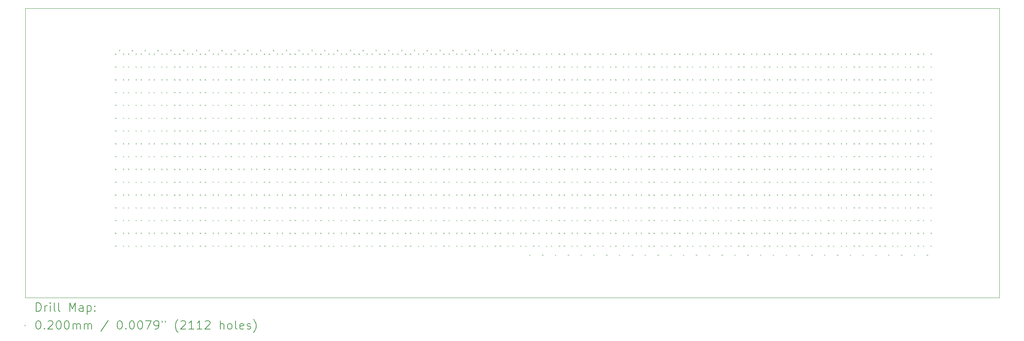
<source format=gbr>
%TF.GenerationSoftware,KiCad,Pcbnew,6.0.8+dfsg-1~bpo11+1*%
%TF.CreationDate,2023-05-30T17:00:45-04:00*%
%TF.ProjectId,10_padded_high_res_loose,31305f70-6164-4646-9564-5f686967685f,rev?*%
%TF.SameCoordinates,Original*%
%TF.FileFunction,Drillmap*%
%TF.FilePolarity,Positive*%
%FSLAX45Y45*%
G04 Gerber Fmt 4.5, Leading zero omitted, Abs format (unit mm)*
G04 Created by KiCad (PCBNEW 6.0.8+dfsg-1~bpo11+1) date 2023-05-30 17:00:45*
%MOMM*%
%LPD*%
G01*
G04 APERTURE LIST*
%ADD10C,0.100000*%
%ADD11C,0.200000*%
%ADD12C,0.020000*%
G04 APERTURE END LIST*
D10*
X4214000Y-4700000D02*
X27005000Y-4700000D01*
X27005000Y-4700000D02*
X27005000Y-11487000D01*
X27005000Y-11487000D02*
X4214000Y-11487000D01*
X4214000Y-11487000D02*
X4214000Y-4700000D01*
D11*
D12*
X6312000Y-5763000D02*
X6332000Y-5783000D01*
X6332000Y-5763000D02*
X6312000Y-5783000D01*
X6312000Y-6063000D02*
X6332000Y-6083000D01*
X6332000Y-6063000D02*
X6312000Y-6083000D01*
X6312000Y-6363000D02*
X6332000Y-6383000D01*
X6332000Y-6363000D02*
X6312000Y-6383000D01*
X6312000Y-6663000D02*
X6332000Y-6683000D01*
X6332000Y-6663000D02*
X6312000Y-6683000D01*
X6312000Y-6963000D02*
X6332000Y-6983000D01*
X6332000Y-6963000D02*
X6312000Y-6983000D01*
X6312000Y-7263000D02*
X6332000Y-7283000D01*
X6332000Y-7263000D02*
X6312000Y-7283000D01*
X6312000Y-7563000D02*
X6332000Y-7583000D01*
X6332000Y-7563000D02*
X6312000Y-7583000D01*
X6312000Y-7863000D02*
X6332000Y-7883000D01*
X6332000Y-7863000D02*
X6312000Y-7883000D01*
X6312000Y-8163000D02*
X6332000Y-8183000D01*
X6332000Y-8163000D02*
X6312000Y-8183000D01*
X6312000Y-8463000D02*
X6332000Y-8483000D01*
X6332000Y-8463000D02*
X6312000Y-8483000D01*
X6312000Y-8763000D02*
X6332000Y-8783000D01*
X6332000Y-8763000D02*
X6312000Y-8783000D01*
X6312000Y-9063000D02*
X6332000Y-9083000D01*
X6332000Y-9063000D02*
X6312000Y-9083000D01*
X6312000Y-9363000D02*
X6332000Y-9383000D01*
X6332000Y-9363000D02*
X6312000Y-9383000D01*
X6312000Y-9663000D02*
X6332000Y-9683000D01*
X6332000Y-9663000D02*
X6312000Y-9683000D01*
X6312000Y-9963000D02*
X6332000Y-9983000D01*
X6332000Y-9963000D02*
X6312000Y-9983000D01*
X6312000Y-10263000D02*
X6332000Y-10283000D01*
X6332000Y-10263000D02*
X6312000Y-10283000D01*
X6403000Y-5678000D02*
X6423000Y-5698000D01*
X6423000Y-5678000D02*
X6403000Y-5698000D01*
X6493000Y-5763000D02*
X6513000Y-5783000D01*
X6513000Y-5763000D02*
X6493000Y-5783000D01*
X6493000Y-6063000D02*
X6513000Y-6083000D01*
X6513000Y-6063000D02*
X6493000Y-6083000D01*
X6493000Y-6363000D02*
X6513000Y-6383000D01*
X6513000Y-6363000D02*
X6493000Y-6383000D01*
X6493000Y-6663000D02*
X6513000Y-6683000D01*
X6513000Y-6663000D02*
X6493000Y-6683000D01*
X6493000Y-6963000D02*
X6513000Y-6983000D01*
X6513000Y-6963000D02*
X6493000Y-6983000D01*
X6493000Y-7263000D02*
X6513000Y-7283000D01*
X6513000Y-7263000D02*
X6493000Y-7283000D01*
X6493000Y-7563000D02*
X6513000Y-7583000D01*
X6513000Y-7563000D02*
X6493000Y-7583000D01*
X6493000Y-7863000D02*
X6513000Y-7883000D01*
X6513000Y-7863000D02*
X6493000Y-7883000D01*
X6493000Y-8163000D02*
X6513000Y-8183000D01*
X6513000Y-8163000D02*
X6493000Y-8183000D01*
X6493000Y-8463000D02*
X6513000Y-8483000D01*
X6513000Y-8463000D02*
X6493000Y-8483000D01*
X6493000Y-8763000D02*
X6513000Y-8783000D01*
X6513000Y-8763000D02*
X6493000Y-8783000D01*
X6493000Y-9063000D02*
X6513000Y-9083000D01*
X6513000Y-9063000D02*
X6493000Y-9083000D01*
X6493000Y-9363000D02*
X6513000Y-9383000D01*
X6513000Y-9363000D02*
X6493000Y-9383000D01*
X6493000Y-9663000D02*
X6513000Y-9683000D01*
X6513000Y-9663000D02*
X6493000Y-9683000D01*
X6493000Y-9963000D02*
X6513000Y-9983000D01*
X6513000Y-9963000D02*
X6493000Y-9983000D01*
X6493000Y-10263000D02*
X6513000Y-10283000D01*
X6513000Y-10263000D02*
X6493000Y-10283000D01*
X6612000Y-5763000D02*
X6632000Y-5783000D01*
X6632000Y-5763000D02*
X6612000Y-5783000D01*
X6612000Y-6063000D02*
X6632000Y-6083000D01*
X6632000Y-6063000D02*
X6612000Y-6083000D01*
X6612000Y-6363000D02*
X6632000Y-6383000D01*
X6632000Y-6363000D02*
X6612000Y-6383000D01*
X6612000Y-6663000D02*
X6632000Y-6683000D01*
X6632000Y-6663000D02*
X6612000Y-6683000D01*
X6612000Y-6963000D02*
X6632000Y-6983000D01*
X6632000Y-6963000D02*
X6612000Y-6983000D01*
X6612000Y-7263000D02*
X6632000Y-7283000D01*
X6632000Y-7263000D02*
X6612000Y-7283000D01*
X6612000Y-7563000D02*
X6632000Y-7583000D01*
X6632000Y-7563000D02*
X6612000Y-7583000D01*
X6612000Y-7863000D02*
X6632000Y-7883000D01*
X6632000Y-7863000D02*
X6612000Y-7883000D01*
X6612000Y-8163000D02*
X6632000Y-8183000D01*
X6632000Y-8163000D02*
X6612000Y-8183000D01*
X6612000Y-8463000D02*
X6632000Y-8483000D01*
X6632000Y-8463000D02*
X6612000Y-8483000D01*
X6612000Y-8763000D02*
X6632000Y-8783000D01*
X6632000Y-8763000D02*
X6612000Y-8783000D01*
X6612000Y-9063000D02*
X6632000Y-9083000D01*
X6632000Y-9063000D02*
X6612000Y-9083000D01*
X6612000Y-9363000D02*
X6632000Y-9383000D01*
X6632000Y-9363000D02*
X6612000Y-9383000D01*
X6612000Y-9663000D02*
X6632000Y-9683000D01*
X6632000Y-9663000D02*
X6612000Y-9683000D01*
X6612000Y-9963000D02*
X6632000Y-9983000D01*
X6632000Y-9963000D02*
X6612000Y-9983000D01*
X6612000Y-10263000D02*
X6632000Y-10283000D01*
X6632000Y-10263000D02*
X6612000Y-10283000D01*
X6703000Y-5678000D02*
X6723000Y-5698000D01*
X6723000Y-5678000D02*
X6703000Y-5698000D01*
X6793000Y-5763000D02*
X6813000Y-5783000D01*
X6813000Y-5763000D02*
X6793000Y-5783000D01*
X6793000Y-6063000D02*
X6813000Y-6083000D01*
X6813000Y-6063000D02*
X6793000Y-6083000D01*
X6793000Y-6363000D02*
X6813000Y-6383000D01*
X6813000Y-6363000D02*
X6793000Y-6383000D01*
X6793000Y-6663000D02*
X6813000Y-6683000D01*
X6813000Y-6663000D02*
X6793000Y-6683000D01*
X6793000Y-6963000D02*
X6813000Y-6983000D01*
X6813000Y-6963000D02*
X6793000Y-6983000D01*
X6793000Y-7263000D02*
X6813000Y-7283000D01*
X6813000Y-7263000D02*
X6793000Y-7283000D01*
X6793000Y-7563000D02*
X6813000Y-7583000D01*
X6813000Y-7563000D02*
X6793000Y-7583000D01*
X6793000Y-7863000D02*
X6813000Y-7883000D01*
X6813000Y-7863000D02*
X6793000Y-7883000D01*
X6793000Y-8163000D02*
X6813000Y-8183000D01*
X6813000Y-8163000D02*
X6793000Y-8183000D01*
X6793000Y-8463000D02*
X6813000Y-8483000D01*
X6813000Y-8463000D02*
X6793000Y-8483000D01*
X6793000Y-8763000D02*
X6813000Y-8783000D01*
X6813000Y-8763000D02*
X6793000Y-8783000D01*
X6793000Y-9063000D02*
X6813000Y-9083000D01*
X6813000Y-9063000D02*
X6793000Y-9083000D01*
X6793000Y-9363000D02*
X6813000Y-9383000D01*
X6813000Y-9363000D02*
X6793000Y-9383000D01*
X6793000Y-9663000D02*
X6813000Y-9683000D01*
X6813000Y-9663000D02*
X6793000Y-9683000D01*
X6793000Y-9963000D02*
X6813000Y-9983000D01*
X6813000Y-9963000D02*
X6793000Y-9983000D01*
X6793000Y-10263000D02*
X6813000Y-10283000D01*
X6813000Y-10263000D02*
X6793000Y-10283000D01*
X6912000Y-5763000D02*
X6932000Y-5783000D01*
X6932000Y-5763000D02*
X6912000Y-5783000D01*
X6912000Y-6063000D02*
X6932000Y-6083000D01*
X6932000Y-6063000D02*
X6912000Y-6083000D01*
X6912000Y-6363000D02*
X6932000Y-6383000D01*
X6932000Y-6363000D02*
X6912000Y-6383000D01*
X6912000Y-6663000D02*
X6932000Y-6683000D01*
X6932000Y-6663000D02*
X6912000Y-6683000D01*
X6912000Y-6963000D02*
X6932000Y-6983000D01*
X6932000Y-6963000D02*
X6912000Y-6983000D01*
X6912000Y-7263000D02*
X6932000Y-7283000D01*
X6932000Y-7263000D02*
X6912000Y-7283000D01*
X6912000Y-7563000D02*
X6932000Y-7583000D01*
X6932000Y-7563000D02*
X6912000Y-7583000D01*
X6912000Y-7863000D02*
X6932000Y-7883000D01*
X6932000Y-7863000D02*
X6912000Y-7883000D01*
X6912000Y-8163000D02*
X6932000Y-8183000D01*
X6932000Y-8163000D02*
X6912000Y-8183000D01*
X6912000Y-8463000D02*
X6932000Y-8483000D01*
X6932000Y-8463000D02*
X6912000Y-8483000D01*
X6912000Y-8763000D02*
X6932000Y-8783000D01*
X6932000Y-8763000D02*
X6912000Y-8783000D01*
X6912000Y-9063000D02*
X6932000Y-9083000D01*
X6932000Y-9063000D02*
X6912000Y-9083000D01*
X6912000Y-9363000D02*
X6932000Y-9383000D01*
X6932000Y-9363000D02*
X6912000Y-9383000D01*
X6912000Y-9663000D02*
X6932000Y-9683000D01*
X6932000Y-9663000D02*
X6912000Y-9683000D01*
X6912000Y-9963000D02*
X6932000Y-9983000D01*
X6932000Y-9963000D02*
X6912000Y-9983000D01*
X6912000Y-10263000D02*
X6932000Y-10283000D01*
X6932000Y-10263000D02*
X6912000Y-10283000D01*
X7003000Y-5678000D02*
X7023000Y-5698000D01*
X7023000Y-5678000D02*
X7003000Y-5698000D01*
X7093000Y-5763000D02*
X7113000Y-5783000D01*
X7113000Y-5763000D02*
X7093000Y-5783000D01*
X7093000Y-6063000D02*
X7113000Y-6083000D01*
X7113000Y-6063000D02*
X7093000Y-6083000D01*
X7093000Y-6363000D02*
X7113000Y-6383000D01*
X7113000Y-6363000D02*
X7093000Y-6383000D01*
X7093000Y-6663000D02*
X7113000Y-6683000D01*
X7113000Y-6663000D02*
X7093000Y-6683000D01*
X7093000Y-6963000D02*
X7113000Y-6983000D01*
X7113000Y-6963000D02*
X7093000Y-6983000D01*
X7093000Y-7263000D02*
X7113000Y-7283000D01*
X7113000Y-7263000D02*
X7093000Y-7283000D01*
X7093000Y-7563000D02*
X7113000Y-7583000D01*
X7113000Y-7563000D02*
X7093000Y-7583000D01*
X7093000Y-7863000D02*
X7113000Y-7883000D01*
X7113000Y-7863000D02*
X7093000Y-7883000D01*
X7093000Y-8163000D02*
X7113000Y-8183000D01*
X7113000Y-8163000D02*
X7093000Y-8183000D01*
X7093000Y-8463000D02*
X7113000Y-8483000D01*
X7113000Y-8463000D02*
X7093000Y-8483000D01*
X7093000Y-8763000D02*
X7113000Y-8783000D01*
X7113000Y-8763000D02*
X7093000Y-8783000D01*
X7093000Y-9063000D02*
X7113000Y-9083000D01*
X7113000Y-9063000D02*
X7093000Y-9083000D01*
X7093000Y-9363000D02*
X7113000Y-9383000D01*
X7113000Y-9363000D02*
X7093000Y-9383000D01*
X7093000Y-9663000D02*
X7113000Y-9683000D01*
X7113000Y-9663000D02*
X7093000Y-9683000D01*
X7093000Y-9963000D02*
X7113000Y-9983000D01*
X7113000Y-9963000D02*
X7093000Y-9983000D01*
X7093000Y-10263000D02*
X7113000Y-10283000D01*
X7113000Y-10263000D02*
X7093000Y-10283000D01*
X7212000Y-5763000D02*
X7232000Y-5783000D01*
X7232000Y-5763000D02*
X7212000Y-5783000D01*
X7212000Y-6063000D02*
X7232000Y-6083000D01*
X7232000Y-6063000D02*
X7212000Y-6083000D01*
X7212000Y-6363000D02*
X7232000Y-6383000D01*
X7232000Y-6363000D02*
X7212000Y-6383000D01*
X7212000Y-6663000D02*
X7232000Y-6683000D01*
X7232000Y-6663000D02*
X7212000Y-6683000D01*
X7212000Y-6963000D02*
X7232000Y-6983000D01*
X7232000Y-6963000D02*
X7212000Y-6983000D01*
X7212000Y-7263000D02*
X7232000Y-7283000D01*
X7232000Y-7263000D02*
X7212000Y-7283000D01*
X7212000Y-7563000D02*
X7232000Y-7583000D01*
X7232000Y-7563000D02*
X7212000Y-7583000D01*
X7212000Y-7863000D02*
X7232000Y-7883000D01*
X7232000Y-7863000D02*
X7212000Y-7883000D01*
X7212000Y-8163000D02*
X7232000Y-8183000D01*
X7232000Y-8163000D02*
X7212000Y-8183000D01*
X7212000Y-8463000D02*
X7232000Y-8483000D01*
X7232000Y-8463000D02*
X7212000Y-8483000D01*
X7212000Y-8763000D02*
X7232000Y-8783000D01*
X7232000Y-8763000D02*
X7212000Y-8783000D01*
X7212000Y-9063000D02*
X7232000Y-9083000D01*
X7232000Y-9063000D02*
X7212000Y-9083000D01*
X7212000Y-9363000D02*
X7232000Y-9383000D01*
X7232000Y-9363000D02*
X7212000Y-9383000D01*
X7212000Y-9663000D02*
X7232000Y-9683000D01*
X7232000Y-9663000D02*
X7212000Y-9683000D01*
X7212000Y-9963000D02*
X7232000Y-9983000D01*
X7232000Y-9963000D02*
X7212000Y-9983000D01*
X7212000Y-10263000D02*
X7232000Y-10283000D01*
X7232000Y-10263000D02*
X7212000Y-10283000D01*
X7303000Y-5678000D02*
X7323000Y-5698000D01*
X7323000Y-5678000D02*
X7303000Y-5698000D01*
X7393000Y-5763000D02*
X7413000Y-5783000D01*
X7413000Y-5763000D02*
X7393000Y-5783000D01*
X7393000Y-6063000D02*
X7413000Y-6083000D01*
X7413000Y-6063000D02*
X7393000Y-6083000D01*
X7393000Y-6363000D02*
X7413000Y-6383000D01*
X7413000Y-6363000D02*
X7393000Y-6383000D01*
X7393000Y-6663000D02*
X7413000Y-6683000D01*
X7413000Y-6663000D02*
X7393000Y-6683000D01*
X7393000Y-6963000D02*
X7413000Y-6983000D01*
X7413000Y-6963000D02*
X7393000Y-6983000D01*
X7393000Y-7263000D02*
X7413000Y-7283000D01*
X7413000Y-7263000D02*
X7393000Y-7283000D01*
X7393000Y-7563000D02*
X7413000Y-7583000D01*
X7413000Y-7563000D02*
X7393000Y-7583000D01*
X7393000Y-7863000D02*
X7413000Y-7883000D01*
X7413000Y-7863000D02*
X7393000Y-7883000D01*
X7393000Y-8163000D02*
X7413000Y-8183000D01*
X7413000Y-8163000D02*
X7393000Y-8183000D01*
X7393000Y-8463000D02*
X7413000Y-8483000D01*
X7413000Y-8463000D02*
X7393000Y-8483000D01*
X7393000Y-8763000D02*
X7413000Y-8783000D01*
X7413000Y-8763000D02*
X7393000Y-8783000D01*
X7393000Y-9063000D02*
X7413000Y-9083000D01*
X7413000Y-9063000D02*
X7393000Y-9083000D01*
X7393000Y-9363000D02*
X7413000Y-9383000D01*
X7413000Y-9363000D02*
X7393000Y-9383000D01*
X7393000Y-9663000D02*
X7413000Y-9683000D01*
X7413000Y-9663000D02*
X7393000Y-9683000D01*
X7393000Y-9963000D02*
X7413000Y-9983000D01*
X7413000Y-9963000D02*
X7393000Y-9983000D01*
X7393000Y-10263000D02*
X7413000Y-10283000D01*
X7413000Y-10263000D02*
X7393000Y-10283000D01*
X7512000Y-5763000D02*
X7532000Y-5783000D01*
X7532000Y-5763000D02*
X7512000Y-5783000D01*
X7512000Y-6063000D02*
X7532000Y-6083000D01*
X7532000Y-6063000D02*
X7512000Y-6083000D01*
X7512000Y-6363000D02*
X7532000Y-6383000D01*
X7532000Y-6363000D02*
X7512000Y-6383000D01*
X7512000Y-6663000D02*
X7532000Y-6683000D01*
X7532000Y-6663000D02*
X7512000Y-6683000D01*
X7512000Y-6963000D02*
X7532000Y-6983000D01*
X7532000Y-6963000D02*
X7512000Y-6983000D01*
X7512000Y-7263000D02*
X7532000Y-7283000D01*
X7532000Y-7263000D02*
X7512000Y-7283000D01*
X7512000Y-7563000D02*
X7532000Y-7583000D01*
X7532000Y-7563000D02*
X7512000Y-7583000D01*
X7512000Y-7863000D02*
X7532000Y-7883000D01*
X7532000Y-7863000D02*
X7512000Y-7883000D01*
X7512000Y-8163000D02*
X7532000Y-8183000D01*
X7532000Y-8163000D02*
X7512000Y-8183000D01*
X7512000Y-8463000D02*
X7532000Y-8483000D01*
X7532000Y-8463000D02*
X7512000Y-8483000D01*
X7512000Y-8763000D02*
X7532000Y-8783000D01*
X7532000Y-8763000D02*
X7512000Y-8783000D01*
X7512000Y-9063000D02*
X7532000Y-9083000D01*
X7532000Y-9063000D02*
X7512000Y-9083000D01*
X7512000Y-9363000D02*
X7532000Y-9383000D01*
X7532000Y-9363000D02*
X7512000Y-9383000D01*
X7512000Y-9663000D02*
X7532000Y-9683000D01*
X7532000Y-9663000D02*
X7512000Y-9683000D01*
X7512000Y-9963000D02*
X7532000Y-9983000D01*
X7532000Y-9963000D02*
X7512000Y-9983000D01*
X7512000Y-10263000D02*
X7532000Y-10283000D01*
X7532000Y-10263000D02*
X7512000Y-10283000D01*
X7603000Y-5678000D02*
X7623000Y-5698000D01*
X7623000Y-5678000D02*
X7603000Y-5698000D01*
X7693000Y-5763000D02*
X7713000Y-5783000D01*
X7713000Y-5763000D02*
X7693000Y-5783000D01*
X7693000Y-6063000D02*
X7713000Y-6083000D01*
X7713000Y-6063000D02*
X7693000Y-6083000D01*
X7693000Y-6363000D02*
X7713000Y-6383000D01*
X7713000Y-6363000D02*
X7693000Y-6383000D01*
X7693000Y-6663000D02*
X7713000Y-6683000D01*
X7713000Y-6663000D02*
X7693000Y-6683000D01*
X7693000Y-6963000D02*
X7713000Y-6983000D01*
X7713000Y-6963000D02*
X7693000Y-6983000D01*
X7693000Y-7263000D02*
X7713000Y-7283000D01*
X7713000Y-7263000D02*
X7693000Y-7283000D01*
X7693000Y-7563000D02*
X7713000Y-7583000D01*
X7713000Y-7563000D02*
X7693000Y-7583000D01*
X7693000Y-7863000D02*
X7713000Y-7883000D01*
X7713000Y-7863000D02*
X7693000Y-7883000D01*
X7693000Y-8163000D02*
X7713000Y-8183000D01*
X7713000Y-8163000D02*
X7693000Y-8183000D01*
X7693000Y-8463000D02*
X7713000Y-8483000D01*
X7713000Y-8463000D02*
X7693000Y-8483000D01*
X7693000Y-8763000D02*
X7713000Y-8783000D01*
X7713000Y-8763000D02*
X7693000Y-8783000D01*
X7693000Y-9063000D02*
X7713000Y-9083000D01*
X7713000Y-9063000D02*
X7693000Y-9083000D01*
X7693000Y-9363000D02*
X7713000Y-9383000D01*
X7713000Y-9363000D02*
X7693000Y-9383000D01*
X7693000Y-9663000D02*
X7713000Y-9683000D01*
X7713000Y-9663000D02*
X7693000Y-9683000D01*
X7693000Y-9963000D02*
X7713000Y-9983000D01*
X7713000Y-9963000D02*
X7693000Y-9983000D01*
X7693000Y-10263000D02*
X7713000Y-10283000D01*
X7713000Y-10263000D02*
X7693000Y-10283000D01*
X7812000Y-5763000D02*
X7832000Y-5783000D01*
X7832000Y-5763000D02*
X7812000Y-5783000D01*
X7812000Y-6063000D02*
X7832000Y-6083000D01*
X7832000Y-6063000D02*
X7812000Y-6083000D01*
X7812000Y-6363000D02*
X7832000Y-6383000D01*
X7832000Y-6363000D02*
X7812000Y-6383000D01*
X7812000Y-6663000D02*
X7832000Y-6683000D01*
X7832000Y-6663000D02*
X7812000Y-6683000D01*
X7812000Y-6963000D02*
X7832000Y-6983000D01*
X7832000Y-6963000D02*
X7812000Y-6983000D01*
X7812000Y-7263000D02*
X7832000Y-7283000D01*
X7832000Y-7263000D02*
X7812000Y-7283000D01*
X7812000Y-7563000D02*
X7832000Y-7583000D01*
X7832000Y-7563000D02*
X7812000Y-7583000D01*
X7812000Y-7863000D02*
X7832000Y-7883000D01*
X7832000Y-7863000D02*
X7812000Y-7883000D01*
X7812000Y-8163000D02*
X7832000Y-8183000D01*
X7832000Y-8163000D02*
X7812000Y-8183000D01*
X7812000Y-8463000D02*
X7832000Y-8483000D01*
X7832000Y-8463000D02*
X7812000Y-8483000D01*
X7812000Y-8763000D02*
X7832000Y-8783000D01*
X7832000Y-8763000D02*
X7812000Y-8783000D01*
X7812000Y-9063000D02*
X7832000Y-9083000D01*
X7832000Y-9063000D02*
X7812000Y-9083000D01*
X7812000Y-9363000D02*
X7832000Y-9383000D01*
X7832000Y-9363000D02*
X7812000Y-9383000D01*
X7812000Y-9663000D02*
X7832000Y-9683000D01*
X7832000Y-9663000D02*
X7812000Y-9683000D01*
X7812000Y-9963000D02*
X7832000Y-9983000D01*
X7832000Y-9963000D02*
X7812000Y-9983000D01*
X7812000Y-10263000D02*
X7832000Y-10283000D01*
X7832000Y-10263000D02*
X7812000Y-10283000D01*
X7903000Y-5678000D02*
X7923000Y-5698000D01*
X7923000Y-5678000D02*
X7903000Y-5698000D01*
X7993000Y-5763000D02*
X8013000Y-5783000D01*
X8013000Y-5763000D02*
X7993000Y-5783000D01*
X7993000Y-6063000D02*
X8013000Y-6083000D01*
X8013000Y-6063000D02*
X7993000Y-6083000D01*
X7993000Y-6363000D02*
X8013000Y-6383000D01*
X8013000Y-6363000D02*
X7993000Y-6383000D01*
X7993000Y-6663000D02*
X8013000Y-6683000D01*
X8013000Y-6663000D02*
X7993000Y-6683000D01*
X7993000Y-6963000D02*
X8013000Y-6983000D01*
X8013000Y-6963000D02*
X7993000Y-6983000D01*
X7993000Y-7263000D02*
X8013000Y-7283000D01*
X8013000Y-7263000D02*
X7993000Y-7283000D01*
X7993000Y-7563000D02*
X8013000Y-7583000D01*
X8013000Y-7563000D02*
X7993000Y-7583000D01*
X7993000Y-7863000D02*
X8013000Y-7883000D01*
X8013000Y-7863000D02*
X7993000Y-7883000D01*
X7993000Y-8163000D02*
X8013000Y-8183000D01*
X8013000Y-8163000D02*
X7993000Y-8183000D01*
X7993000Y-8463000D02*
X8013000Y-8483000D01*
X8013000Y-8463000D02*
X7993000Y-8483000D01*
X7993000Y-8763000D02*
X8013000Y-8783000D01*
X8013000Y-8763000D02*
X7993000Y-8783000D01*
X7993000Y-9063000D02*
X8013000Y-9083000D01*
X8013000Y-9063000D02*
X7993000Y-9083000D01*
X7993000Y-9363000D02*
X8013000Y-9383000D01*
X8013000Y-9363000D02*
X7993000Y-9383000D01*
X7993000Y-9663000D02*
X8013000Y-9683000D01*
X8013000Y-9663000D02*
X7993000Y-9683000D01*
X7993000Y-9963000D02*
X8013000Y-9983000D01*
X8013000Y-9963000D02*
X7993000Y-9983000D01*
X7993000Y-10263000D02*
X8013000Y-10283000D01*
X8013000Y-10263000D02*
X7993000Y-10283000D01*
X8112000Y-5763000D02*
X8132000Y-5783000D01*
X8132000Y-5763000D02*
X8112000Y-5783000D01*
X8112000Y-6063000D02*
X8132000Y-6083000D01*
X8132000Y-6063000D02*
X8112000Y-6083000D01*
X8112000Y-6363000D02*
X8132000Y-6383000D01*
X8132000Y-6363000D02*
X8112000Y-6383000D01*
X8112000Y-6663000D02*
X8132000Y-6683000D01*
X8132000Y-6663000D02*
X8112000Y-6683000D01*
X8112000Y-6963000D02*
X8132000Y-6983000D01*
X8132000Y-6963000D02*
X8112000Y-6983000D01*
X8112000Y-7263000D02*
X8132000Y-7283000D01*
X8132000Y-7263000D02*
X8112000Y-7283000D01*
X8112000Y-7563000D02*
X8132000Y-7583000D01*
X8132000Y-7563000D02*
X8112000Y-7583000D01*
X8112000Y-7863000D02*
X8132000Y-7883000D01*
X8132000Y-7863000D02*
X8112000Y-7883000D01*
X8112000Y-8163000D02*
X8132000Y-8183000D01*
X8132000Y-8163000D02*
X8112000Y-8183000D01*
X8112000Y-8463000D02*
X8132000Y-8483000D01*
X8132000Y-8463000D02*
X8112000Y-8483000D01*
X8112000Y-8763000D02*
X8132000Y-8783000D01*
X8132000Y-8763000D02*
X8112000Y-8783000D01*
X8112000Y-9063000D02*
X8132000Y-9083000D01*
X8132000Y-9063000D02*
X8112000Y-9083000D01*
X8112000Y-9363000D02*
X8132000Y-9383000D01*
X8132000Y-9363000D02*
X8112000Y-9383000D01*
X8112000Y-9663000D02*
X8132000Y-9683000D01*
X8132000Y-9663000D02*
X8112000Y-9683000D01*
X8112000Y-9963000D02*
X8132000Y-9983000D01*
X8132000Y-9963000D02*
X8112000Y-9983000D01*
X8112000Y-10263000D02*
X8132000Y-10283000D01*
X8132000Y-10263000D02*
X8112000Y-10283000D01*
X8203000Y-5678000D02*
X8223000Y-5698000D01*
X8223000Y-5678000D02*
X8203000Y-5698000D01*
X8293000Y-5763000D02*
X8313000Y-5783000D01*
X8313000Y-5763000D02*
X8293000Y-5783000D01*
X8293000Y-6063000D02*
X8313000Y-6083000D01*
X8313000Y-6063000D02*
X8293000Y-6083000D01*
X8293000Y-6363000D02*
X8313000Y-6383000D01*
X8313000Y-6363000D02*
X8293000Y-6383000D01*
X8293000Y-6663000D02*
X8313000Y-6683000D01*
X8313000Y-6663000D02*
X8293000Y-6683000D01*
X8293000Y-6963000D02*
X8313000Y-6983000D01*
X8313000Y-6963000D02*
X8293000Y-6983000D01*
X8293000Y-7263000D02*
X8313000Y-7283000D01*
X8313000Y-7263000D02*
X8293000Y-7283000D01*
X8293000Y-7563000D02*
X8313000Y-7583000D01*
X8313000Y-7563000D02*
X8293000Y-7583000D01*
X8293000Y-7863000D02*
X8313000Y-7883000D01*
X8313000Y-7863000D02*
X8293000Y-7883000D01*
X8293000Y-8163000D02*
X8313000Y-8183000D01*
X8313000Y-8163000D02*
X8293000Y-8183000D01*
X8293000Y-8463000D02*
X8313000Y-8483000D01*
X8313000Y-8463000D02*
X8293000Y-8483000D01*
X8293000Y-8763000D02*
X8313000Y-8783000D01*
X8313000Y-8763000D02*
X8293000Y-8783000D01*
X8293000Y-9063000D02*
X8313000Y-9083000D01*
X8313000Y-9063000D02*
X8293000Y-9083000D01*
X8293000Y-9363000D02*
X8313000Y-9383000D01*
X8313000Y-9363000D02*
X8293000Y-9383000D01*
X8293000Y-9663000D02*
X8313000Y-9683000D01*
X8313000Y-9663000D02*
X8293000Y-9683000D01*
X8293000Y-9963000D02*
X8313000Y-9983000D01*
X8313000Y-9963000D02*
X8293000Y-9983000D01*
X8293000Y-10263000D02*
X8313000Y-10283000D01*
X8313000Y-10263000D02*
X8293000Y-10283000D01*
X8412000Y-5763000D02*
X8432000Y-5783000D01*
X8432000Y-5763000D02*
X8412000Y-5783000D01*
X8412000Y-6063000D02*
X8432000Y-6083000D01*
X8432000Y-6063000D02*
X8412000Y-6083000D01*
X8412000Y-6363000D02*
X8432000Y-6383000D01*
X8432000Y-6363000D02*
X8412000Y-6383000D01*
X8412000Y-6663000D02*
X8432000Y-6683000D01*
X8432000Y-6663000D02*
X8412000Y-6683000D01*
X8412000Y-6963000D02*
X8432000Y-6983000D01*
X8432000Y-6963000D02*
X8412000Y-6983000D01*
X8412000Y-7263000D02*
X8432000Y-7283000D01*
X8432000Y-7263000D02*
X8412000Y-7283000D01*
X8412000Y-7563000D02*
X8432000Y-7583000D01*
X8432000Y-7563000D02*
X8412000Y-7583000D01*
X8412000Y-7863000D02*
X8432000Y-7883000D01*
X8432000Y-7863000D02*
X8412000Y-7883000D01*
X8412000Y-8163000D02*
X8432000Y-8183000D01*
X8432000Y-8163000D02*
X8412000Y-8183000D01*
X8412000Y-8463000D02*
X8432000Y-8483000D01*
X8432000Y-8463000D02*
X8412000Y-8483000D01*
X8412000Y-8763000D02*
X8432000Y-8783000D01*
X8432000Y-8763000D02*
X8412000Y-8783000D01*
X8412000Y-9063000D02*
X8432000Y-9083000D01*
X8432000Y-9063000D02*
X8412000Y-9083000D01*
X8412000Y-9363000D02*
X8432000Y-9383000D01*
X8432000Y-9363000D02*
X8412000Y-9383000D01*
X8412000Y-9663000D02*
X8432000Y-9683000D01*
X8432000Y-9663000D02*
X8412000Y-9683000D01*
X8412000Y-9963000D02*
X8432000Y-9983000D01*
X8432000Y-9963000D02*
X8412000Y-9983000D01*
X8412000Y-10263000D02*
X8432000Y-10283000D01*
X8432000Y-10263000D02*
X8412000Y-10283000D01*
X8503000Y-5678000D02*
X8523000Y-5698000D01*
X8523000Y-5678000D02*
X8503000Y-5698000D01*
X8593000Y-5763000D02*
X8613000Y-5783000D01*
X8613000Y-5763000D02*
X8593000Y-5783000D01*
X8593000Y-6063000D02*
X8613000Y-6083000D01*
X8613000Y-6063000D02*
X8593000Y-6083000D01*
X8593000Y-6363000D02*
X8613000Y-6383000D01*
X8613000Y-6363000D02*
X8593000Y-6383000D01*
X8593000Y-6663000D02*
X8613000Y-6683000D01*
X8613000Y-6663000D02*
X8593000Y-6683000D01*
X8593000Y-6963000D02*
X8613000Y-6983000D01*
X8613000Y-6963000D02*
X8593000Y-6983000D01*
X8593000Y-7263000D02*
X8613000Y-7283000D01*
X8613000Y-7263000D02*
X8593000Y-7283000D01*
X8593000Y-7563000D02*
X8613000Y-7583000D01*
X8613000Y-7563000D02*
X8593000Y-7583000D01*
X8593000Y-7863000D02*
X8613000Y-7883000D01*
X8613000Y-7863000D02*
X8593000Y-7883000D01*
X8593000Y-8163000D02*
X8613000Y-8183000D01*
X8613000Y-8163000D02*
X8593000Y-8183000D01*
X8593000Y-8463000D02*
X8613000Y-8483000D01*
X8613000Y-8463000D02*
X8593000Y-8483000D01*
X8593000Y-8763000D02*
X8613000Y-8783000D01*
X8613000Y-8763000D02*
X8593000Y-8783000D01*
X8593000Y-9063000D02*
X8613000Y-9083000D01*
X8613000Y-9063000D02*
X8593000Y-9083000D01*
X8593000Y-9363000D02*
X8613000Y-9383000D01*
X8613000Y-9363000D02*
X8593000Y-9383000D01*
X8593000Y-9663000D02*
X8613000Y-9683000D01*
X8613000Y-9663000D02*
X8593000Y-9683000D01*
X8593000Y-9963000D02*
X8613000Y-9983000D01*
X8613000Y-9963000D02*
X8593000Y-9983000D01*
X8593000Y-10263000D02*
X8613000Y-10283000D01*
X8613000Y-10263000D02*
X8593000Y-10283000D01*
X8712000Y-5763000D02*
X8732000Y-5783000D01*
X8732000Y-5763000D02*
X8712000Y-5783000D01*
X8712000Y-6063000D02*
X8732000Y-6083000D01*
X8732000Y-6063000D02*
X8712000Y-6083000D01*
X8712000Y-6363000D02*
X8732000Y-6383000D01*
X8732000Y-6363000D02*
X8712000Y-6383000D01*
X8712000Y-6663000D02*
X8732000Y-6683000D01*
X8732000Y-6663000D02*
X8712000Y-6683000D01*
X8712000Y-6963000D02*
X8732000Y-6983000D01*
X8732000Y-6963000D02*
X8712000Y-6983000D01*
X8712000Y-7263000D02*
X8732000Y-7283000D01*
X8732000Y-7263000D02*
X8712000Y-7283000D01*
X8712000Y-7563000D02*
X8732000Y-7583000D01*
X8732000Y-7563000D02*
X8712000Y-7583000D01*
X8712000Y-7863000D02*
X8732000Y-7883000D01*
X8732000Y-7863000D02*
X8712000Y-7883000D01*
X8712000Y-8163000D02*
X8732000Y-8183000D01*
X8732000Y-8163000D02*
X8712000Y-8183000D01*
X8712000Y-8463000D02*
X8732000Y-8483000D01*
X8732000Y-8463000D02*
X8712000Y-8483000D01*
X8712000Y-8763000D02*
X8732000Y-8783000D01*
X8732000Y-8763000D02*
X8712000Y-8783000D01*
X8712000Y-9063000D02*
X8732000Y-9083000D01*
X8732000Y-9063000D02*
X8712000Y-9083000D01*
X8712000Y-9363000D02*
X8732000Y-9383000D01*
X8732000Y-9363000D02*
X8712000Y-9383000D01*
X8712000Y-9663000D02*
X8732000Y-9683000D01*
X8732000Y-9663000D02*
X8712000Y-9683000D01*
X8712000Y-9963000D02*
X8732000Y-9983000D01*
X8732000Y-9963000D02*
X8712000Y-9983000D01*
X8712000Y-10263000D02*
X8732000Y-10283000D01*
X8732000Y-10263000D02*
X8712000Y-10283000D01*
X8803000Y-5678000D02*
X8823000Y-5698000D01*
X8823000Y-5678000D02*
X8803000Y-5698000D01*
X8893000Y-5763000D02*
X8913000Y-5783000D01*
X8913000Y-5763000D02*
X8893000Y-5783000D01*
X8893000Y-6063000D02*
X8913000Y-6083000D01*
X8913000Y-6063000D02*
X8893000Y-6083000D01*
X8893000Y-6363000D02*
X8913000Y-6383000D01*
X8913000Y-6363000D02*
X8893000Y-6383000D01*
X8893000Y-6663000D02*
X8913000Y-6683000D01*
X8913000Y-6663000D02*
X8893000Y-6683000D01*
X8893000Y-6963000D02*
X8913000Y-6983000D01*
X8913000Y-6963000D02*
X8893000Y-6983000D01*
X8893000Y-7263000D02*
X8913000Y-7283000D01*
X8913000Y-7263000D02*
X8893000Y-7283000D01*
X8893000Y-7563000D02*
X8913000Y-7583000D01*
X8913000Y-7563000D02*
X8893000Y-7583000D01*
X8893000Y-7863000D02*
X8913000Y-7883000D01*
X8913000Y-7863000D02*
X8893000Y-7883000D01*
X8893000Y-8163000D02*
X8913000Y-8183000D01*
X8913000Y-8163000D02*
X8893000Y-8183000D01*
X8893000Y-8463000D02*
X8913000Y-8483000D01*
X8913000Y-8463000D02*
X8893000Y-8483000D01*
X8893000Y-8763000D02*
X8913000Y-8783000D01*
X8913000Y-8763000D02*
X8893000Y-8783000D01*
X8893000Y-9063000D02*
X8913000Y-9083000D01*
X8913000Y-9063000D02*
X8893000Y-9083000D01*
X8893000Y-9363000D02*
X8913000Y-9383000D01*
X8913000Y-9363000D02*
X8893000Y-9383000D01*
X8893000Y-9663000D02*
X8913000Y-9683000D01*
X8913000Y-9663000D02*
X8893000Y-9683000D01*
X8893000Y-9963000D02*
X8913000Y-9983000D01*
X8913000Y-9963000D02*
X8893000Y-9983000D01*
X8893000Y-10263000D02*
X8913000Y-10283000D01*
X8913000Y-10263000D02*
X8893000Y-10283000D01*
X9012000Y-5763000D02*
X9032000Y-5783000D01*
X9032000Y-5763000D02*
X9012000Y-5783000D01*
X9012000Y-6063000D02*
X9032000Y-6083000D01*
X9032000Y-6063000D02*
X9012000Y-6083000D01*
X9012000Y-6363000D02*
X9032000Y-6383000D01*
X9032000Y-6363000D02*
X9012000Y-6383000D01*
X9012000Y-6663000D02*
X9032000Y-6683000D01*
X9032000Y-6663000D02*
X9012000Y-6683000D01*
X9012000Y-6963000D02*
X9032000Y-6983000D01*
X9032000Y-6963000D02*
X9012000Y-6983000D01*
X9012000Y-7263000D02*
X9032000Y-7283000D01*
X9032000Y-7263000D02*
X9012000Y-7283000D01*
X9012000Y-7563000D02*
X9032000Y-7583000D01*
X9032000Y-7563000D02*
X9012000Y-7583000D01*
X9012000Y-7863000D02*
X9032000Y-7883000D01*
X9032000Y-7863000D02*
X9012000Y-7883000D01*
X9012000Y-8163000D02*
X9032000Y-8183000D01*
X9032000Y-8163000D02*
X9012000Y-8183000D01*
X9012000Y-8463000D02*
X9032000Y-8483000D01*
X9032000Y-8463000D02*
X9012000Y-8483000D01*
X9012000Y-8763000D02*
X9032000Y-8783000D01*
X9032000Y-8763000D02*
X9012000Y-8783000D01*
X9012000Y-9063000D02*
X9032000Y-9083000D01*
X9032000Y-9063000D02*
X9012000Y-9083000D01*
X9012000Y-9363000D02*
X9032000Y-9383000D01*
X9032000Y-9363000D02*
X9012000Y-9383000D01*
X9012000Y-9663000D02*
X9032000Y-9683000D01*
X9032000Y-9663000D02*
X9012000Y-9683000D01*
X9012000Y-9963000D02*
X9032000Y-9983000D01*
X9032000Y-9963000D02*
X9012000Y-9983000D01*
X9012000Y-10263000D02*
X9032000Y-10283000D01*
X9032000Y-10263000D02*
X9012000Y-10283000D01*
X9103000Y-5678000D02*
X9123000Y-5698000D01*
X9123000Y-5678000D02*
X9103000Y-5698000D01*
X9193000Y-5763000D02*
X9213000Y-5783000D01*
X9213000Y-5763000D02*
X9193000Y-5783000D01*
X9193000Y-6063000D02*
X9213000Y-6083000D01*
X9213000Y-6063000D02*
X9193000Y-6083000D01*
X9193000Y-6363000D02*
X9213000Y-6383000D01*
X9213000Y-6363000D02*
X9193000Y-6383000D01*
X9193000Y-6663000D02*
X9213000Y-6683000D01*
X9213000Y-6663000D02*
X9193000Y-6683000D01*
X9193000Y-6963000D02*
X9213000Y-6983000D01*
X9213000Y-6963000D02*
X9193000Y-6983000D01*
X9193000Y-7263000D02*
X9213000Y-7283000D01*
X9213000Y-7263000D02*
X9193000Y-7283000D01*
X9193000Y-7563000D02*
X9213000Y-7583000D01*
X9213000Y-7563000D02*
X9193000Y-7583000D01*
X9193000Y-7863000D02*
X9213000Y-7883000D01*
X9213000Y-7863000D02*
X9193000Y-7883000D01*
X9193000Y-8163000D02*
X9213000Y-8183000D01*
X9213000Y-8163000D02*
X9193000Y-8183000D01*
X9193000Y-8463000D02*
X9213000Y-8483000D01*
X9213000Y-8463000D02*
X9193000Y-8483000D01*
X9193000Y-8763000D02*
X9213000Y-8783000D01*
X9213000Y-8763000D02*
X9193000Y-8783000D01*
X9193000Y-9063000D02*
X9213000Y-9083000D01*
X9213000Y-9063000D02*
X9193000Y-9083000D01*
X9193000Y-9363000D02*
X9213000Y-9383000D01*
X9213000Y-9363000D02*
X9193000Y-9383000D01*
X9193000Y-9663000D02*
X9213000Y-9683000D01*
X9213000Y-9663000D02*
X9193000Y-9683000D01*
X9193000Y-9963000D02*
X9213000Y-9983000D01*
X9213000Y-9963000D02*
X9193000Y-9983000D01*
X9193000Y-10263000D02*
X9213000Y-10283000D01*
X9213000Y-10263000D02*
X9193000Y-10283000D01*
X9312000Y-5763000D02*
X9332000Y-5783000D01*
X9332000Y-5763000D02*
X9312000Y-5783000D01*
X9312000Y-6063000D02*
X9332000Y-6083000D01*
X9332000Y-6063000D02*
X9312000Y-6083000D01*
X9312000Y-6363000D02*
X9332000Y-6383000D01*
X9332000Y-6363000D02*
X9312000Y-6383000D01*
X9312000Y-6663000D02*
X9332000Y-6683000D01*
X9332000Y-6663000D02*
X9312000Y-6683000D01*
X9312000Y-6963000D02*
X9332000Y-6983000D01*
X9332000Y-6963000D02*
X9312000Y-6983000D01*
X9312000Y-7263000D02*
X9332000Y-7283000D01*
X9332000Y-7263000D02*
X9312000Y-7283000D01*
X9312000Y-7563000D02*
X9332000Y-7583000D01*
X9332000Y-7563000D02*
X9312000Y-7583000D01*
X9312000Y-7863000D02*
X9332000Y-7883000D01*
X9332000Y-7863000D02*
X9312000Y-7883000D01*
X9312000Y-8163000D02*
X9332000Y-8183000D01*
X9332000Y-8163000D02*
X9312000Y-8183000D01*
X9312000Y-8463000D02*
X9332000Y-8483000D01*
X9332000Y-8463000D02*
X9312000Y-8483000D01*
X9312000Y-8763000D02*
X9332000Y-8783000D01*
X9332000Y-8763000D02*
X9312000Y-8783000D01*
X9312000Y-9063000D02*
X9332000Y-9083000D01*
X9332000Y-9063000D02*
X9312000Y-9083000D01*
X9312000Y-9363000D02*
X9332000Y-9383000D01*
X9332000Y-9363000D02*
X9312000Y-9383000D01*
X9312000Y-9663000D02*
X9332000Y-9683000D01*
X9332000Y-9663000D02*
X9312000Y-9683000D01*
X9312000Y-9963000D02*
X9332000Y-9983000D01*
X9332000Y-9963000D02*
X9312000Y-9983000D01*
X9312000Y-10263000D02*
X9332000Y-10283000D01*
X9332000Y-10263000D02*
X9312000Y-10283000D01*
X9403000Y-5678000D02*
X9423000Y-5698000D01*
X9423000Y-5678000D02*
X9403000Y-5698000D01*
X9493000Y-5763000D02*
X9513000Y-5783000D01*
X9513000Y-5763000D02*
X9493000Y-5783000D01*
X9493000Y-6063000D02*
X9513000Y-6083000D01*
X9513000Y-6063000D02*
X9493000Y-6083000D01*
X9493000Y-6363000D02*
X9513000Y-6383000D01*
X9513000Y-6363000D02*
X9493000Y-6383000D01*
X9493000Y-6663000D02*
X9513000Y-6683000D01*
X9513000Y-6663000D02*
X9493000Y-6683000D01*
X9493000Y-6963000D02*
X9513000Y-6983000D01*
X9513000Y-6963000D02*
X9493000Y-6983000D01*
X9493000Y-7263000D02*
X9513000Y-7283000D01*
X9513000Y-7263000D02*
X9493000Y-7283000D01*
X9493000Y-7563000D02*
X9513000Y-7583000D01*
X9513000Y-7563000D02*
X9493000Y-7583000D01*
X9493000Y-7863000D02*
X9513000Y-7883000D01*
X9513000Y-7863000D02*
X9493000Y-7883000D01*
X9493000Y-8163000D02*
X9513000Y-8183000D01*
X9513000Y-8163000D02*
X9493000Y-8183000D01*
X9493000Y-8463000D02*
X9513000Y-8483000D01*
X9513000Y-8463000D02*
X9493000Y-8483000D01*
X9493000Y-8763000D02*
X9513000Y-8783000D01*
X9513000Y-8763000D02*
X9493000Y-8783000D01*
X9493000Y-9063000D02*
X9513000Y-9083000D01*
X9513000Y-9063000D02*
X9493000Y-9083000D01*
X9493000Y-9363000D02*
X9513000Y-9383000D01*
X9513000Y-9363000D02*
X9493000Y-9383000D01*
X9493000Y-9663000D02*
X9513000Y-9683000D01*
X9513000Y-9663000D02*
X9493000Y-9683000D01*
X9493000Y-9963000D02*
X9513000Y-9983000D01*
X9513000Y-9963000D02*
X9493000Y-9983000D01*
X9493000Y-10263000D02*
X9513000Y-10283000D01*
X9513000Y-10263000D02*
X9493000Y-10283000D01*
X9612000Y-5763000D02*
X9632000Y-5783000D01*
X9632000Y-5763000D02*
X9612000Y-5783000D01*
X9612000Y-6063000D02*
X9632000Y-6083000D01*
X9632000Y-6063000D02*
X9612000Y-6083000D01*
X9612000Y-6363000D02*
X9632000Y-6383000D01*
X9632000Y-6363000D02*
X9612000Y-6383000D01*
X9612000Y-6663000D02*
X9632000Y-6683000D01*
X9632000Y-6663000D02*
X9612000Y-6683000D01*
X9612000Y-6963000D02*
X9632000Y-6983000D01*
X9632000Y-6963000D02*
X9612000Y-6983000D01*
X9612000Y-7263000D02*
X9632000Y-7283000D01*
X9632000Y-7263000D02*
X9612000Y-7283000D01*
X9612000Y-7563000D02*
X9632000Y-7583000D01*
X9632000Y-7563000D02*
X9612000Y-7583000D01*
X9612000Y-7863000D02*
X9632000Y-7883000D01*
X9632000Y-7863000D02*
X9612000Y-7883000D01*
X9612000Y-8163000D02*
X9632000Y-8183000D01*
X9632000Y-8163000D02*
X9612000Y-8183000D01*
X9612000Y-8463000D02*
X9632000Y-8483000D01*
X9632000Y-8463000D02*
X9612000Y-8483000D01*
X9612000Y-8763000D02*
X9632000Y-8783000D01*
X9632000Y-8763000D02*
X9612000Y-8783000D01*
X9612000Y-9063000D02*
X9632000Y-9083000D01*
X9632000Y-9063000D02*
X9612000Y-9083000D01*
X9612000Y-9363000D02*
X9632000Y-9383000D01*
X9632000Y-9363000D02*
X9612000Y-9383000D01*
X9612000Y-9663000D02*
X9632000Y-9683000D01*
X9632000Y-9663000D02*
X9612000Y-9683000D01*
X9612000Y-9963000D02*
X9632000Y-9983000D01*
X9632000Y-9963000D02*
X9612000Y-9983000D01*
X9612000Y-10263000D02*
X9632000Y-10283000D01*
X9632000Y-10263000D02*
X9612000Y-10283000D01*
X9703000Y-5678000D02*
X9723000Y-5698000D01*
X9723000Y-5678000D02*
X9703000Y-5698000D01*
X9793000Y-5763000D02*
X9813000Y-5783000D01*
X9813000Y-5763000D02*
X9793000Y-5783000D01*
X9793000Y-6063000D02*
X9813000Y-6083000D01*
X9813000Y-6063000D02*
X9793000Y-6083000D01*
X9793000Y-6363000D02*
X9813000Y-6383000D01*
X9813000Y-6363000D02*
X9793000Y-6383000D01*
X9793000Y-6663000D02*
X9813000Y-6683000D01*
X9813000Y-6663000D02*
X9793000Y-6683000D01*
X9793000Y-6963000D02*
X9813000Y-6983000D01*
X9813000Y-6963000D02*
X9793000Y-6983000D01*
X9793000Y-7263000D02*
X9813000Y-7283000D01*
X9813000Y-7263000D02*
X9793000Y-7283000D01*
X9793000Y-7563000D02*
X9813000Y-7583000D01*
X9813000Y-7563000D02*
X9793000Y-7583000D01*
X9793000Y-7863000D02*
X9813000Y-7883000D01*
X9813000Y-7863000D02*
X9793000Y-7883000D01*
X9793000Y-8163000D02*
X9813000Y-8183000D01*
X9813000Y-8163000D02*
X9793000Y-8183000D01*
X9793000Y-8463000D02*
X9813000Y-8483000D01*
X9813000Y-8463000D02*
X9793000Y-8483000D01*
X9793000Y-8763000D02*
X9813000Y-8783000D01*
X9813000Y-8763000D02*
X9793000Y-8783000D01*
X9793000Y-9063000D02*
X9813000Y-9083000D01*
X9813000Y-9063000D02*
X9793000Y-9083000D01*
X9793000Y-9363000D02*
X9813000Y-9383000D01*
X9813000Y-9363000D02*
X9793000Y-9383000D01*
X9793000Y-9663000D02*
X9813000Y-9683000D01*
X9813000Y-9663000D02*
X9793000Y-9683000D01*
X9793000Y-9963000D02*
X9813000Y-9983000D01*
X9813000Y-9963000D02*
X9793000Y-9983000D01*
X9793000Y-10263000D02*
X9813000Y-10283000D01*
X9813000Y-10263000D02*
X9793000Y-10283000D01*
X9912000Y-5763000D02*
X9932000Y-5783000D01*
X9932000Y-5763000D02*
X9912000Y-5783000D01*
X9912000Y-6063000D02*
X9932000Y-6083000D01*
X9932000Y-6063000D02*
X9912000Y-6083000D01*
X9912000Y-6363000D02*
X9932000Y-6383000D01*
X9932000Y-6363000D02*
X9912000Y-6383000D01*
X9912000Y-6663000D02*
X9932000Y-6683000D01*
X9932000Y-6663000D02*
X9912000Y-6683000D01*
X9912000Y-6963000D02*
X9932000Y-6983000D01*
X9932000Y-6963000D02*
X9912000Y-6983000D01*
X9912000Y-7263000D02*
X9932000Y-7283000D01*
X9932000Y-7263000D02*
X9912000Y-7283000D01*
X9912000Y-7563000D02*
X9932000Y-7583000D01*
X9932000Y-7563000D02*
X9912000Y-7583000D01*
X9912000Y-7863000D02*
X9932000Y-7883000D01*
X9932000Y-7863000D02*
X9912000Y-7883000D01*
X9912000Y-8163000D02*
X9932000Y-8183000D01*
X9932000Y-8163000D02*
X9912000Y-8183000D01*
X9912000Y-8463000D02*
X9932000Y-8483000D01*
X9932000Y-8463000D02*
X9912000Y-8483000D01*
X9912000Y-8763000D02*
X9932000Y-8783000D01*
X9932000Y-8763000D02*
X9912000Y-8783000D01*
X9912000Y-9063000D02*
X9932000Y-9083000D01*
X9932000Y-9063000D02*
X9912000Y-9083000D01*
X9912000Y-9363000D02*
X9932000Y-9383000D01*
X9932000Y-9363000D02*
X9912000Y-9383000D01*
X9912000Y-9663000D02*
X9932000Y-9683000D01*
X9932000Y-9663000D02*
X9912000Y-9683000D01*
X9912000Y-9963000D02*
X9932000Y-9983000D01*
X9932000Y-9963000D02*
X9912000Y-9983000D01*
X9912000Y-10263000D02*
X9932000Y-10283000D01*
X9932000Y-10263000D02*
X9912000Y-10283000D01*
X10003000Y-5678000D02*
X10023000Y-5698000D01*
X10023000Y-5678000D02*
X10003000Y-5698000D01*
X10093000Y-5763000D02*
X10113000Y-5783000D01*
X10113000Y-5763000D02*
X10093000Y-5783000D01*
X10093000Y-6063000D02*
X10113000Y-6083000D01*
X10113000Y-6063000D02*
X10093000Y-6083000D01*
X10093000Y-6363000D02*
X10113000Y-6383000D01*
X10113000Y-6363000D02*
X10093000Y-6383000D01*
X10093000Y-6663000D02*
X10113000Y-6683000D01*
X10113000Y-6663000D02*
X10093000Y-6683000D01*
X10093000Y-6963000D02*
X10113000Y-6983000D01*
X10113000Y-6963000D02*
X10093000Y-6983000D01*
X10093000Y-7263000D02*
X10113000Y-7283000D01*
X10113000Y-7263000D02*
X10093000Y-7283000D01*
X10093000Y-7563000D02*
X10113000Y-7583000D01*
X10113000Y-7563000D02*
X10093000Y-7583000D01*
X10093000Y-7863000D02*
X10113000Y-7883000D01*
X10113000Y-7863000D02*
X10093000Y-7883000D01*
X10093000Y-8163000D02*
X10113000Y-8183000D01*
X10113000Y-8163000D02*
X10093000Y-8183000D01*
X10093000Y-8463000D02*
X10113000Y-8483000D01*
X10113000Y-8463000D02*
X10093000Y-8483000D01*
X10093000Y-8763000D02*
X10113000Y-8783000D01*
X10113000Y-8763000D02*
X10093000Y-8783000D01*
X10093000Y-9063000D02*
X10113000Y-9083000D01*
X10113000Y-9063000D02*
X10093000Y-9083000D01*
X10093000Y-9363000D02*
X10113000Y-9383000D01*
X10113000Y-9363000D02*
X10093000Y-9383000D01*
X10093000Y-9663000D02*
X10113000Y-9683000D01*
X10113000Y-9663000D02*
X10093000Y-9683000D01*
X10093000Y-9963000D02*
X10113000Y-9983000D01*
X10113000Y-9963000D02*
X10093000Y-9983000D01*
X10093000Y-10263000D02*
X10113000Y-10283000D01*
X10113000Y-10263000D02*
X10093000Y-10283000D01*
X10212000Y-5763000D02*
X10232000Y-5783000D01*
X10232000Y-5763000D02*
X10212000Y-5783000D01*
X10212000Y-6063000D02*
X10232000Y-6083000D01*
X10232000Y-6063000D02*
X10212000Y-6083000D01*
X10212000Y-6363000D02*
X10232000Y-6383000D01*
X10232000Y-6363000D02*
X10212000Y-6383000D01*
X10212000Y-6663000D02*
X10232000Y-6683000D01*
X10232000Y-6663000D02*
X10212000Y-6683000D01*
X10212000Y-6963000D02*
X10232000Y-6983000D01*
X10232000Y-6963000D02*
X10212000Y-6983000D01*
X10212000Y-7263000D02*
X10232000Y-7283000D01*
X10232000Y-7263000D02*
X10212000Y-7283000D01*
X10212000Y-7563000D02*
X10232000Y-7583000D01*
X10232000Y-7563000D02*
X10212000Y-7583000D01*
X10212000Y-7863000D02*
X10232000Y-7883000D01*
X10232000Y-7863000D02*
X10212000Y-7883000D01*
X10212000Y-8163000D02*
X10232000Y-8183000D01*
X10232000Y-8163000D02*
X10212000Y-8183000D01*
X10212000Y-8463000D02*
X10232000Y-8483000D01*
X10232000Y-8463000D02*
X10212000Y-8483000D01*
X10212000Y-8763000D02*
X10232000Y-8783000D01*
X10232000Y-8763000D02*
X10212000Y-8783000D01*
X10212000Y-9063000D02*
X10232000Y-9083000D01*
X10232000Y-9063000D02*
X10212000Y-9083000D01*
X10212000Y-9363000D02*
X10232000Y-9383000D01*
X10232000Y-9363000D02*
X10212000Y-9383000D01*
X10212000Y-9663000D02*
X10232000Y-9683000D01*
X10232000Y-9663000D02*
X10212000Y-9683000D01*
X10212000Y-9963000D02*
X10232000Y-9983000D01*
X10232000Y-9963000D02*
X10212000Y-9983000D01*
X10212000Y-10263000D02*
X10232000Y-10283000D01*
X10232000Y-10263000D02*
X10212000Y-10283000D01*
X10303000Y-5678000D02*
X10323000Y-5698000D01*
X10323000Y-5678000D02*
X10303000Y-5698000D01*
X10393000Y-5763000D02*
X10413000Y-5783000D01*
X10413000Y-5763000D02*
X10393000Y-5783000D01*
X10393000Y-6063000D02*
X10413000Y-6083000D01*
X10413000Y-6063000D02*
X10393000Y-6083000D01*
X10393000Y-6363000D02*
X10413000Y-6383000D01*
X10413000Y-6363000D02*
X10393000Y-6383000D01*
X10393000Y-6663000D02*
X10413000Y-6683000D01*
X10413000Y-6663000D02*
X10393000Y-6683000D01*
X10393000Y-6963000D02*
X10413000Y-6983000D01*
X10413000Y-6963000D02*
X10393000Y-6983000D01*
X10393000Y-7263000D02*
X10413000Y-7283000D01*
X10413000Y-7263000D02*
X10393000Y-7283000D01*
X10393000Y-7563000D02*
X10413000Y-7583000D01*
X10413000Y-7563000D02*
X10393000Y-7583000D01*
X10393000Y-7863000D02*
X10413000Y-7883000D01*
X10413000Y-7863000D02*
X10393000Y-7883000D01*
X10393000Y-8163000D02*
X10413000Y-8183000D01*
X10413000Y-8163000D02*
X10393000Y-8183000D01*
X10393000Y-8463000D02*
X10413000Y-8483000D01*
X10413000Y-8463000D02*
X10393000Y-8483000D01*
X10393000Y-8763000D02*
X10413000Y-8783000D01*
X10413000Y-8763000D02*
X10393000Y-8783000D01*
X10393000Y-9063000D02*
X10413000Y-9083000D01*
X10413000Y-9063000D02*
X10393000Y-9083000D01*
X10393000Y-9363000D02*
X10413000Y-9383000D01*
X10413000Y-9363000D02*
X10393000Y-9383000D01*
X10393000Y-9663000D02*
X10413000Y-9683000D01*
X10413000Y-9663000D02*
X10393000Y-9683000D01*
X10393000Y-9963000D02*
X10413000Y-9983000D01*
X10413000Y-9963000D02*
X10393000Y-9983000D01*
X10393000Y-10263000D02*
X10413000Y-10283000D01*
X10413000Y-10263000D02*
X10393000Y-10283000D01*
X10512000Y-5763000D02*
X10532000Y-5783000D01*
X10532000Y-5763000D02*
X10512000Y-5783000D01*
X10512000Y-6063000D02*
X10532000Y-6083000D01*
X10532000Y-6063000D02*
X10512000Y-6083000D01*
X10512000Y-6363000D02*
X10532000Y-6383000D01*
X10532000Y-6363000D02*
X10512000Y-6383000D01*
X10512000Y-6663000D02*
X10532000Y-6683000D01*
X10532000Y-6663000D02*
X10512000Y-6683000D01*
X10512000Y-6963000D02*
X10532000Y-6983000D01*
X10532000Y-6963000D02*
X10512000Y-6983000D01*
X10512000Y-7263000D02*
X10532000Y-7283000D01*
X10532000Y-7263000D02*
X10512000Y-7283000D01*
X10512000Y-7563000D02*
X10532000Y-7583000D01*
X10532000Y-7563000D02*
X10512000Y-7583000D01*
X10512000Y-7863000D02*
X10532000Y-7883000D01*
X10532000Y-7863000D02*
X10512000Y-7883000D01*
X10512000Y-8163000D02*
X10532000Y-8183000D01*
X10532000Y-8163000D02*
X10512000Y-8183000D01*
X10512000Y-8463000D02*
X10532000Y-8483000D01*
X10532000Y-8463000D02*
X10512000Y-8483000D01*
X10512000Y-8763000D02*
X10532000Y-8783000D01*
X10532000Y-8763000D02*
X10512000Y-8783000D01*
X10512000Y-9063000D02*
X10532000Y-9083000D01*
X10532000Y-9063000D02*
X10512000Y-9083000D01*
X10512000Y-9363000D02*
X10532000Y-9383000D01*
X10532000Y-9363000D02*
X10512000Y-9383000D01*
X10512000Y-9663000D02*
X10532000Y-9683000D01*
X10532000Y-9663000D02*
X10512000Y-9683000D01*
X10512000Y-9963000D02*
X10532000Y-9983000D01*
X10532000Y-9963000D02*
X10512000Y-9983000D01*
X10512000Y-10263000D02*
X10532000Y-10283000D01*
X10532000Y-10263000D02*
X10512000Y-10283000D01*
X10603000Y-5678000D02*
X10623000Y-5698000D01*
X10623000Y-5678000D02*
X10603000Y-5698000D01*
X10693000Y-5763000D02*
X10713000Y-5783000D01*
X10713000Y-5763000D02*
X10693000Y-5783000D01*
X10693000Y-6063000D02*
X10713000Y-6083000D01*
X10713000Y-6063000D02*
X10693000Y-6083000D01*
X10693000Y-6363000D02*
X10713000Y-6383000D01*
X10713000Y-6363000D02*
X10693000Y-6383000D01*
X10693000Y-6663000D02*
X10713000Y-6683000D01*
X10713000Y-6663000D02*
X10693000Y-6683000D01*
X10693000Y-6963000D02*
X10713000Y-6983000D01*
X10713000Y-6963000D02*
X10693000Y-6983000D01*
X10693000Y-7263000D02*
X10713000Y-7283000D01*
X10713000Y-7263000D02*
X10693000Y-7283000D01*
X10693000Y-7563000D02*
X10713000Y-7583000D01*
X10713000Y-7563000D02*
X10693000Y-7583000D01*
X10693000Y-7863000D02*
X10713000Y-7883000D01*
X10713000Y-7863000D02*
X10693000Y-7883000D01*
X10693000Y-8163000D02*
X10713000Y-8183000D01*
X10713000Y-8163000D02*
X10693000Y-8183000D01*
X10693000Y-8463000D02*
X10713000Y-8483000D01*
X10713000Y-8463000D02*
X10693000Y-8483000D01*
X10693000Y-8763000D02*
X10713000Y-8783000D01*
X10713000Y-8763000D02*
X10693000Y-8783000D01*
X10693000Y-9063000D02*
X10713000Y-9083000D01*
X10713000Y-9063000D02*
X10693000Y-9083000D01*
X10693000Y-9363000D02*
X10713000Y-9383000D01*
X10713000Y-9363000D02*
X10693000Y-9383000D01*
X10693000Y-9663000D02*
X10713000Y-9683000D01*
X10713000Y-9663000D02*
X10693000Y-9683000D01*
X10693000Y-9963000D02*
X10713000Y-9983000D01*
X10713000Y-9963000D02*
X10693000Y-9983000D01*
X10693000Y-10263000D02*
X10713000Y-10283000D01*
X10713000Y-10263000D02*
X10693000Y-10283000D01*
X10812000Y-5763000D02*
X10832000Y-5783000D01*
X10832000Y-5763000D02*
X10812000Y-5783000D01*
X10812000Y-6063000D02*
X10832000Y-6083000D01*
X10832000Y-6063000D02*
X10812000Y-6083000D01*
X10812000Y-6363000D02*
X10832000Y-6383000D01*
X10832000Y-6363000D02*
X10812000Y-6383000D01*
X10812000Y-6663000D02*
X10832000Y-6683000D01*
X10832000Y-6663000D02*
X10812000Y-6683000D01*
X10812000Y-6963000D02*
X10832000Y-6983000D01*
X10832000Y-6963000D02*
X10812000Y-6983000D01*
X10812000Y-7263000D02*
X10832000Y-7283000D01*
X10832000Y-7263000D02*
X10812000Y-7283000D01*
X10812000Y-7563000D02*
X10832000Y-7583000D01*
X10832000Y-7563000D02*
X10812000Y-7583000D01*
X10812000Y-7863000D02*
X10832000Y-7883000D01*
X10832000Y-7863000D02*
X10812000Y-7883000D01*
X10812000Y-8163000D02*
X10832000Y-8183000D01*
X10832000Y-8163000D02*
X10812000Y-8183000D01*
X10812000Y-8463000D02*
X10832000Y-8483000D01*
X10832000Y-8463000D02*
X10812000Y-8483000D01*
X10812000Y-8763000D02*
X10832000Y-8783000D01*
X10832000Y-8763000D02*
X10812000Y-8783000D01*
X10812000Y-9063000D02*
X10832000Y-9083000D01*
X10832000Y-9063000D02*
X10812000Y-9083000D01*
X10812000Y-9363000D02*
X10832000Y-9383000D01*
X10832000Y-9363000D02*
X10812000Y-9383000D01*
X10812000Y-9663000D02*
X10832000Y-9683000D01*
X10832000Y-9663000D02*
X10812000Y-9683000D01*
X10812000Y-9963000D02*
X10832000Y-9983000D01*
X10832000Y-9963000D02*
X10812000Y-9983000D01*
X10812000Y-10263000D02*
X10832000Y-10283000D01*
X10832000Y-10263000D02*
X10812000Y-10283000D01*
X10903000Y-5678000D02*
X10923000Y-5698000D01*
X10923000Y-5678000D02*
X10903000Y-5698000D01*
X10993000Y-5763000D02*
X11013000Y-5783000D01*
X11013000Y-5763000D02*
X10993000Y-5783000D01*
X10993000Y-6063000D02*
X11013000Y-6083000D01*
X11013000Y-6063000D02*
X10993000Y-6083000D01*
X10993000Y-6363000D02*
X11013000Y-6383000D01*
X11013000Y-6363000D02*
X10993000Y-6383000D01*
X10993000Y-6663000D02*
X11013000Y-6683000D01*
X11013000Y-6663000D02*
X10993000Y-6683000D01*
X10993000Y-6963000D02*
X11013000Y-6983000D01*
X11013000Y-6963000D02*
X10993000Y-6983000D01*
X10993000Y-7263000D02*
X11013000Y-7283000D01*
X11013000Y-7263000D02*
X10993000Y-7283000D01*
X10993000Y-7563000D02*
X11013000Y-7583000D01*
X11013000Y-7563000D02*
X10993000Y-7583000D01*
X10993000Y-7863000D02*
X11013000Y-7883000D01*
X11013000Y-7863000D02*
X10993000Y-7883000D01*
X10993000Y-8163000D02*
X11013000Y-8183000D01*
X11013000Y-8163000D02*
X10993000Y-8183000D01*
X10993000Y-8463000D02*
X11013000Y-8483000D01*
X11013000Y-8463000D02*
X10993000Y-8483000D01*
X10993000Y-8763000D02*
X11013000Y-8783000D01*
X11013000Y-8763000D02*
X10993000Y-8783000D01*
X10993000Y-9063000D02*
X11013000Y-9083000D01*
X11013000Y-9063000D02*
X10993000Y-9083000D01*
X10993000Y-9363000D02*
X11013000Y-9383000D01*
X11013000Y-9363000D02*
X10993000Y-9383000D01*
X10993000Y-9663000D02*
X11013000Y-9683000D01*
X11013000Y-9663000D02*
X10993000Y-9683000D01*
X10993000Y-9963000D02*
X11013000Y-9983000D01*
X11013000Y-9963000D02*
X10993000Y-9983000D01*
X10993000Y-10263000D02*
X11013000Y-10283000D01*
X11013000Y-10263000D02*
X10993000Y-10283000D01*
X11112000Y-5763000D02*
X11132000Y-5783000D01*
X11132000Y-5763000D02*
X11112000Y-5783000D01*
X11112000Y-6063000D02*
X11132000Y-6083000D01*
X11132000Y-6063000D02*
X11112000Y-6083000D01*
X11112000Y-6363000D02*
X11132000Y-6383000D01*
X11132000Y-6363000D02*
X11112000Y-6383000D01*
X11112000Y-6663000D02*
X11132000Y-6683000D01*
X11132000Y-6663000D02*
X11112000Y-6683000D01*
X11112000Y-6963000D02*
X11132000Y-6983000D01*
X11132000Y-6963000D02*
X11112000Y-6983000D01*
X11112000Y-7263000D02*
X11132000Y-7283000D01*
X11132000Y-7263000D02*
X11112000Y-7283000D01*
X11112000Y-7563000D02*
X11132000Y-7583000D01*
X11132000Y-7563000D02*
X11112000Y-7583000D01*
X11112000Y-7863000D02*
X11132000Y-7883000D01*
X11132000Y-7863000D02*
X11112000Y-7883000D01*
X11112000Y-8163000D02*
X11132000Y-8183000D01*
X11132000Y-8163000D02*
X11112000Y-8183000D01*
X11112000Y-8463000D02*
X11132000Y-8483000D01*
X11132000Y-8463000D02*
X11112000Y-8483000D01*
X11112000Y-8763000D02*
X11132000Y-8783000D01*
X11132000Y-8763000D02*
X11112000Y-8783000D01*
X11112000Y-9063000D02*
X11132000Y-9083000D01*
X11132000Y-9063000D02*
X11112000Y-9083000D01*
X11112000Y-9363000D02*
X11132000Y-9383000D01*
X11132000Y-9363000D02*
X11112000Y-9383000D01*
X11112000Y-9663000D02*
X11132000Y-9683000D01*
X11132000Y-9663000D02*
X11112000Y-9683000D01*
X11112000Y-9963000D02*
X11132000Y-9983000D01*
X11132000Y-9963000D02*
X11112000Y-9983000D01*
X11112000Y-10263000D02*
X11132000Y-10283000D01*
X11132000Y-10263000D02*
X11112000Y-10283000D01*
X11203000Y-5678000D02*
X11223000Y-5698000D01*
X11223000Y-5678000D02*
X11203000Y-5698000D01*
X11293000Y-5763000D02*
X11313000Y-5783000D01*
X11313000Y-5763000D02*
X11293000Y-5783000D01*
X11293000Y-6063000D02*
X11313000Y-6083000D01*
X11313000Y-6063000D02*
X11293000Y-6083000D01*
X11293000Y-6363000D02*
X11313000Y-6383000D01*
X11313000Y-6363000D02*
X11293000Y-6383000D01*
X11293000Y-6663000D02*
X11313000Y-6683000D01*
X11313000Y-6663000D02*
X11293000Y-6683000D01*
X11293000Y-6963000D02*
X11313000Y-6983000D01*
X11313000Y-6963000D02*
X11293000Y-6983000D01*
X11293000Y-7263000D02*
X11313000Y-7283000D01*
X11313000Y-7263000D02*
X11293000Y-7283000D01*
X11293000Y-7563000D02*
X11313000Y-7583000D01*
X11313000Y-7563000D02*
X11293000Y-7583000D01*
X11293000Y-7863000D02*
X11313000Y-7883000D01*
X11313000Y-7863000D02*
X11293000Y-7883000D01*
X11293000Y-8163000D02*
X11313000Y-8183000D01*
X11313000Y-8163000D02*
X11293000Y-8183000D01*
X11293000Y-8463000D02*
X11313000Y-8483000D01*
X11313000Y-8463000D02*
X11293000Y-8483000D01*
X11293000Y-8763000D02*
X11313000Y-8783000D01*
X11313000Y-8763000D02*
X11293000Y-8783000D01*
X11293000Y-9063000D02*
X11313000Y-9083000D01*
X11313000Y-9063000D02*
X11293000Y-9083000D01*
X11293000Y-9363000D02*
X11313000Y-9383000D01*
X11313000Y-9363000D02*
X11293000Y-9383000D01*
X11293000Y-9663000D02*
X11313000Y-9683000D01*
X11313000Y-9663000D02*
X11293000Y-9683000D01*
X11293000Y-9963000D02*
X11313000Y-9983000D01*
X11313000Y-9963000D02*
X11293000Y-9983000D01*
X11293000Y-10263000D02*
X11313000Y-10283000D01*
X11313000Y-10263000D02*
X11293000Y-10283000D01*
X11412000Y-5763000D02*
X11432000Y-5783000D01*
X11432000Y-5763000D02*
X11412000Y-5783000D01*
X11412000Y-6063000D02*
X11432000Y-6083000D01*
X11432000Y-6063000D02*
X11412000Y-6083000D01*
X11412000Y-6363000D02*
X11432000Y-6383000D01*
X11432000Y-6363000D02*
X11412000Y-6383000D01*
X11412000Y-6663000D02*
X11432000Y-6683000D01*
X11432000Y-6663000D02*
X11412000Y-6683000D01*
X11412000Y-6963000D02*
X11432000Y-6983000D01*
X11432000Y-6963000D02*
X11412000Y-6983000D01*
X11412000Y-7263000D02*
X11432000Y-7283000D01*
X11432000Y-7263000D02*
X11412000Y-7283000D01*
X11412000Y-7563000D02*
X11432000Y-7583000D01*
X11432000Y-7563000D02*
X11412000Y-7583000D01*
X11412000Y-7863000D02*
X11432000Y-7883000D01*
X11432000Y-7863000D02*
X11412000Y-7883000D01*
X11412000Y-8163000D02*
X11432000Y-8183000D01*
X11432000Y-8163000D02*
X11412000Y-8183000D01*
X11412000Y-8463000D02*
X11432000Y-8483000D01*
X11432000Y-8463000D02*
X11412000Y-8483000D01*
X11412000Y-8763000D02*
X11432000Y-8783000D01*
X11432000Y-8763000D02*
X11412000Y-8783000D01*
X11412000Y-9063000D02*
X11432000Y-9083000D01*
X11432000Y-9063000D02*
X11412000Y-9083000D01*
X11412000Y-9363000D02*
X11432000Y-9383000D01*
X11432000Y-9363000D02*
X11412000Y-9383000D01*
X11412000Y-9663000D02*
X11432000Y-9683000D01*
X11432000Y-9663000D02*
X11412000Y-9683000D01*
X11412000Y-9963000D02*
X11432000Y-9983000D01*
X11432000Y-9963000D02*
X11412000Y-9983000D01*
X11412000Y-10263000D02*
X11432000Y-10283000D01*
X11432000Y-10263000D02*
X11412000Y-10283000D01*
X11503000Y-5678000D02*
X11523000Y-5698000D01*
X11523000Y-5678000D02*
X11503000Y-5698000D01*
X11593000Y-5763000D02*
X11613000Y-5783000D01*
X11613000Y-5763000D02*
X11593000Y-5783000D01*
X11593000Y-6063000D02*
X11613000Y-6083000D01*
X11613000Y-6063000D02*
X11593000Y-6083000D01*
X11593000Y-6363000D02*
X11613000Y-6383000D01*
X11613000Y-6363000D02*
X11593000Y-6383000D01*
X11593000Y-6663000D02*
X11613000Y-6683000D01*
X11613000Y-6663000D02*
X11593000Y-6683000D01*
X11593000Y-6963000D02*
X11613000Y-6983000D01*
X11613000Y-6963000D02*
X11593000Y-6983000D01*
X11593000Y-7263000D02*
X11613000Y-7283000D01*
X11613000Y-7263000D02*
X11593000Y-7283000D01*
X11593000Y-7563000D02*
X11613000Y-7583000D01*
X11613000Y-7563000D02*
X11593000Y-7583000D01*
X11593000Y-7863000D02*
X11613000Y-7883000D01*
X11613000Y-7863000D02*
X11593000Y-7883000D01*
X11593000Y-8163000D02*
X11613000Y-8183000D01*
X11613000Y-8163000D02*
X11593000Y-8183000D01*
X11593000Y-8463000D02*
X11613000Y-8483000D01*
X11613000Y-8463000D02*
X11593000Y-8483000D01*
X11593000Y-8763000D02*
X11613000Y-8783000D01*
X11613000Y-8763000D02*
X11593000Y-8783000D01*
X11593000Y-9063000D02*
X11613000Y-9083000D01*
X11613000Y-9063000D02*
X11593000Y-9083000D01*
X11593000Y-9363000D02*
X11613000Y-9383000D01*
X11613000Y-9363000D02*
X11593000Y-9383000D01*
X11593000Y-9663000D02*
X11613000Y-9683000D01*
X11613000Y-9663000D02*
X11593000Y-9683000D01*
X11593000Y-9963000D02*
X11613000Y-9983000D01*
X11613000Y-9963000D02*
X11593000Y-9983000D01*
X11593000Y-10263000D02*
X11613000Y-10283000D01*
X11613000Y-10263000D02*
X11593000Y-10283000D01*
X11712000Y-5763000D02*
X11732000Y-5783000D01*
X11732000Y-5763000D02*
X11712000Y-5783000D01*
X11712000Y-6063000D02*
X11732000Y-6083000D01*
X11732000Y-6063000D02*
X11712000Y-6083000D01*
X11712000Y-6363000D02*
X11732000Y-6383000D01*
X11732000Y-6363000D02*
X11712000Y-6383000D01*
X11712000Y-6663000D02*
X11732000Y-6683000D01*
X11732000Y-6663000D02*
X11712000Y-6683000D01*
X11712000Y-6963000D02*
X11732000Y-6983000D01*
X11732000Y-6963000D02*
X11712000Y-6983000D01*
X11712000Y-7263000D02*
X11732000Y-7283000D01*
X11732000Y-7263000D02*
X11712000Y-7283000D01*
X11712000Y-7563000D02*
X11732000Y-7583000D01*
X11732000Y-7563000D02*
X11712000Y-7583000D01*
X11712000Y-7863000D02*
X11732000Y-7883000D01*
X11732000Y-7863000D02*
X11712000Y-7883000D01*
X11712000Y-8163000D02*
X11732000Y-8183000D01*
X11732000Y-8163000D02*
X11712000Y-8183000D01*
X11712000Y-8463000D02*
X11732000Y-8483000D01*
X11732000Y-8463000D02*
X11712000Y-8483000D01*
X11712000Y-8763000D02*
X11732000Y-8783000D01*
X11732000Y-8763000D02*
X11712000Y-8783000D01*
X11712000Y-9063000D02*
X11732000Y-9083000D01*
X11732000Y-9063000D02*
X11712000Y-9083000D01*
X11712000Y-9363000D02*
X11732000Y-9383000D01*
X11732000Y-9363000D02*
X11712000Y-9383000D01*
X11712000Y-9663000D02*
X11732000Y-9683000D01*
X11732000Y-9663000D02*
X11712000Y-9683000D01*
X11712000Y-9963000D02*
X11732000Y-9983000D01*
X11732000Y-9963000D02*
X11712000Y-9983000D01*
X11712000Y-10263000D02*
X11732000Y-10283000D01*
X11732000Y-10263000D02*
X11712000Y-10283000D01*
X11803000Y-5678000D02*
X11823000Y-5698000D01*
X11823000Y-5678000D02*
X11803000Y-5698000D01*
X11893000Y-5763000D02*
X11913000Y-5783000D01*
X11913000Y-5763000D02*
X11893000Y-5783000D01*
X11893000Y-6063000D02*
X11913000Y-6083000D01*
X11913000Y-6063000D02*
X11893000Y-6083000D01*
X11893000Y-6363000D02*
X11913000Y-6383000D01*
X11913000Y-6363000D02*
X11893000Y-6383000D01*
X11893000Y-6663000D02*
X11913000Y-6683000D01*
X11913000Y-6663000D02*
X11893000Y-6683000D01*
X11893000Y-6963000D02*
X11913000Y-6983000D01*
X11913000Y-6963000D02*
X11893000Y-6983000D01*
X11893000Y-7263000D02*
X11913000Y-7283000D01*
X11913000Y-7263000D02*
X11893000Y-7283000D01*
X11893000Y-7563000D02*
X11913000Y-7583000D01*
X11913000Y-7563000D02*
X11893000Y-7583000D01*
X11893000Y-7863000D02*
X11913000Y-7883000D01*
X11913000Y-7863000D02*
X11893000Y-7883000D01*
X11893000Y-8163000D02*
X11913000Y-8183000D01*
X11913000Y-8163000D02*
X11893000Y-8183000D01*
X11893000Y-8463000D02*
X11913000Y-8483000D01*
X11913000Y-8463000D02*
X11893000Y-8483000D01*
X11893000Y-8763000D02*
X11913000Y-8783000D01*
X11913000Y-8763000D02*
X11893000Y-8783000D01*
X11893000Y-9063000D02*
X11913000Y-9083000D01*
X11913000Y-9063000D02*
X11893000Y-9083000D01*
X11893000Y-9363000D02*
X11913000Y-9383000D01*
X11913000Y-9363000D02*
X11893000Y-9383000D01*
X11893000Y-9663000D02*
X11913000Y-9683000D01*
X11913000Y-9663000D02*
X11893000Y-9683000D01*
X11893000Y-9963000D02*
X11913000Y-9983000D01*
X11913000Y-9963000D02*
X11893000Y-9983000D01*
X11893000Y-10263000D02*
X11913000Y-10283000D01*
X11913000Y-10263000D02*
X11893000Y-10283000D01*
X12012000Y-5763000D02*
X12032000Y-5783000D01*
X12032000Y-5763000D02*
X12012000Y-5783000D01*
X12012000Y-6063000D02*
X12032000Y-6083000D01*
X12032000Y-6063000D02*
X12012000Y-6083000D01*
X12012000Y-6363000D02*
X12032000Y-6383000D01*
X12032000Y-6363000D02*
X12012000Y-6383000D01*
X12012000Y-6663000D02*
X12032000Y-6683000D01*
X12032000Y-6663000D02*
X12012000Y-6683000D01*
X12012000Y-6963000D02*
X12032000Y-6983000D01*
X12032000Y-6963000D02*
X12012000Y-6983000D01*
X12012000Y-7263000D02*
X12032000Y-7283000D01*
X12032000Y-7263000D02*
X12012000Y-7283000D01*
X12012000Y-7563000D02*
X12032000Y-7583000D01*
X12032000Y-7563000D02*
X12012000Y-7583000D01*
X12012000Y-7863000D02*
X12032000Y-7883000D01*
X12032000Y-7863000D02*
X12012000Y-7883000D01*
X12012000Y-8163000D02*
X12032000Y-8183000D01*
X12032000Y-8163000D02*
X12012000Y-8183000D01*
X12012000Y-8463000D02*
X12032000Y-8483000D01*
X12032000Y-8463000D02*
X12012000Y-8483000D01*
X12012000Y-8763000D02*
X12032000Y-8783000D01*
X12032000Y-8763000D02*
X12012000Y-8783000D01*
X12012000Y-9063000D02*
X12032000Y-9083000D01*
X12032000Y-9063000D02*
X12012000Y-9083000D01*
X12012000Y-9363000D02*
X12032000Y-9383000D01*
X12032000Y-9363000D02*
X12012000Y-9383000D01*
X12012000Y-9663000D02*
X12032000Y-9683000D01*
X12032000Y-9663000D02*
X12012000Y-9683000D01*
X12012000Y-9963000D02*
X12032000Y-9983000D01*
X12032000Y-9963000D02*
X12012000Y-9983000D01*
X12012000Y-10263000D02*
X12032000Y-10283000D01*
X12032000Y-10263000D02*
X12012000Y-10283000D01*
X12103000Y-5678000D02*
X12123000Y-5698000D01*
X12123000Y-5678000D02*
X12103000Y-5698000D01*
X12193000Y-5763000D02*
X12213000Y-5783000D01*
X12213000Y-5763000D02*
X12193000Y-5783000D01*
X12193000Y-6063000D02*
X12213000Y-6083000D01*
X12213000Y-6063000D02*
X12193000Y-6083000D01*
X12193000Y-6363000D02*
X12213000Y-6383000D01*
X12213000Y-6363000D02*
X12193000Y-6383000D01*
X12193000Y-6663000D02*
X12213000Y-6683000D01*
X12213000Y-6663000D02*
X12193000Y-6683000D01*
X12193000Y-6963000D02*
X12213000Y-6983000D01*
X12213000Y-6963000D02*
X12193000Y-6983000D01*
X12193000Y-7263000D02*
X12213000Y-7283000D01*
X12213000Y-7263000D02*
X12193000Y-7283000D01*
X12193000Y-7563000D02*
X12213000Y-7583000D01*
X12213000Y-7563000D02*
X12193000Y-7583000D01*
X12193000Y-7863000D02*
X12213000Y-7883000D01*
X12213000Y-7863000D02*
X12193000Y-7883000D01*
X12193000Y-8163000D02*
X12213000Y-8183000D01*
X12213000Y-8163000D02*
X12193000Y-8183000D01*
X12193000Y-8463000D02*
X12213000Y-8483000D01*
X12213000Y-8463000D02*
X12193000Y-8483000D01*
X12193000Y-8763000D02*
X12213000Y-8783000D01*
X12213000Y-8763000D02*
X12193000Y-8783000D01*
X12193000Y-9063000D02*
X12213000Y-9083000D01*
X12213000Y-9063000D02*
X12193000Y-9083000D01*
X12193000Y-9363000D02*
X12213000Y-9383000D01*
X12213000Y-9363000D02*
X12193000Y-9383000D01*
X12193000Y-9663000D02*
X12213000Y-9683000D01*
X12213000Y-9663000D02*
X12193000Y-9683000D01*
X12193000Y-9963000D02*
X12213000Y-9983000D01*
X12213000Y-9963000D02*
X12193000Y-9983000D01*
X12193000Y-10263000D02*
X12213000Y-10283000D01*
X12213000Y-10263000D02*
X12193000Y-10283000D01*
X12312000Y-5763000D02*
X12332000Y-5783000D01*
X12332000Y-5763000D02*
X12312000Y-5783000D01*
X12312000Y-6063000D02*
X12332000Y-6083000D01*
X12332000Y-6063000D02*
X12312000Y-6083000D01*
X12312000Y-6363000D02*
X12332000Y-6383000D01*
X12332000Y-6363000D02*
X12312000Y-6383000D01*
X12312000Y-6663000D02*
X12332000Y-6683000D01*
X12332000Y-6663000D02*
X12312000Y-6683000D01*
X12312000Y-6963000D02*
X12332000Y-6983000D01*
X12332000Y-6963000D02*
X12312000Y-6983000D01*
X12312000Y-7263000D02*
X12332000Y-7283000D01*
X12332000Y-7263000D02*
X12312000Y-7283000D01*
X12312000Y-7563000D02*
X12332000Y-7583000D01*
X12332000Y-7563000D02*
X12312000Y-7583000D01*
X12312000Y-7863000D02*
X12332000Y-7883000D01*
X12332000Y-7863000D02*
X12312000Y-7883000D01*
X12312000Y-8163000D02*
X12332000Y-8183000D01*
X12332000Y-8163000D02*
X12312000Y-8183000D01*
X12312000Y-8463000D02*
X12332000Y-8483000D01*
X12332000Y-8463000D02*
X12312000Y-8483000D01*
X12312000Y-8763000D02*
X12332000Y-8783000D01*
X12332000Y-8763000D02*
X12312000Y-8783000D01*
X12312000Y-9063000D02*
X12332000Y-9083000D01*
X12332000Y-9063000D02*
X12312000Y-9083000D01*
X12312000Y-9363000D02*
X12332000Y-9383000D01*
X12332000Y-9363000D02*
X12312000Y-9383000D01*
X12312000Y-9663000D02*
X12332000Y-9683000D01*
X12332000Y-9663000D02*
X12312000Y-9683000D01*
X12312000Y-9963000D02*
X12332000Y-9983000D01*
X12332000Y-9963000D02*
X12312000Y-9983000D01*
X12312000Y-10263000D02*
X12332000Y-10283000D01*
X12332000Y-10263000D02*
X12312000Y-10283000D01*
X12403000Y-5678000D02*
X12423000Y-5698000D01*
X12423000Y-5678000D02*
X12403000Y-5698000D01*
X12493000Y-5763000D02*
X12513000Y-5783000D01*
X12513000Y-5763000D02*
X12493000Y-5783000D01*
X12493000Y-6063000D02*
X12513000Y-6083000D01*
X12513000Y-6063000D02*
X12493000Y-6083000D01*
X12493000Y-6363000D02*
X12513000Y-6383000D01*
X12513000Y-6363000D02*
X12493000Y-6383000D01*
X12493000Y-6663000D02*
X12513000Y-6683000D01*
X12513000Y-6663000D02*
X12493000Y-6683000D01*
X12493000Y-6963000D02*
X12513000Y-6983000D01*
X12513000Y-6963000D02*
X12493000Y-6983000D01*
X12493000Y-7263000D02*
X12513000Y-7283000D01*
X12513000Y-7263000D02*
X12493000Y-7283000D01*
X12493000Y-7563000D02*
X12513000Y-7583000D01*
X12513000Y-7563000D02*
X12493000Y-7583000D01*
X12493000Y-7863000D02*
X12513000Y-7883000D01*
X12513000Y-7863000D02*
X12493000Y-7883000D01*
X12493000Y-8163000D02*
X12513000Y-8183000D01*
X12513000Y-8163000D02*
X12493000Y-8183000D01*
X12493000Y-8463000D02*
X12513000Y-8483000D01*
X12513000Y-8463000D02*
X12493000Y-8483000D01*
X12493000Y-8763000D02*
X12513000Y-8783000D01*
X12513000Y-8763000D02*
X12493000Y-8783000D01*
X12493000Y-9063000D02*
X12513000Y-9083000D01*
X12513000Y-9063000D02*
X12493000Y-9083000D01*
X12493000Y-9363000D02*
X12513000Y-9383000D01*
X12513000Y-9363000D02*
X12493000Y-9383000D01*
X12493000Y-9663000D02*
X12513000Y-9683000D01*
X12513000Y-9663000D02*
X12493000Y-9683000D01*
X12493000Y-9963000D02*
X12513000Y-9983000D01*
X12513000Y-9963000D02*
X12493000Y-9983000D01*
X12493000Y-10263000D02*
X12513000Y-10283000D01*
X12513000Y-10263000D02*
X12493000Y-10283000D01*
X12612000Y-5763000D02*
X12632000Y-5783000D01*
X12632000Y-5763000D02*
X12612000Y-5783000D01*
X12612000Y-6063000D02*
X12632000Y-6083000D01*
X12632000Y-6063000D02*
X12612000Y-6083000D01*
X12612000Y-6363000D02*
X12632000Y-6383000D01*
X12632000Y-6363000D02*
X12612000Y-6383000D01*
X12612000Y-6663000D02*
X12632000Y-6683000D01*
X12632000Y-6663000D02*
X12612000Y-6683000D01*
X12612000Y-6963000D02*
X12632000Y-6983000D01*
X12632000Y-6963000D02*
X12612000Y-6983000D01*
X12612000Y-7263000D02*
X12632000Y-7283000D01*
X12632000Y-7263000D02*
X12612000Y-7283000D01*
X12612000Y-7563000D02*
X12632000Y-7583000D01*
X12632000Y-7563000D02*
X12612000Y-7583000D01*
X12612000Y-7863000D02*
X12632000Y-7883000D01*
X12632000Y-7863000D02*
X12612000Y-7883000D01*
X12612000Y-8163000D02*
X12632000Y-8183000D01*
X12632000Y-8163000D02*
X12612000Y-8183000D01*
X12612000Y-8463000D02*
X12632000Y-8483000D01*
X12632000Y-8463000D02*
X12612000Y-8483000D01*
X12612000Y-8763000D02*
X12632000Y-8783000D01*
X12632000Y-8763000D02*
X12612000Y-8783000D01*
X12612000Y-9063000D02*
X12632000Y-9083000D01*
X12632000Y-9063000D02*
X12612000Y-9083000D01*
X12612000Y-9363000D02*
X12632000Y-9383000D01*
X12632000Y-9363000D02*
X12612000Y-9383000D01*
X12612000Y-9663000D02*
X12632000Y-9683000D01*
X12632000Y-9663000D02*
X12612000Y-9683000D01*
X12612000Y-9963000D02*
X12632000Y-9983000D01*
X12632000Y-9963000D02*
X12612000Y-9983000D01*
X12612000Y-10263000D02*
X12632000Y-10283000D01*
X12632000Y-10263000D02*
X12612000Y-10283000D01*
X12703000Y-5678000D02*
X12723000Y-5698000D01*
X12723000Y-5678000D02*
X12703000Y-5698000D01*
X12793000Y-5763000D02*
X12813000Y-5783000D01*
X12813000Y-5763000D02*
X12793000Y-5783000D01*
X12793000Y-6063000D02*
X12813000Y-6083000D01*
X12813000Y-6063000D02*
X12793000Y-6083000D01*
X12793000Y-6363000D02*
X12813000Y-6383000D01*
X12813000Y-6363000D02*
X12793000Y-6383000D01*
X12793000Y-6663000D02*
X12813000Y-6683000D01*
X12813000Y-6663000D02*
X12793000Y-6683000D01*
X12793000Y-6963000D02*
X12813000Y-6983000D01*
X12813000Y-6963000D02*
X12793000Y-6983000D01*
X12793000Y-7263000D02*
X12813000Y-7283000D01*
X12813000Y-7263000D02*
X12793000Y-7283000D01*
X12793000Y-7563000D02*
X12813000Y-7583000D01*
X12813000Y-7563000D02*
X12793000Y-7583000D01*
X12793000Y-7863000D02*
X12813000Y-7883000D01*
X12813000Y-7863000D02*
X12793000Y-7883000D01*
X12793000Y-8163000D02*
X12813000Y-8183000D01*
X12813000Y-8163000D02*
X12793000Y-8183000D01*
X12793000Y-8463000D02*
X12813000Y-8483000D01*
X12813000Y-8463000D02*
X12793000Y-8483000D01*
X12793000Y-8763000D02*
X12813000Y-8783000D01*
X12813000Y-8763000D02*
X12793000Y-8783000D01*
X12793000Y-9063000D02*
X12813000Y-9083000D01*
X12813000Y-9063000D02*
X12793000Y-9083000D01*
X12793000Y-9363000D02*
X12813000Y-9383000D01*
X12813000Y-9363000D02*
X12793000Y-9383000D01*
X12793000Y-9663000D02*
X12813000Y-9683000D01*
X12813000Y-9663000D02*
X12793000Y-9683000D01*
X12793000Y-9963000D02*
X12813000Y-9983000D01*
X12813000Y-9963000D02*
X12793000Y-9983000D01*
X12793000Y-10263000D02*
X12813000Y-10283000D01*
X12813000Y-10263000D02*
X12793000Y-10283000D01*
X12912000Y-5763000D02*
X12932000Y-5783000D01*
X12932000Y-5763000D02*
X12912000Y-5783000D01*
X12912000Y-6063000D02*
X12932000Y-6083000D01*
X12932000Y-6063000D02*
X12912000Y-6083000D01*
X12912000Y-6363000D02*
X12932000Y-6383000D01*
X12932000Y-6363000D02*
X12912000Y-6383000D01*
X12912000Y-6663000D02*
X12932000Y-6683000D01*
X12932000Y-6663000D02*
X12912000Y-6683000D01*
X12912000Y-6963000D02*
X12932000Y-6983000D01*
X12932000Y-6963000D02*
X12912000Y-6983000D01*
X12912000Y-7263000D02*
X12932000Y-7283000D01*
X12932000Y-7263000D02*
X12912000Y-7283000D01*
X12912000Y-7563000D02*
X12932000Y-7583000D01*
X12932000Y-7563000D02*
X12912000Y-7583000D01*
X12912000Y-7863000D02*
X12932000Y-7883000D01*
X12932000Y-7863000D02*
X12912000Y-7883000D01*
X12912000Y-8163000D02*
X12932000Y-8183000D01*
X12932000Y-8163000D02*
X12912000Y-8183000D01*
X12912000Y-8463000D02*
X12932000Y-8483000D01*
X12932000Y-8463000D02*
X12912000Y-8483000D01*
X12912000Y-8763000D02*
X12932000Y-8783000D01*
X12932000Y-8763000D02*
X12912000Y-8783000D01*
X12912000Y-9063000D02*
X12932000Y-9083000D01*
X12932000Y-9063000D02*
X12912000Y-9083000D01*
X12912000Y-9363000D02*
X12932000Y-9383000D01*
X12932000Y-9363000D02*
X12912000Y-9383000D01*
X12912000Y-9663000D02*
X12932000Y-9683000D01*
X12932000Y-9663000D02*
X12912000Y-9683000D01*
X12912000Y-9963000D02*
X12932000Y-9983000D01*
X12932000Y-9963000D02*
X12912000Y-9983000D01*
X12912000Y-10263000D02*
X12932000Y-10283000D01*
X12932000Y-10263000D02*
X12912000Y-10283000D01*
X13003000Y-5678000D02*
X13023000Y-5698000D01*
X13023000Y-5678000D02*
X13003000Y-5698000D01*
X13093000Y-5763000D02*
X13113000Y-5783000D01*
X13113000Y-5763000D02*
X13093000Y-5783000D01*
X13093000Y-6063000D02*
X13113000Y-6083000D01*
X13113000Y-6063000D02*
X13093000Y-6083000D01*
X13093000Y-6363000D02*
X13113000Y-6383000D01*
X13113000Y-6363000D02*
X13093000Y-6383000D01*
X13093000Y-6663000D02*
X13113000Y-6683000D01*
X13113000Y-6663000D02*
X13093000Y-6683000D01*
X13093000Y-6963000D02*
X13113000Y-6983000D01*
X13113000Y-6963000D02*
X13093000Y-6983000D01*
X13093000Y-7263000D02*
X13113000Y-7283000D01*
X13113000Y-7263000D02*
X13093000Y-7283000D01*
X13093000Y-7563000D02*
X13113000Y-7583000D01*
X13113000Y-7563000D02*
X13093000Y-7583000D01*
X13093000Y-7863000D02*
X13113000Y-7883000D01*
X13113000Y-7863000D02*
X13093000Y-7883000D01*
X13093000Y-8163000D02*
X13113000Y-8183000D01*
X13113000Y-8163000D02*
X13093000Y-8183000D01*
X13093000Y-8463000D02*
X13113000Y-8483000D01*
X13113000Y-8463000D02*
X13093000Y-8483000D01*
X13093000Y-8763000D02*
X13113000Y-8783000D01*
X13113000Y-8763000D02*
X13093000Y-8783000D01*
X13093000Y-9063000D02*
X13113000Y-9083000D01*
X13113000Y-9063000D02*
X13093000Y-9083000D01*
X13093000Y-9363000D02*
X13113000Y-9383000D01*
X13113000Y-9363000D02*
X13093000Y-9383000D01*
X13093000Y-9663000D02*
X13113000Y-9683000D01*
X13113000Y-9663000D02*
X13093000Y-9683000D01*
X13093000Y-9963000D02*
X13113000Y-9983000D01*
X13113000Y-9963000D02*
X13093000Y-9983000D01*
X13093000Y-10263000D02*
X13113000Y-10283000D01*
X13113000Y-10263000D02*
X13093000Y-10283000D01*
X13212000Y-5763000D02*
X13232000Y-5783000D01*
X13232000Y-5763000D02*
X13212000Y-5783000D01*
X13212000Y-6063000D02*
X13232000Y-6083000D01*
X13232000Y-6063000D02*
X13212000Y-6083000D01*
X13212000Y-6363000D02*
X13232000Y-6383000D01*
X13232000Y-6363000D02*
X13212000Y-6383000D01*
X13212000Y-6663000D02*
X13232000Y-6683000D01*
X13232000Y-6663000D02*
X13212000Y-6683000D01*
X13212000Y-6963000D02*
X13232000Y-6983000D01*
X13232000Y-6963000D02*
X13212000Y-6983000D01*
X13212000Y-7263000D02*
X13232000Y-7283000D01*
X13232000Y-7263000D02*
X13212000Y-7283000D01*
X13212000Y-7563000D02*
X13232000Y-7583000D01*
X13232000Y-7563000D02*
X13212000Y-7583000D01*
X13212000Y-7863000D02*
X13232000Y-7883000D01*
X13232000Y-7863000D02*
X13212000Y-7883000D01*
X13212000Y-8163000D02*
X13232000Y-8183000D01*
X13232000Y-8163000D02*
X13212000Y-8183000D01*
X13212000Y-8463000D02*
X13232000Y-8483000D01*
X13232000Y-8463000D02*
X13212000Y-8483000D01*
X13212000Y-8763000D02*
X13232000Y-8783000D01*
X13232000Y-8763000D02*
X13212000Y-8783000D01*
X13212000Y-9063000D02*
X13232000Y-9083000D01*
X13232000Y-9063000D02*
X13212000Y-9083000D01*
X13212000Y-9363000D02*
X13232000Y-9383000D01*
X13232000Y-9363000D02*
X13212000Y-9383000D01*
X13212000Y-9663000D02*
X13232000Y-9683000D01*
X13232000Y-9663000D02*
X13212000Y-9683000D01*
X13212000Y-9963000D02*
X13232000Y-9983000D01*
X13232000Y-9963000D02*
X13212000Y-9983000D01*
X13212000Y-10263000D02*
X13232000Y-10283000D01*
X13232000Y-10263000D02*
X13212000Y-10283000D01*
X13303000Y-5678000D02*
X13323000Y-5698000D01*
X13323000Y-5678000D02*
X13303000Y-5698000D01*
X13393000Y-5763000D02*
X13413000Y-5783000D01*
X13413000Y-5763000D02*
X13393000Y-5783000D01*
X13393000Y-6063000D02*
X13413000Y-6083000D01*
X13413000Y-6063000D02*
X13393000Y-6083000D01*
X13393000Y-6363000D02*
X13413000Y-6383000D01*
X13413000Y-6363000D02*
X13393000Y-6383000D01*
X13393000Y-6663000D02*
X13413000Y-6683000D01*
X13413000Y-6663000D02*
X13393000Y-6683000D01*
X13393000Y-6963000D02*
X13413000Y-6983000D01*
X13413000Y-6963000D02*
X13393000Y-6983000D01*
X13393000Y-7263000D02*
X13413000Y-7283000D01*
X13413000Y-7263000D02*
X13393000Y-7283000D01*
X13393000Y-7563000D02*
X13413000Y-7583000D01*
X13413000Y-7563000D02*
X13393000Y-7583000D01*
X13393000Y-7863000D02*
X13413000Y-7883000D01*
X13413000Y-7863000D02*
X13393000Y-7883000D01*
X13393000Y-8163000D02*
X13413000Y-8183000D01*
X13413000Y-8163000D02*
X13393000Y-8183000D01*
X13393000Y-8463000D02*
X13413000Y-8483000D01*
X13413000Y-8463000D02*
X13393000Y-8483000D01*
X13393000Y-8763000D02*
X13413000Y-8783000D01*
X13413000Y-8763000D02*
X13393000Y-8783000D01*
X13393000Y-9063000D02*
X13413000Y-9083000D01*
X13413000Y-9063000D02*
X13393000Y-9083000D01*
X13393000Y-9363000D02*
X13413000Y-9383000D01*
X13413000Y-9363000D02*
X13393000Y-9383000D01*
X13393000Y-9663000D02*
X13413000Y-9683000D01*
X13413000Y-9663000D02*
X13393000Y-9683000D01*
X13393000Y-9963000D02*
X13413000Y-9983000D01*
X13413000Y-9963000D02*
X13393000Y-9983000D01*
X13393000Y-10263000D02*
X13413000Y-10283000D01*
X13413000Y-10263000D02*
X13393000Y-10283000D01*
X13512000Y-5763000D02*
X13532000Y-5783000D01*
X13532000Y-5763000D02*
X13512000Y-5783000D01*
X13512000Y-6063000D02*
X13532000Y-6083000D01*
X13532000Y-6063000D02*
X13512000Y-6083000D01*
X13512000Y-6363000D02*
X13532000Y-6383000D01*
X13532000Y-6363000D02*
X13512000Y-6383000D01*
X13512000Y-6663000D02*
X13532000Y-6683000D01*
X13532000Y-6663000D02*
X13512000Y-6683000D01*
X13512000Y-6963000D02*
X13532000Y-6983000D01*
X13532000Y-6963000D02*
X13512000Y-6983000D01*
X13512000Y-7263000D02*
X13532000Y-7283000D01*
X13532000Y-7263000D02*
X13512000Y-7283000D01*
X13512000Y-7563000D02*
X13532000Y-7583000D01*
X13532000Y-7563000D02*
X13512000Y-7583000D01*
X13512000Y-7863000D02*
X13532000Y-7883000D01*
X13532000Y-7863000D02*
X13512000Y-7883000D01*
X13512000Y-8163000D02*
X13532000Y-8183000D01*
X13532000Y-8163000D02*
X13512000Y-8183000D01*
X13512000Y-8463000D02*
X13532000Y-8483000D01*
X13532000Y-8463000D02*
X13512000Y-8483000D01*
X13512000Y-8763000D02*
X13532000Y-8783000D01*
X13532000Y-8763000D02*
X13512000Y-8783000D01*
X13512000Y-9063000D02*
X13532000Y-9083000D01*
X13532000Y-9063000D02*
X13512000Y-9083000D01*
X13512000Y-9363000D02*
X13532000Y-9383000D01*
X13532000Y-9363000D02*
X13512000Y-9383000D01*
X13512000Y-9663000D02*
X13532000Y-9683000D01*
X13532000Y-9663000D02*
X13512000Y-9683000D01*
X13512000Y-9963000D02*
X13532000Y-9983000D01*
X13532000Y-9963000D02*
X13512000Y-9983000D01*
X13512000Y-10263000D02*
X13532000Y-10283000D01*
X13532000Y-10263000D02*
X13512000Y-10283000D01*
X13603000Y-5678000D02*
X13623000Y-5698000D01*
X13623000Y-5678000D02*
X13603000Y-5698000D01*
X13693000Y-5763000D02*
X13713000Y-5783000D01*
X13713000Y-5763000D02*
X13693000Y-5783000D01*
X13693000Y-6063000D02*
X13713000Y-6083000D01*
X13713000Y-6063000D02*
X13693000Y-6083000D01*
X13693000Y-6363000D02*
X13713000Y-6383000D01*
X13713000Y-6363000D02*
X13693000Y-6383000D01*
X13693000Y-6663000D02*
X13713000Y-6683000D01*
X13713000Y-6663000D02*
X13693000Y-6683000D01*
X13693000Y-6963000D02*
X13713000Y-6983000D01*
X13713000Y-6963000D02*
X13693000Y-6983000D01*
X13693000Y-7263000D02*
X13713000Y-7283000D01*
X13713000Y-7263000D02*
X13693000Y-7283000D01*
X13693000Y-7563000D02*
X13713000Y-7583000D01*
X13713000Y-7563000D02*
X13693000Y-7583000D01*
X13693000Y-7863000D02*
X13713000Y-7883000D01*
X13713000Y-7863000D02*
X13693000Y-7883000D01*
X13693000Y-8163000D02*
X13713000Y-8183000D01*
X13713000Y-8163000D02*
X13693000Y-8183000D01*
X13693000Y-8463000D02*
X13713000Y-8483000D01*
X13713000Y-8463000D02*
X13693000Y-8483000D01*
X13693000Y-8763000D02*
X13713000Y-8783000D01*
X13713000Y-8763000D02*
X13693000Y-8783000D01*
X13693000Y-9063000D02*
X13713000Y-9083000D01*
X13713000Y-9063000D02*
X13693000Y-9083000D01*
X13693000Y-9363000D02*
X13713000Y-9383000D01*
X13713000Y-9363000D02*
X13693000Y-9383000D01*
X13693000Y-9663000D02*
X13713000Y-9683000D01*
X13713000Y-9663000D02*
X13693000Y-9683000D01*
X13693000Y-9963000D02*
X13713000Y-9983000D01*
X13713000Y-9963000D02*
X13693000Y-9983000D01*
X13693000Y-10263000D02*
X13713000Y-10283000D01*
X13713000Y-10263000D02*
X13693000Y-10283000D01*
X13812000Y-5763000D02*
X13832000Y-5783000D01*
X13832000Y-5763000D02*
X13812000Y-5783000D01*
X13812000Y-6063000D02*
X13832000Y-6083000D01*
X13832000Y-6063000D02*
X13812000Y-6083000D01*
X13812000Y-6363000D02*
X13832000Y-6383000D01*
X13832000Y-6363000D02*
X13812000Y-6383000D01*
X13812000Y-6663000D02*
X13832000Y-6683000D01*
X13832000Y-6663000D02*
X13812000Y-6683000D01*
X13812000Y-6963000D02*
X13832000Y-6983000D01*
X13832000Y-6963000D02*
X13812000Y-6983000D01*
X13812000Y-7263000D02*
X13832000Y-7283000D01*
X13832000Y-7263000D02*
X13812000Y-7283000D01*
X13812000Y-7563000D02*
X13832000Y-7583000D01*
X13832000Y-7563000D02*
X13812000Y-7583000D01*
X13812000Y-7863000D02*
X13832000Y-7883000D01*
X13832000Y-7863000D02*
X13812000Y-7883000D01*
X13812000Y-8163000D02*
X13832000Y-8183000D01*
X13832000Y-8163000D02*
X13812000Y-8183000D01*
X13812000Y-8463000D02*
X13832000Y-8483000D01*
X13832000Y-8463000D02*
X13812000Y-8483000D01*
X13812000Y-8763000D02*
X13832000Y-8783000D01*
X13832000Y-8763000D02*
X13812000Y-8783000D01*
X13812000Y-9063000D02*
X13832000Y-9083000D01*
X13832000Y-9063000D02*
X13812000Y-9083000D01*
X13812000Y-9363000D02*
X13832000Y-9383000D01*
X13832000Y-9363000D02*
X13812000Y-9383000D01*
X13812000Y-9663000D02*
X13832000Y-9683000D01*
X13832000Y-9663000D02*
X13812000Y-9683000D01*
X13812000Y-9963000D02*
X13832000Y-9983000D01*
X13832000Y-9963000D02*
X13812000Y-9983000D01*
X13812000Y-10263000D02*
X13832000Y-10283000D01*
X13832000Y-10263000D02*
X13812000Y-10283000D01*
X13903000Y-5678000D02*
X13923000Y-5698000D01*
X13923000Y-5678000D02*
X13903000Y-5698000D01*
X13993000Y-5763000D02*
X14013000Y-5783000D01*
X14013000Y-5763000D02*
X13993000Y-5783000D01*
X13993000Y-6063000D02*
X14013000Y-6083000D01*
X14013000Y-6063000D02*
X13993000Y-6083000D01*
X13993000Y-6363000D02*
X14013000Y-6383000D01*
X14013000Y-6363000D02*
X13993000Y-6383000D01*
X13993000Y-6663000D02*
X14013000Y-6683000D01*
X14013000Y-6663000D02*
X13993000Y-6683000D01*
X13993000Y-6963000D02*
X14013000Y-6983000D01*
X14013000Y-6963000D02*
X13993000Y-6983000D01*
X13993000Y-7263000D02*
X14013000Y-7283000D01*
X14013000Y-7263000D02*
X13993000Y-7283000D01*
X13993000Y-7563000D02*
X14013000Y-7583000D01*
X14013000Y-7563000D02*
X13993000Y-7583000D01*
X13993000Y-7863000D02*
X14013000Y-7883000D01*
X14013000Y-7863000D02*
X13993000Y-7883000D01*
X13993000Y-8163000D02*
X14013000Y-8183000D01*
X14013000Y-8163000D02*
X13993000Y-8183000D01*
X13993000Y-8463000D02*
X14013000Y-8483000D01*
X14013000Y-8463000D02*
X13993000Y-8483000D01*
X13993000Y-8763000D02*
X14013000Y-8783000D01*
X14013000Y-8763000D02*
X13993000Y-8783000D01*
X13993000Y-9063000D02*
X14013000Y-9083000D01*
X14013000Y-9063000D02*
X13993000Y-9083000D01*
X13993000Y-9363000D02*
X14013000Y-9383000D01*
X14013000Y-9363000D02*
X13993000Y-9383000D01*
X13993000Y-9663000D02*
X14013000Y-9683000D01*
X14013000Y-9663000D02*
X13993000Y-9683000D01*
X13993000Y-9963000D02*
X14013000Y-9983000D01*
X14013000Y-9963000D02*
X13993000Y-9983000D01*
X13993000Y-10263000D02*
X14013000Y-10283000D01*
X14013000Y-10263000D02*
X13993000Y-10283000D01*
X14112000Y-5763000D02*
X14132000Y-5783000D01*
X14132000Y-5763000D02*
X14112000Y-5783000D01*
X14112000Y-6063000D02*
X14132000Y-6083000D01*
X14132000Y-6063000D02*
X14112000Y-6083000D01*
X14112000Y-6363000D02*
X14132000Y-6383000D01*
X14132000Y-6363000D02*
X14112000Y-6383000D01*
X14112000Y-6663000D02*
X14132000Y-6683000D01*
X14132000Y-6663000D02*
X14112000Y-6683000D01*
X14112000Y-6963000D02*
X14132000Y-6983000D01*
X14132000Y-6963000D02*
X14112000Y-6983000D01*
X14112000Y-7263000D02*
X14132000Y-7283000D01*
X14132000Y-7263000D02*
X14112000Y-7283000D01*
X14112000Y-7563000D02*
X14132000Y-7583000D01*
X14132000Y-7563000D02*
X14112000Y-7583000D01*
X14112000Y-7863000D02*
X14132000Y-7883000D01*
X14132000Y-7863000D02*
X14112000Y-7883000D01*
X14112000Y-8163000D02*
X14132000Y-8183000D01*
X14132000Y-8163000D02*
X14112000Y-8183000D01*
X14112000Y-8463000D02*
X14132000Y-8483000D01*
X14132000Y-8463000D02*
X14112000Y-8483000D01*
X14112000Y-8763000D02*
X14132000Y-8783000D01*
X14132000Y-8763000D02*
X14112000Y-8783000D01*
X14112000Y-9063000D02*
X14132000Y-9083000D01*
X14132000Y-9063000D02*
X14112000Y-9083000D01*
X14112000Y-9363000D02*
X14132000Y-9383000D01*
X14132000Y-9363000D02*
X14112000Y-9383000D01*
X14112000Y-9663000D02*
X14132000Y-9683000D01*
X14132000Y-9663000D02*
X14112000Y-9683000D01*
X14112000Y-9963000D02*
X14132000Y-9983000D01*
X14132000Y-9963000D02*
X14112000Y-9983000D01*
X14112000Y-10263000D02*
X14132000Y-10283000D01*
X14132000Y-10263000D02*
X14112000Y-10283000D01*
X14203000Y-5678000D02*
X14223000Y-5698000D01*
X14223000Y-5678000D02*
X14203000Y-5698000D01*
X14293000Y-5763000D02*
X14313000Y-5783000D01*
X14313000Y-5763000D02*
X14293000Y-5783000D01*
X14293000Y-6063000D02*
X14313000Y-6083000D01*
X14313000Y-6063000D02*
X14293000Y-6083000D01*
X14293000Y-6363000D02*
X14313000Y-6383000D01*
X14313000Y-6363000D02*
X14293000Y-6383000D01*
X14293000Y-6663000D02*
X14313000Y-6683000D01*
X14313000Y-6663000D02*
X14293000Y-6683000D01*
X14293000Y-6963000D02*
X14313000Y-6983000D01*
X14313000Y-6963000D02*
X14293000Y-6983000D01*
X14293000Y-7263000D02*
X14313000Y-7283000D01*
X14313000Y-7263000D02*
X14293000Y-7283000D01*
X14293000Y-7563000D02*
X14313000Y-7583000D01*
X14313000Y-7563000D02*
X14293000Y-7583000D01*
X14293000Y-7863000D02*
X14313000Y-7883000D01*
X14313000Y-7863000D02*
X14293000Y-7883000D01*
X14293000Y-8163000D02*
X14313000Y-8183000D01*
X14313000Y-8163000D02*
X14293000Y-8183000D01*
X14293000Y-8463000D02*
X14313000Y-8483000D01*
X14313000Y-8463000D02*
X14293000Y-8483000D01*
X14293000Y-8763000D02*
X14313000Y-8783000D01*
X14313000Y-8763000D02*
X14293000Y-8783000D01*
X14293000Y-9063000D02*
X14313000Y-9083000D01*
X14313000Y-9063000D02*
X14293000Y-9083000D01*
X14293000Y-9363000D02*
X14313000Y-9383000D01*
X14313000Y-9363000D02*
X14293000Y-9383000D01*
X14293000Y-9663000D02*
X14313000Y-9683000D01*
X14313000Y-9663000D02*
X14293000Y-9683000D01*
X14293000Y-9963000D02*
X14313000Y-9983000D01*
X14313000Y-9963000D02*
X14293000Y-9983000D01*
X14293000Y-10263000D02*
X14313000Y-10283000D01*
X14313000Y-10263000D02*
X14293000Y-10283000D01*
X14412000Y-5763000D02*
X14432000Y-5783000D01*
X14432000Y-5763000D02*
X14412000Y-5783000D01*
X14412000Y-6063000D02*
X14432000Y-6083000D01*
X14432000Y-6063000D02*
X14412000Y-6083000D01*
X14412000Y-6363000D02*
X14432000Y-6383000D01*
X14432000Y-6363000D02*
X14412000Y-6383000D01*
X14412000Y-6663000D02*
X14432000Y-6683000D01*
X14432000Y-6663000D02*
X14412000Y-6683000D01*
X14412000Y-6963000D02*
X14432000Y-6983000D01*
X14432000Y-6963000D02*
X14412000Y-6983000D01*
X14412000Y-7263000D02*
X14432000Y-7283000D01*
X14432000Y-7263000D02*
X14412000Y-7283000D01*
X14412000Y-7563000D02*
X14432000Y-7583000D01*
X14432000Y-7563000D02*
X14412000Y-7583000D01*
X14412000Y-7863000D02*
X14432000Y-7883000D01*
X14432000Y-7863000D02*
X14412000Y-7883000D01*
X14412000Y-8163000D02*
X14432000Y-8183000D01*
X14432000Y-8163000D02*
X14412000Y-8183000D01*
X14412000Y-8463000D02*
X14432000Y-8483000D01*
X14432000Y-8463000D02*
X14412000Y-8483000D01*
X14412000Y-8763000D02*
X14432000Y-8783000D01*
X14432000Y-8763000D02*
X14412000Y-8783000D01*
X14412000Y-9063000D02*
X14432000Y-9083000D01*
X14432000Y-9063000D02*
X14412000Y-9083000D01*
X14412000Y-9363000D02*
X14432000Y-9383000D01*
X14432000Y-9363000D02*
X14412000Y-9383000D01*
X14412000Y-9663000D02*
X14432000Y-9683000D01*
X14432000Y-9663000D02*
X14412000Y-9683000D01*
X14412000Y-9963000D02*
X14432000Y-9983000D01*
X14432000Y-9963000D02*
X14412000Y-9983000D01*
X14412000Y-10263000D02*
X14432000Y-10283000D01*
X14432000Y-10263000D02*
X14412000Y-10283000D01*
X14503000Y-5678000D02*
X14523000Y-5698000D01*
X14523000Y-5678000D02*
X14503000Y-5698000D01*
X14593000Y-5763000D02*
X14613000Y-5783000D01*
X14613000Y-5763000D02*
X14593000Y-5783000D01*
X14593000Y-6063000D02*
X14613000Y-6083000D01*
X14613000Y-6063000D02*
X14593000Y-6083000D01*
X14593000Y-6363000D02*
X14613000Y-6383000D01*
X14613000Y-6363000D02*
X14593000Y-6383000D01*
X14593000Y-6663000D02*
X14613000Y-6683000D01*
X14613000Y-6663000D02*
X14593000Y-6683000D01*
X14593000Y-6963000D02*
X14613000Y-6983000D01*
X14613000Y-6963000D02*
X14593000Y-6983000D01*
X14593000Y-7263000D02*
X14613000Y-7283000D01*
X14613000Y-7263000D02*
X14593000Y-7283000D01*
X14593000Y-7563000D02*
X14613000Y-7583000D01*
X14613000Y-7563000D02*
X14593000Y-7583000D01*
X14593000Y-7863000D02*
X14613000Y-7883000D01*
X14613000Y-7863000D02*
X14593000Y-7883000D01*
X14593000Y-8163000D02*
X14613000Y-8183000D01*
X14613000Y-8163000D02*
X14593000Y-8183000D01*
X14593000Y-8463000D02*
X14613000Y-8483000D01*
X14613000Y-8463000D02*
X14593000Y-8483000D01*
X14593000Y-8763000D02*
X14613000Y-8783000D01*
X14613000Y-8763000D02*
X14593000Y-8783000D01*
X14593000Y-9063000D02*
X14613000Y-9083000D01*
X14613000Y-9063000D02*
X14593000Y-9083000D01*
X14593000Y-9363000D02*
X14613000Y-9383000D01*
X14613000Y-9363000D02*
X14593000Y-9383000D01*
X14593000Y-9663000D02*
X14613000Y-9683000D01*
X14613000Y-9663000D02*
X14593000Y-9683000D01*
X14593000Y-9963000D02*
X14613000Y-9983000D01*
X14613000Y-9963000D02*
X14593000Y-9983000D01*
X14593000Y-10263000D02*
X14613000Y-10283000D01*
X14613000Y-10263000D02*
X14593000Y-10283000D01*
X14712000Y-5763000D02*
X14732000Y-5783000D01*
X14732000Y-5763000D02*
X14712000Y-5783000D01*
X14712000Y-6063000D02*
X14732000Y-6083000D01*
X14732000Y-6063000D02*
X14712000Y-6083000D01*
X14712000Y-6363000D02*
X14732000Y-6383000D01*
X14732000Y-6363000D02*
X14712000Y-6383000D01*
X14712000Y-6663000D02*
X14732000Y-6683000D01*
X14732000Y-6663000D02*
X14712000Y-6683000D01*
X14712000Y-6963000D02*
X14732000Y-6983000D01*
X14732000Y-6963000D02*
X14712000Y-6983000D01*
X14712000Y-7263000D02*
X14732000Y-7283000D01*
X14732000Y-7263000D02*
X14712000Y-7283000D01*
X14712000Y-7563000D02*
X14732000Y-7583000D01*
X14732000Y-7563000D02*
X14712000Y-7583000D01*
X14712000Y-7863000D02*
X14732000Y-7883000D01*
X14732000Y-7863000D02*
X14712000Y-7883000D01*
X14712000Y-8163000D02*
X14732000Y-8183000D01*
X14732000Y-8163000D02*
X14712000Y-8183000D01*
X14712000Y-8463000D02*
X14732000Y-8483000D01*
X14732000Y-8463000D02*
X14712000Y-8483000D01*
X14712000Y-8763000D02*
X14732000Y-8783000D01*
X14732000Y-8763000D02*
X14712000Y-8783000D01*
X14712000Y-9063000D02*
X14732000Y-9083000D01*
X14732000Y-9063000D02*
X14712000Y-9083000D01*
X14712000Y-9363000D02*
X14732000Y-9383000D01*
X14732000Y-9363000D02*
X14712000Y-9383000D01*
X14712000Y-9663000D02*
X14732000Y-9683000D01*
X14732000Y-9663000D02*
X14712000Y-9683000D01*
X14712000Y-9963000D02*
X14732000Y-9983000D01*
X14732000Y-9963000D02*
X14712000Y-9983000D01*
X14712000Y-10263000D02*
X14732000Y-10283000D01*
X14732000Y-10263000D02*
X14712000Y-10283000D01*
X14803000Y-5678000D02*
X14823000Y-5698000D01*
X14823000Y-5678000D02*
X14803000Y-5698000D01*
X14893000Y-5763000D02*
X14913000Y-5783000D01*
X14913000Y-5763000D02*
X14893000Y-5783000D01*
X14893000Y-6063000D02*
X14913000Y-6083000D01*
X14913000Y-6063000D02*
X14893000Y-6083000D01*
X14893000Y-6363000D02*
X14913000Y-6383000D01*
X14913000Y-6363000D02*
X14893000Y-6383000D01*
X14893000Y-6663000D02*
X14913000Y-6683000D01*
X14913000Y-6663000D02*
X14893000Y-6683000D01*
X14893000Y-6963000D02*
X14913000Y-6983000D01*
X14913000Y-6963000D02*
X14893000Y-6983000D01*
X14893000Y-7263000D02*
X14913000Y-7283000D01*
X14913000Y-7263000D02*
X14893000Y-7283000D01*
X14893000Y-7563000D02*
X14913000Y-7583000D01*
X14913000Y-7563000D02*
X14893000Y-7583000D01*
X14893000Y-7863000D02*
X14913000Y-7883000D01*
X14913000Y-7863000D02*
X14893000Y-7883000D01*
X14893000Y-8163000D02*
X14913000Y-8183000D01*
X14913000Y-8163000D02*
X14893000Y-8183000D01*
X14893000Y-8463000D02*
X14913000Y-8483000D01*
X14913000Y-8463000D02*
X14893000Y-8483000D01*
X14893000Y-8763000D02*
X14913000Y-8783000D01*
X14913000Y-8763000D02*
X14893000Y-8783000D01*
X14893000Y-9063000D02*
X14913000Y-9083000D01*
X14913000Y-9063000D02*
X14893000Y-9083000D01*
X14893000Y-9363000D02*
X14913000Y-9383000D01*
X14913000Y-9363000D02*
X14893000Y-9383000D01*
X14893000Y-9663000D02*
X14913000Y-9683000D01*
X14913000Y-9663000D02*
X14893000Y-9683000D01*
X14893000Y-9963000D02*
X14913000Y-9983000D01*
X14913000Y-9963000D02*
X14893000Y-9983000D01*
X14893000Y-10263000D02*
X14913000Y-10283000D01*
X14913000Y-10263000D02*
X14893000Y-10283000D01*
X15012000Y-5763000D02*
X15032000Y-5783000D01*
X15032000Y-5763000D02*
X15012000Y-5783000D01*
X15012000Y-6063000D02*
X15032000Y-6083000D01*
X15032000Y-6063000D02*
X15012000Y-6083000D01*
X15012000Y-6363000D02*
X15032000Y-6383000D01*
X15032000Y-6363000D02*
X15012000Y-6383000D01*
X15012000Y-6663000D02*
X15032000Y-6683000D01*
X15032000Y-6663000D02*
X15012000Y-6683000D01*
X15012000Y-6963000D02*
X15032000Y-6983000D01*
X15032000Y-6963000D02*
X15012000Y-6983000D01*
X15012000Y-7263000D02*
X15032000Y-7283000D01*
X15032000Y-7263000D02*
X15012000Y-7283000D01*
X15012000Y-7563000D02*
X15032000Y-7583000D01*
X15032000Y-7563000D02*
X15012000Y-7583000D01*
X15012000Y-7863000D02*
X15032000Y-7883000D01*
X15032000Y-7863000D02*
X15012000Y-7883000D01*
X15012000Y-8163000D02*
X15032000Y-8183000D01*
X15032000Y-8163000D02*
X15012000Y-8183000D01*
X15012000Y-8463000D02*
X15032000Y-8483000D01*
X15032000Y-8463000D02*
X15012000Y-8483000D01*
X15012000Y-8763000D02*
X15032000Y-8783000D01*
X15032000Y-8763000D02*
X15012000Y-8783000D01*
X15012000Y-9063000D02*
X15032000Y-9083000D01*
X15032000Y-9063000D02*
X15012000Y-9083000D01*
X15012000Y-9363000D02*
X15032000Y-9383000D01*
X15032000Y-9363000D02*
X15012000Y-9383000D01*
X15012000Y-9663000D02*
X15032000Y-9683000D01*
X15032000Y-9663000D02*
X15012000Y-9683000D01*
X15012000Y-9963000D02*
X15032000Y-9983000D01*
X15032000Y-9963000D02*
X15012000Y-9983000D01*
X15012000Y-10263000D02*
X15032000Y-10283000D01*
X15032000Y-10263000D02*
X15012000Y-10283000D01*
X15103000Y-5678000D02*
X15123000Y-5698000D01*
X15123000Y-5678000D02*
X15103000Y-5698000D01*
X15193000Y-5763000D02*
X15213000Y-5783000D01*
X15213000Y-5763000D02*
X15193000Y-5783000D01*
X15193000Y-6063000D02*
X15213000Y-6083000D01*
X15213000Y-6063000D02*
X15193000Y-6083000D01*
X15193000Y-6363000D02*
X15213000Y-6383000D01*
X15213000Y-6363000D02*
X15193000Y-6383000D01*
X15193000Y-6663000D02*
X15213000Y-6683000D01*
X15213000Y-6663000D02*
X15193000Y-6683000D01*
X15193000Y-6963000D02*
X15213000Y-6983000D01*
X15213000Y-6963000D02*
X15193000Y-6983000D01*
X15193000Y-7263000D02*
X15213000Y-7283000D01*
X15213000Y-7263000D02*
X15193000Y-7283000D01*
X15193000Y-7563000D02*
X15213000Y-7583000D01*
X15213000Y-7563000D02*
X15193000Y-7583000D01*
X15193000Y-7863000D02*
X15213000Y-7883000D01*
X15213000Y-7863000D02*
X15193000Y-7883000D01*
X15193000Y-8163000D02*
X15213000Y-8183000D01*
X15213000Y-8163000D02*
X15193000Y-8183000D01*
X15193000Y-8463000D02*
X15213000Y-8483000D01*
X15213000Y-8463000D02*
X15193000Y-8483000D01*
X15193000Y-8763000D02*
X15213000Y-8783000D01*
X15213000Y-8763000D02*
X15193000Y-8783000D01*
X15193000Y-9063000D02*
X15213000Y-9083000D01*
X15213000Y-9063000D02*
X15193000Y-9083000D01*
X15193000Y-9363000D02*
X15213000Y-9383000D01*
X15213000Y-9363000D02*
X15193000Y-9383000D01*
X15193000Y-9663000D02*
X15213000Y-9683000D01*
X15213000Y-9663000D02*
X15193000Y-9683000D01*
X15193000Y-9963000D02*
X15213000Y-9983000D01*
X15213000Y-9963000D02*
X15193000Y-9983000D01*
X15193000Y-10263000D02*
X15213000Y-10283000D01*
X15213000Y-10263000D02*
X15193000Y-10283000D01*
X15312000Y-5763000D02*
X15332000Y-5783000D01*
X15332000Y-5763000D02*
X15312000Y-5783000D01*
X15312000Y-6063000D02*
X15332000Y-6083000D01*
X15332000Y-6063000D02*
X15312000Y-6083000D01*
X15312000Y-6363000D02*
X15332000Y-6383000D01*
X15332000Y-6363000D02*
X15312000Y-6383000D01*
X15312000Y-6663000D02*
X15332000Y-6683000D01*
X15332000Y-6663000D02*
X15312000Y-6683000D01*
X15312000Y-6963000D02*
X15332000Y-6983000D01*
X15332000Y-6963000D02*
X15312000Y-6983000D01*
X15312000Y-7263000D02*
X15332000Y-7283000D01*
X15332000Y-7263000D02*
X15312000Y-7283000D01*
X15312000Y-7563000D02*
X15332000Y-7583000D01*
X15332000Y-7563000D02*
X15312000Y-7583000D01*
X15312000Y-7863000D02*
X15332000Y-7883000D01*
X15332000Y-7863000D02*
X15312000Y-7883000D01*
X15312000Y-8163000D02*
X15332000Y-8183000D01*
X15332000Y-8163000D02*
X15312000Y-8183000D01*
X15312000Y-8463000D02*
X15332000Y-8483000D01*
X15332000Y-8463000D02*
X15312000Y-8483000D01*
X15312000Y-8763000D02*
X15332000Y-8783000D01*
X15332000Y-8763000D02*
X15312000Y-8783000D01*
X15312000Y-9063000D02*
X15332000Y-9083000D01*
X15332000Y-9063000D02*
X15312000Y-9083000D01*
X15312000Y-9363000D02*
X15332000Y-9383000D01*
X15332000Y-9363000D02*
X15312000Y-9383000D01*
X15312000Y-9663000D02*
X15332000Y-9683000D01*
X15332000Y-9663000D02*
X15312000Y-9683000D01*
X15312000Y-9963000D02*
X15332000Y-9983000D01*
X15332000Y-9963000D02*
X15312000Y-9983000D01*
X15312000Y-10263000D02*
X15332000Y-10283000D01*
X15332000Y-10263000D02*
X15312000Y-10283000D01*
X15403000Y-5678000D02*
X15423000Y-5698000D01*
X15423000Y-5678000D02*
X15403000Y-5698000D01*
X15493000Y-5763000D02*
X15513000Y-5783000D01*
X15513000Y-5763000D02*
X15493000Y-5783000D01*
X15493000Y-6063000D02*
X15513000Y-6083000D01*
X15513000Y-6063000D02*
X15493000Y-6083000D01*
X15493000Y-6363000D02*
X15513000Y-6383000D01*
X15513000Y-6363000D02*
X15493000Y-6383000D01*
X15493000Y-6663000D02*
X15513000Y-6683000D01*
X15513000Y-6663000D02*
X15493000Y-6683000D01*
X15493000Y-6963000D02*
X15513000Y-6983000D01*
X15513000Y-6963000D02*
X15493000Y-6983000D01*
X15493000Y-7263000D02*
X15513000Y-7283000D01*
X15513000Y-7263000D02*
X15493000Y-7283000D01*
X15493000Y-7563000D02*
X15513000Y-7583000D01*
X15513000Y-7563000D02*
X15493000Y-7583000D01*
X15493000Y-7863000D02*
X15513000Y-7883000D01*
X15513000Y-7863000D02*
X15493000Y-7883000D01*
X15493000Y-8163000D02*
X15513000Y-8183000D01*
X15513000Y-8163000D02*
X15493000Y-8183000D01*
X15493000Y-8463000D02*
X15513000Y-8483000D01*
X15513000Y-8463000D02*
X15493000Y-8483000D01*
X15493000Y-8763000D02*
X15513000Y-8783000D01*
X15513000Y-8763000D02*
X15493000Y-8783000D01*
X15493000Y-9063000D02*
X15513000Y-9083000D01*
X15513000Y-9063000D02*
X15493000Y-9083000D01*
X15493000Y-9363000D02*
X15513000Y-9383000D01*
X15513000Y-9363000D02*
X15493000Y-9383000D01*
X15493000Y-9663000D02*
X15513000Y-9683000D01*
X15513000Y-9663000D02*
X15493000Y-9683000D01*
X15493000Y-9963000D02*
X15513000Y-9983000D01*
X15513000Y-9963000D02*
X15493000Y-9983000D01*
X15493000Y-10263000D02*
X15513000Y-10283000D01*
X15513000Y-10263000D02*
X15493000Y-10283000D01*
X15612000Y-5763000D02*
X15632000Y-5783000D01*
X15632000Y-5763000D02*
X15612000Y-5783000D01*
X15612000Y-6063000D02*
X15632000Y-6083000D01*
X15632000Y-6063000D02*
X15612000Y-6083000D01*
X15612000Y-6363000D02*
X15632000Y-6383000D01*
X15632000Y-6363000D02*
X15612000Y-6383000D01*
X15612000Y-6663000D02*
X15632000Y-6683000D01*
X15632000Y-6663000D02*
X15612000Y-6683000D01*
X15612000Y-6963000D02*
X15632000Y-6983000D01*
X15632000Y-6963000D02*
X15612000Y-6983000D01*
X15612000Y-7263000D02*
X15632000Y-7283000D01*
X15632000Y-7263000D02*
X15612000Y-7283000D01*
X15612000Y-7563000D02*
X15632000Y-7583000D01*
X15632000Y-7563000D02*
X15612000Y-7583000D01*
X15612000Y-7863000D02*
X15632000Y-7883000D01*
X15632000Y-7863000D02*
X15612000Y-7883000D01*
X15612000Y-8163000D02*
X15632000Y-8183000D01*
X15632000Y-8163000D02*
X15612000Y-8183000D01*
X15612000Y-8463000D02*
X15632000Y-8483000D01*
X15632000Y-8463000D02*
X15612000Y-8483000D01*
X15612000Y-8763000D02*
X15632000Y-8783000D01*
X15632000Y-8763000D02*
X15612000Y-8783000D01*
X15612000Y-9063000D02*
X15632000Y-9083000D01*
X15632000Y-9063000D02*
X15612000Y-9083000D01*
X15612000Y-9363000D02*
X15632000Y-9383000D01*
X15632000Y-9363000D02*
X15612000Y-9383000D01*
X15612000Y-9663000D02*
X15632000Y-9683000D01*
X15632000Y-9663000D02*
X15612000Y-9683000D01*
X15612000Y-9963000D02*
X15632000Y-9983000D01*
X15632000Y-9963000D02*
X15612000Y-9983000D01*
X15612000Y-10263000D02*
X15632000Y-10283000D01*
X15632000Y-10263000D02*
X15612000Y-10283000D01*
X15703000Y-5678000D02*
X15723000Y-5698000D01*
X15723000Y-5678000D02*
X15703000Y-5698000D01*
X15793000Y-5763000D02*
X15813000Y-5783000D01*
X15813000Y-5763000D02*
X15793000Y-5783000D01*
X15793000Y-6063000D02*
X15813000Y-6083000D01*
X15813000Y-6063000D02*
X15793000Y-6083000D01*
X15793000Y-6363000D02*
X15813000Y-6383000D01*
X15813000Y-6363000D02*
X15793000Y-6383000D01*
X15793000Y-6663000D02*
X15813000Y-6683000D01*
X15813000Y-6663000D02*
X15793000Y-6683000D01*
X15793000Y-6963000D02*
X15813000Y-6983000D01*
X15813000Y-6963000D02*
X15793000Y-6983000D01*
X15793000Y-7263000D02*
X15813000Y-7283000D01*
X15813000Y-7263000D02*
X15793000Y-7283000D01*
X15793000Y-7563000D02*
X15813000Y-7583000D01*
X15813000Y-7563000D02*
X15793000Y-7583000D01*
X15793000Y-7863000D02*
X15813000Y-7883000D01*
X15813000Y-7863000D02*
X15793000Y-7883000D01*
X15793000Y-8163000D02*
X15813000Y-8183000D01*
X15813000Y-8163000D02*
X15793000Y-8183000D01*
X15793000Y-8463000D02*
X15813000Y-8483000D01*
X15813000Y-8463000D02*
X15793000Y-8483000D01*
X15793000Y-8763000D02*
X15813000Y-8783000D01*
X15813000Y-8763000D02*
X15793000Y-8783000D01*
X15793000Y-9063000D02*
X15813000Y-9083000D01*
X15813000Y-9063000D02*
X15793000Y-9083000D01*
X15793000Y-9363000D02*
X15813000Y-9383000D01*
X15813000Y-9363000D02*
X15793000Y-9383000D01*
X15793000Y-9663000D02*
X15813000Y-9683000D01*
X15813000Y-9663000D02*
X15793000Y-9683000D01*
X15793000Y-9963000D02*
X15813000Y-9983000D01*
X15813000Y-9963000D02*
X15793000Y-9983000D01*
X15793000Y-10263000D02*
X15813000Y-10283000D01*
X15813000Y-10263000D02*
X15793000Y-10283000D01*
X15912000Y-5763000D02*
X15932000Y-5783000D01*
X15932000Y-5763000D02*
X15912000Y-5783000D01*
X15912000Y-6063000D02*
X15932000Y-6083000D01*
X15932000Y-6063000D02*
X15912000Y-6083000D01*
X15912000Y-6363000D02*
X15932000Y-6383000D01*
X15932000Y-6363000D02*
X15912000Y-6383000D01*
X15912000Y-6663000D02*
X15932000Y-6683000D01*
X15932000Y-6663000D02*
X15912000Y-6683000D01*
X15912000Y-6963000D02*
X15932000Y-6983000D01*
X15932000Y-6963000D02*
X15912000Y-6983000D01*
X15912000Y-7263000D02*
X15932000Y-7283000D01*
X15932000Y-7263000D02*
X15912000Y-7283000D01*
X15912000Y-7563000D02*
X15932000Y-7583000D01*
X15932000Y-7563000D02*
X15912000Y-7583000D01*
X15912000Y-7863000D02*
X15932000Y-7883000D01*
X15932000Y-7863000D02*
X15912000Y-7883000D01*
X15912000Y-8163000D02*
X15932000Y-8183000D01*
X15932000Y-8163000D02*
X15912000Y-8183000D01*
X15912000Y-8463000D02*
X15932000Y-8483000D01*
X15932000Y-8463000D02*
X15912000Y-8483000D01*
X15912000Y-8763000D02*
X15932000Y-8783000D01*
X15932000Y-8763000D02*
X15912000Y-8783000D01*
X15912000Y-9063000D02*
X15932000Y-9083000D01*
X15932000Y-9063000D02*
X15912000Y-9083000D01*
X15912000Y-9363000D02*
X15932000Y-9383000D01*
X15932000Y-9363000D02*
X15912000Y-9383000D01*
X15912000Y-9663000D02*
X15932000Y-9683000D01*
X15932000Y-9663000D02*
X15912000Y-9683000D01*
X15912000Y-9963000D02*
X15932000Y-9983000D01*
X15932000Y-9963000D02*
X15912000Y-9983000D01*
X15912000Y-10263000D02*
X15932000Y-10283000D01*
X15932000Y-10263000D02*
X15912000Y-10283000D01*
X16003000Y-10472000D02*
X16023000Y-10492000D01*
X16023000Y-10472000D02*
X16003000Y-10492000D01*
X16093000Y-5763000D02*
X16113000Y-5783000D01*
X16113000Y-5763000D02*
X16093000Y-5783000D01*
X16093000Y-6063000D02*
X16113000Y-6083000D01*
X16113000Y-6063000D02*
X16093000Y-6083000D01*
X16093000Y-6363000D02*
X16113000Y-6383000D01*
X16113000Y-6363000D02*
X16093000Y-6383000D01*
X16093000Y-6663000D02*
X16113000Y-6683000D01*
X16113000Y-6663000D02*
X16093000Y-6683000D01*
X16093000Y-6963000D02*
X16113000Y-6983000D01*
X16113000Y-6963000D02*
X16093000Y-6983000D01*
X16093000Y-7263000D02*
X16113000Y-7283000D01*
X16113000Y-7263000D02*
X16093000Y-7283000D01*
X16093000Y-7563000D02*
X16113000Y-7583000D01*
X16113000Y-7563000D02*
X16093000Y-7583000D01*
X16093000Y-7863000D02*
X16113000Y-7883000D01*
X16113000Y-7863000D02*
X16093000Y-7883000D01*
X16093000Y-8163000D02*
X16113000Y-8183000D01*
X16113000Y-8163000D02*
X16093000Y-8183000D01*
X16093000Y-8463000D02*
X16113000Y-8483000D01*
X16113000Y-8463000D02*
X16093000Y-8483000D01*
X16093000Y-8763000D02*
X16113000Y-8783000D01*
X16113000Y-8763000D02*
X16093000Y-8783000D01*
X16093000Y-9063000D02*
X16113000Y-9083000D01*
X16113000Y-9063000D02*
X16093000Y-9083000D01*
X16093000Y-9363000D02*
X16113000Y-9383000D01*
X16113000Y-9363000D02*
X16093000Y-9383000D01*
X16093000Y-9663000D02*
X16113000Y-9683000D01*
X16113000Y-9663000D02*
X16093000Y-9683000D01*
X16093000Y-9963000D02*
X16113000Y-9983000D01*
X16113000Y-9963000D02*
X16093000Y-9983000D01*
X16093000Y-10263000D02*
X16113000Y-10283000D01*
X16113000Y-10263000D02*
X16093000Y-10283000D01*
X16212000Y-5763000D02*
X16232000Y-5783000D01*
X16232000Y-5763000D02*
X16212000Y-5783000D01*
X16212000Y-6063000D02*
X16232000Y-6083000D01*
X16232000Y-6063000D02*
X16212000Y-6083000D01*
X16212000Y-6363000D02*
X16232000Y-6383000D01*
X16232000Y-6363000D02*
X16212000Y-6383000D01*
X16212000Y-6663000D02*
X16232000Y-6683000D01*
X16232000Y-6663000D02*
X16212000Y-6683000D01*
X16212000Y-6963000D02*
X16232000Y-6983000D01*
X16232000Y-6963000D02*
X16212000Y-6983000D01*
X16212000Y-7263000D02*
X16232000Y-7283000D01*
X16232000Y-7263000D02*
X16212000Y-7283000D01*
X16212000Y-7563000D02*
X16232000Y-7583000D01*
X16232000Y-7563000D02*
X16212000Y-7583000D01*
X16212000Y-7863000D02*
X16232000Y-7883000D01*
X16232000Y-7863000D02*
X16212000Y-7883000D01*
X16212000Y-8163000D02*
X16232000Y-8183000D01*
X16232000Y-8163000D02*
X16212000Y-8183000D01*
X16212000Y-8463000D02*
X16232000Y-8483000D01*
X16232000Y-8463000D02*
X16212000Y-8483000D01*
X16212000Y-8763000D02*
X16232000Y-8783000D01*
X16232000Y-8763000D02*
X16212000Y-8783000D01*
X16212000Y-9063000D02*
X16232000Y-9083000D01*
X16232000Y-9063000D02*
X16212000Y-9083000D01*
X16212000Y-9363000D02*
X16232000Y-9383000D01*
X16232000Y-9363000D02*
X16212000Y-9383000D01*
X16212000Y-9663000D02*
X16232000Y-9683000D01*
X16232000Y-9663000D02*
X16212000Y-9683000D01*
X16212000Y-9963000D02*
X16232000Y-9983000D01*
X16232000Y-9963000D02*
X16212000Y-9983000D01*
X16212000Y-10263000D02*
X16232000Y-10283000D01*
X16232000Y-10263000D02*
X16212000Y-10283000D01*
X16303000Y-10472000D02*
X16323000Y-10492000D01*
X16323000Y-10472000D02*
X16303000Y-10492000D01*
X16393000Y-5763000D02*
X16413000Y-5783000D01*
X16413000Y-5763000D02*
X16393000Y-5783000D01*
X16393000Y-6063000D02*
X16413000Y-6083000D01*
X16413000Y-6063000D02*
X16393000Y-6083000D01*
X16393000Y-6363000D02*
X16413000Y-6383000D01*
X16413000Y-6363000D02*
X16393000Y-6383000D01*
X16393000Y-6663000D02*
X16413000Y-6683000D01*
X16413000Y-6663000D02*
X16393000Y-6683000D01*
X16393000Y-6963000D02*
X16413000Y-6983000D01*
X16413000Y-6963000D02*
X16393000Y-6983000D01*
X16393000Y-7263000D02*
X16413000Y-7283000D01*
X16413000Y-7263000D02*
X16393000Y-7283000D01*
X16393000Y-7563000D02*
X16413000Y-7583000D01*
X16413000Y-7563000D02*
X16393000Y-7583000D01*
X16393000Y-7863000D02*
X16413000Y-7883000D01*
X16413000Y-7863000D02*
X16393000Y-7883000D01*
X16393000Y-8163000D02*
X16413000Y-8183000D01*
X16413000Y-8163000D02*
X16393000Y-8183000D01*
X16393000Y-8463000D02*
X16413000Y-8483000D01*
X16413000Y-8463000D02*
X16393000Y-8483000D01*
X16393000Y-8763000D02*
X16413000Y-8783000D01*
X16413000Y-8763000D02*
X16393000Y-8783000D01*
X16393000Y-9063000D02*
X16413000Y-9083000D01*
X16413000Y-9063000D02*
X16393000Y-9083000D01*
X16393000Y-9363000D02*
X16413000Y-9383000D01*
X16413000Y-9363000D02*
X16393000Y-9383000D01*
X16393000Y-9663000D02*
X16413000Y-9683000D01*
X16413000Y-9663000D02*
X16393000Y-9683000D01*
X16393000Y-9963000D02*
X16413000Y-9983000D01*
X16413000Y-9963000D02*
X16393000Y-9983000D01*
X16393000Y-10263000D02*
X16413000Y-10283000D01*
X16413000Y-10263000D02*
X16393000Y-10283000D01*
X16512000Y-5763000D02*
X16532000Y-5783000D01*
X16532000Y-5763000D02*
X16512000Y-5783000D01*
X16512000Y-6063000D02*
X16532000Y-6083000D01*
X16532000Y-6063000D02*
X16512000Y-6083000D01*
X16512000Y-6363000D02*
X16532000Y-6383000D01*
X16532000Y-6363000D02*
X16512000Y-6383000D01*
X16512000Y-6663000D02*
X16532000Y-6683000D01*
X16532000Y-6663000D02*
X16512000Y-6683000D01*
X16512000Y-6963000D02*
X16532000Y-6983000D01*
X16532000Y-6963000D02*
X16512000Y-6983000D01*
X16512000Y-7263000D02*
X16532000Y-7283000D01*
X16532000Y-7263000D02*
X16512000Y-7283000D01*
X16512000Y-7563000D02*
X16532000Y-7583000D01*
X16532000Y-7563000D02*
X16512000Y-7583000D01*
X16512000Y-7863000D02*
X16532000Y-7883000D01*
X16532000Y-7863000D02*
X16512000Y-7883000D01*
X16512000Y-8163000D02*
X16532000Y-8183000D01*
X16532000Y-8163000D02*
X16512000Y-8183000D01*
X16512000Y-8463000D02*
X16532000Y-8483000D01*
X16532000Y-8463000D02*
X16512000Y-8483000D01*
X16512000Y-8763000D02*
X16532000Y-8783000D01*
X16532000Y-8763000D02*
X16512000Y-8783000D01*
X16512000Y-9063000D02*
X16532000Y-9083000D01*
X16532000Y-9063000D02*
X16512000Y-9083000D01*
X16512000Y-9363000D02*
X16532000Y-9383000D01*
X16532000Y-9363000D02*
X16512000Y-9383000D01*
X16512000Y-9663000D02*
X16532000Y-9683000D01*
X16532000Y-9663000D02*
X16512000Y-9683000D01*
X16512000Y-9963000D02*
X16532000Y-9983000D01*
X16532000Y-9963000D02*
X16512000Y-9983000D01*
X16512000Y-10263000D02*
X16532000Y-10283000D01*
X16532000Y-10263000D02*
X16512000Y-10283000D01*
X16603000Y-10472000D02*
X16623000Y-10492000D01*
X16623000Y-10472000D02*
X16603000Y-10492000D01*
X16693000Y-5763000D02*
X16713000Y-5783000D01*
X16713000Y-5763000D02*
X16693000Y-5783000D01*
X16693000Y-6063000D02*
X16713000Y-6083000D01*
X16713000Y-6063000D02*
X16693000Y-6083000D01*
X16693000Y-6363000D02*
X16713000Y-6383000D01*
X16713000Y-6363000D02*
X16693000Y-6383000D01*
X16693000Y-6663000D02*
X16713000Y-6683000D01*
X16713000Y-6663000D02*
X16693000Y-6683000D01*
X16693000Y-6963000D02*
X16713000Y-6983000D01*
X16713000Y-6963000D02*
X16693000Y-6983000D01*
X16693000Y-7263000D02*
X16713000Y-7283000D01*
X16713000Y-7263000D02*
X16693000Y-7283000D01*
X16693000Y-7563000D02*
X16713000Y-7583000D01*
X16713000Y-7563000D02*
X16693000Y-7583000D01*
X16693000Y-7863000D02*
X16713000Y-7883000D01*
X16713000Y-7863000D02*
X16693000Y-7883000D01*
X16693000Y-8163000D02*
X16713000Y-8183000D01*
X16713000Y-8163000D02*
X16693000Y-8183000D01*
X16693000Y-8463000D02*
X16713000Y-8483000D01*
X16713000Y-8463000D02*
X16693000Y-8483000D01*
X16693000Y-8763000D02*
X16713000Y-8783000D01*
X16713000Y-8763000D02*
X16693000Y-8783000D01*
X16693000Y-9063000D02*
X16713000Y-9083000D01*
X16713000Y-9063000D02*
X16693000Y-9083000D01*
X16693000Y-9363000D02*
X16713000Y-9383000D01*
X16713000Y-9363000D02*
X16693000Y-9383000D01*
X16693000Y-9663000D02*
X16713000Y-9683000D01*
X16713000Y-9663000D02*
X16693000Y-9683000D01*
X16693000Y-9963000D02*
X16713000Y-9983000D01*
X16713000Y-9963000D02*
X16693000Y-9983000D01*
X16693000Y-10263000D02*
X16713000Y-10283000D01*
X16713000Y-10263000D02*
X16693000Y-10283000D01*
X16812000Y-5763000D02*
X16832000Y-5783000D01*
X16832000Y-5763000D02*
X16812000Y-5783000D01*
X16812000Y-6063000D02*
X16832000Y-6083000D01*
X16832000Y-6063000D02*
X16812000Y-6083000D01*
X16812000Y-6363000D02*
X16832000Y-6383000D01*
X16832000Y-6363000D02*
X16812000Y-6383000D01*
X16812000Y-6663000D02*
X16832000Y-6683000D01*
X16832000Y-6663000D02*
X16812000Y-6683000D01*
X16812000Y-6963000D02*
X16832000Y-6983000D01*
X16832000Y-6963000D02*
X16812000Y-6983000D01*
X16812000Y-7263000D02*
X16832000Y-7283000D01*
X16832000Y-7263000D02*
X16812000Y-7283000D01*
X16812000Y-7563000D02*
X16832000Y-7583000D01*
X16832000Y-7563000D02*
X16812000Y-7583000D01*
X16812000Y-7863000D02*
X16832000Y-7883000D01*
X16832000Y-7863000D02*
X16812000Y-7883000D01*
X16812000Y-8163000D02*
X16832000Y-8183000D01*
X16832000Y-8163000D02*
X16812000Y-8183000D01*
X16812000Y-8463000D02*
X16832000Y-8483000D01*
X16832000Y-8463000D02*
X16812000Y-8483000D01*
X16812000Y-8763000D02*
X16832000Y-8783000D01*
X16832000Y-8763000D02*
X16812000Y-8783000D01*
X16812000Y-9063000D02*
X16832000Y-9083000D01*
X16832000Y-9063000D02*
X16812000Y-9083000D01*
X16812000Y-9363000D02*
X16832000Y-9383000D01*
X16832000Y-9363000D02*
X16812000Y-9383000D01*
X16812000Y-9663000D02*
X16832000Y-9683000D01*
X16832000Y-9663000D02*
X16812000Y-9683000D01*
X16812000Y-9963000D02*
X16832000Y-9983000D01*
X16832000Y-9963000D02*
X16812000Y-9983000D01*
X16812000Y-10263000D02*
X16832000Y-10283000D01*
X16832000Y-10263000D02*
X16812000Y-10283000D01*
X16903000Y-10472000D02*
X16923000Y-10492000D01*
X16923000Y-10472000D02*
X16903000Y-10492000D01*
X16993000Y-5763000D02*
X17013000Y-5783000D01*
X17013000Y-5763000D02*
X16993000Y-5783000D01*
X16993000Y-6063000D02*
X17013000Y-6083000D01*
X17013000Y-6063000D02*
X16993000Y-6083000D01*
X16993000Y-6363000D02*
X17013000Y-6383000D01*
X17013000Y-6363000D02*
X16993000Y-6383000D01*
X16993000Y-6663000D02*
X17013000Y-6683000D01*
X17013000Y-6663000D02*
X16993000Y-6683000D01*
X16993000Y-6963000D02*
X17013000Y-6983000D01*
X17013000Y-6963000D02*
X16993000Y-6983000D01*
X16993000Y-7263000D02*
X17013000Y-7283000D01*
X17013000Y-7263000D02*
X16993000Y-7283000D01*
X16993000Y-7563000D02*
X17013000Y-7583000D01*
X17013000Y-7563000D02*
X16993000Y-7583000D01*
X16993000Y-7863000D02*
X17013000Y-7883000D01*
X17013000Y-7863000D02*
X16993000Y-7883000D01*
X16993000Y-8163000D02*
X17013000Y-8183000D01*
X17013000Y-8163000D02*
X16993000Y-8183000D01*
X16993000Y-8463000D02*
X17013000Y-8483000D01*
X17013000Y-8463000D02*
X16993000Y-8483000D01*
X16993000Y-8763000D02*
X17013000Y-8783000D01*
X17013000Y-8763000D02*
X16993000Y-8783000D01*
X16993000Y-9063000D02*
X17013000Y-9083000D01*
X17013000Y-9063000D02*
X16993000Y-9083000D01*
X16993000Y-9363000D02*
X17013000Y-9383000D01*
X17013000Y-9363000D02*
X16993000Y-9383000D01*
X16993000Y-9663000D02*
X17013000Y-9683000D01*
X17013000Y-9663000D02*
X16993000Y-9683000D01*
X16993000Y-9963000D02*
X17013000Y-9983000D01*
X17013000Y-9963000D02*
X16993000Y-9983000D01*
X16993000Y-10263000D02*
X17013000Y-10283000D01*
X17013000Y-10263000D02*
X16993000Y-10283000D01*
X17112000Y-5763000D02*
X17132000Y-5783000D01*
X17132000Y-5763000D02*
X17112000Y-5783000D01*
X17112000Y-6063000D02*
X17132000Y-6083000D01*
X17132000Y-6063000D02*
X17112000Y-6083000D01*
X17112000Y-6363000D02*
X17132000Y-6383000D01*
X17132000Y-6363000D02*
X17112000Y-6383000D01*
X17112000Y-6663000D02*
X17132000Y-6683000D01*
X17132000Y-6663000D02*
X17112000Y-6683000D01*
X17112000Y-6963000D02*
X17132000Y-6983000D01*
X17132000Y-6963000D02*
X17112000Y-6983000D01*
X17112000Y-7263000D02*
X17132000Y-7283000D01*
X17132000Y-7263000D02*
X17112000Y-7283000D01*
X17112000Y-7563000D02*
X17132000Y-7583000D01*
X17132000Y-7563000D02*
X17112000Y-7583000D01*
X17112000Y-7863000D02*
X17132000Y-7883000D01*
X17132000Y-7863000D02*
X17112000Y-7883000D01*
X17112000Y-8163000D02*
X17132000Y-8183000D01*
X17132000Y-8163000D02*
X17112000Y-8183000D01*
X17112000Y-8463000D02*
X17132000Y-8483000D01*
X17132000Y-8463000D02*
X17112000Y-8483000D01*
X17112000Y-8763000D02*
X17132000Y-8783000D01*
X17132000Y-8763000D02*
X17112000Y-8783000D01*
X17112000Y-9063000D02*
X17132000Y-9083000D01*
X17132000Y-9063000D02*
X17112000Y-9083000D01*
X17112000Y-9363000D02*
X17132000Y-9383000D01*
X17132000Y-9363000D02*
X17112000Y-9383000D01*
X17112000Y-9663000D02*
X17132000Y-9683000D01*
X17132000Y-9663000D02*
X17112000Y-9683000D01*
X17112000Y-9963000D02*
X17132000Y-9983000D01*
X17132000Y-9963000D02*
X17112000Y-9983000D01*
X17112000Y-10263000D02*
X17132000Y-10283000D01*
X17132000Y-10263000D02*
X17112000Y-10283000D01*
X17203000Y-10472000D02*
X17223000Y-10492000D01*
X17223000Y-10472000D02*
X17203000Y-10492000D01*
X17293000Y-5763000D02*
X17313000Y-5783000D01*
X17313000Y-5763000D02*
X17293000Y-5783000D01*
X17293000Y-6063000D02*
X17313000Y-6083000D01*
X17313000Y-6063000D02*
X17293000Y-6083000D01*
X17293000Y-6363000D02*
X17313000Y-6383000D01*
X17313000Y-6363000D02*
X17293000Y-6383000D01*
X17293000Y-6663000D02*
X17313000Y-6683000D01*
X17313000Y-6663000D02*
X17293000Y-6683000D01*
X17293000Y-6963000D02*
X17313000Y-6983000D01*
X17313000Y-6963000D02*
X17293000Y-6983000D01*
X17293000Y-7263000D02*
X17313000Y-7283000D01*
X17313000Y-7263000D02*
X17293000Y-7283000D01*
X17293000Y-7563000D02*
X17313000Y-7583000D01*
X17313000Y-7563000D02*
X17293000Y-7583000D01*
X17293000Y-7863000D02*
X17313000Y-7883000D01*
X17313000Y-7863000D02*
X17293000Y-7883000D01*
X17293000Y-8163000D02*
X17313000Y-8183000D01*
X17313000Y-8163000D02*
X17293000Y-8183000D01*
X17293000Y-8463000D02*
X17313000Y-8483000D01*
X17313000Y-8463000D02*
X17293000Y-8483000D01*
X17293000Y-8763000D02*
X17313000Y-8783000D01*
X17313000Y-8763000D02*
X17293000Y-8783000D01*
X17293000Y-9063000D02*
X17313000Y-9083000D01*
X17313000Y-9063000D02*
X17293000Y-9083000D01*
X17293000Y-9363000D02*
X17313000Y-9383000D01*
X17313000Y-9363000D02*
X17293000Y-9383000D01*
X17293000Y-9663000D02*
X17313000Y-9683000D01*
X17313000Y-9663000D02*
X17293000Y-9683000D01*
X17293000Y-9963000D02*
X17313000Y-9983000D01*
X17313000Y-9963000D02*
X17293000Y-9983000D01*
X17293000Y-10263000D02*
X17313000Y-10283000D01*
X17313000Y-10263000D02*
X17293000Y-10283000D01*
X17412000Y-5763000D02*
X17432000Y-5783000D01*
X17432000Y-5763000D02*
X17412000Y-5783000D01*
X17412000Y-6063000D02*
X17432000Y-6083000D01*
X17432000Y-6063000D02*
X17412000Y-6083000D01*
X17412000Y-6363000D02*
X17432000Y-6383000D01*
X17432000Y-6363000D02*
X17412000Y-6383000D01*
X17412000Y-6663000D02*
X17432000Y-6683000D01*
X17432000Y-6663000D02*
X17412000Y-6683000D01*
X17412000Y-6963000D02*
X17432000Y-6983000D01*
X17432000Y-6963000D02*
X17412000Y-6983000D01*
X17412000Y-7263000D02*
X17432000Y-7283000D01*
X17432000Y-7263000D02*
X17412000Y-7283000D01*
X17412000Y-7563000D02*
X17432000Y-7583000D01*
X17432000Y-7563000D02*
X17412000Y-7583000D01*
X17412000Y-7863000D02*
X17432000Y-7883000D01*
X17432000Y-7863000D02*
X17412000Y-7883000D01*
X17412000Y-8163000D02*
X17432000Y-8183000D01*
X17432000Y-8163000D02*
X17412000Y-8183000D01*
X17412000Y-8463000D02*
X17432000Y-8483000D01*
X17432000Y-8463000D02*
X17412000Y-8483000D01*
X17412000Y-8763000D02*
X17432000Y-8783000D01*
X17432000Y-8763000D02*
X17412000Y-8783000D01*
X17412000Y-9063000D02*
X17432000Y-9083000D01*
X17432000Y-9063000D02*
X17412000Y-9083000D01*
X17412000Y-9363000D02*
X17432000Y-9383000D01*
X17432000Y-9363000D02*
X17412000Y-9383000D01*
X17412000Y-9663000D02*
X17432000Y-9683000D01*
X17432000Y-9663000D02*
X17412000Y-9683000D01*
X17412000Y-9963000D02*
X17432000Y-9983000D01*
X17432000Y-9963000D02*
X17412000Y-9983000D01*
X17412000Y-10263000D02*
X17432000Y-10283000D01*
X17432000Y-10263000D02*
X17412000Y-10283000D01*
X17503000Y-10472000D02*
X17523000Y-10492000D01*
X17523000Y-10472000D02*
X17503000Y-10492000D01*
X17593000Y-5763000D02*
X17613000Y-5783000D01*
X17613000Y-5763000D02*
X17593000Y-5783000D01*
X17593000Y-6063000D02*
X17613000Y-6083000D01*
X17613000Y-6063000D02*
X17593000Y-6083000D01*
X17593000Y-6363000D02*
X17613000Y-6383000D01*
X17613000Y-6363000D02*
X17593000Y-6383000D01*
X17593000Y-6663000D02*
X17613000Y-6683000D01*
X17613000Y-6663000D02*
X17593000Y-6683000D01*
X17593000Y-6963000D02*
X17613000Y-6983000D01*
X17613000Y-6963000D02*
X17593000Y-6983000D01*
X17593000Y-7263000D02*
X17613000Y-7283000D01*
X17613000Y-7263000D02*
X17593000Y-7283000D01*
X17593000Y-7563000D02*
X17613000Y-7583000D01*
X17613000Y-7563000D02*
X17593000Y-7583000D01*
X17593000Y-7863000D02*
X17613000Y-7883000D01*
X17613000Y-7863000D02*
X17593000Y-7883000D01*
X17593000Y-8163000D02*
X17613000Y-8183000D01*
X17613000Y-8163000D02*
X17593000Y-8183000D01*
X17593000Y-8463000D02*
X17613000Y-8483000D01*
X17613000Y-8463000D02*
X17593000Y-8483000D01*
X17593000Y-8763000D02*
X17613000Y-8783000D01*
X17613000Y-8763000D02*
X17593000Y-8783000D01*
X17593000Y-9063000D02*
X17613000Y-9083000D01*
X17613000Y-9063000D02*
X17593000Y-9083000D01*
X17593000Y-9363000D02*
X17613000Y-9383000D01*
X17613000Y-9363000D02*
X17593000Y-9383000D01*
X17593000Y-9663000D02*
X17613000Y-9683000D01*
X17613000Y-9663000D02*
X17593000Y-9683000D01*
X17593000Y-9963000D02*
X17613000Y-9983000D01*
X17613000Y-9963000D02*
X17593000Y-9983000D01*
X17593000Y-10263000D02*
X17613000Y-10283000D01*
X17613000Y-10263000D02*
X17593000Y-10283000D01*
X17712000Y-5763000D02*
X17732000Y-5783000D01*
X17732000Y-5763000D02*
X17712000Y-5783000D01*
X17712000Y-6063000D02*
X17732000Y-6083000D01*
X17732000Y-6063000D02*
X17712000Y-6083000D01*
X17712000Y-6363000D02*
X17732000Y-6383000D01*
X17732000Y-6363000D02*
X17712000Y-6383000D01*
X17712000Y-6663000D02*
X17732000Y-6683000D01*
X17732000Y-6663000D02*
X17712000Y-6683000D01*
X17712000Y-6963000D02*
X17732000Y-6983000D01*
X17732000Y-6963000D02*
X17712000Y-6983000D01*
X17712000Y-7263000D02*
X17732000Y-7283000D01*
X17732000Y-7263000D02*
X17712000Y-7283000D01*
X17712000Y-7563000D02*
X17732000Y-7583000D01*
X17732000Y-7563000D02*
X17712000Y-7583000D01*
X17712000Y-7863000D02*
X17732000Y-7883000D01*
X17732000Y-7863000D02*
X17712000Y-7883000D01*
X17712000Y-8163000D02*
X17732000Y-8183000D01*
X17732000Y-8163000D02*
X17712000Y-8183000D01*
X17712000Y-8463000D02*
X17732000Y-8483000D01*
X17732000Y-8463000D02*
X17712000Y-8483000D01*
X17712000Y-8763000D02*
X17732000Y-8783000D01*
X17732000Y-8763000D02*
X17712000Y-8783000D01*
X17712000Y-9063000D02*
X17732000Y-9083000D01*
X17732000Y-9063000D02*
X17712000Y-9083000D01*
X17712000Y-9363000D02*
X17732000Y-9383000D01*
X17732000Y-9363000D02*
X17712000Y-9383000D01*
X17712000Y-9663000D02*
X17732000Y-9683000D01*
X17732000Y-9663000D02*
X17712000Y-9683000D01*
X17712000Y-9963000D02*
X17732000Y-9983000D01*
X17732000Y-9963000D02*
X17712000Y-9983000D01*
X17712000Y-10263000D02*
X17732000Y-10283000D01*
X17732000Y-10263000D02*
X17712000Y-10283000D01*
X17803000Y-10472000D02*
X17823000Y-10492000D01*
X17823000Y-10472000D02*
X17803000Y-10492000D01*
X17893000Y-5763000D02*
X17913000Y-5783000D01*
X17913000Y-5763000D02*
X17893000Y-5783000D01*
X17893000Y-6063000D02*
X17913000Y-6083000D01*
X17913000Y-6063000D02*
X17893000Y-6083000D01*
X17893000Y-6363000D02*
X17913000Y-6383000D01*
X17913000Y-6363000D02*
X17893000Y-6383000D01*
X17893000Y-6663000D02*
X17913000Y-6683000D01*
X17913000Y-6663000D02*
X17893000Y-6683000D01*
X17893000Y-6963000D02*
X17913000Y-6983000D01*
X17913000Y-6963000D02*
X17893000Y-6983000D01*
X17893000Y-7263000D02*
X17913000Y-7283000D01*
X17913000Y-7263000D02*
X17893000Y-7283000D01*
X17893000Y-7563000D02*
X17913000Y-7583000D01*
X17913000Y-7563000D02*
X17893000Y-7583000D01*
X17893000Y-7863000D02*
X17913000Y-7883000D01*
X17913000Y-7863000D02*
X17893000Y-7883000D01*
X17893000Y-8163000D02*
X17913000Y-8183000D01*
X17913000Y-8163000D02*
X17893000Y-8183000D01*
X17893000Y-8463000D02*
X17913000Y-8483000D01*
X17913000Y-8463000D02*
X17893000Y-8483000D01*
X17893000Y-8763000D02*
X17913000Y-8783000D01*
X17913000Y-8763000D02*
X17893000Y-8783000D01*
X17893000Y-9063000D02*
X17913000Y-9083000D01*
X17913000Y-9063000D02*
X17893000Y-9083000D01*
X17893000Y-9363000D02*
X17913000Y-9383000D01*
X17913000Y-9363000D02*
X17893000Y-9383000D01*
X17893000Y-9663000D02*
X17913000Y-9683000D01*
X17913000Y-9663000D02*
X17893000Y-9683000D01*
X17893000Y-9963000D02*
X17913000Y-9983000D01*
X17913000Y-9963000D02*
X17893000Y-9983000D01*
X17893000Y-10263000D02*
X17913000Y-10283000D01*
X17913000Y-10263000D02*
X17893000Y-10283000D01*
X18012000Y-5763000D02*
X18032000Y-5783000D01*
X18032000Y-5763000D02*
X18012000Y-5783000D01*
X18012000Y-6063000D02*
X18032000Y-6083000D01*
X18032000Y-6063000D02*
X18012000Y-6083000D01*
X18012000Y-6363000D02*
X18032000Y-6383000D01*
X18032000Y-6363000D02*
X18012000Y-6383000D01*
X18012000Y-6663000D02*
X18032000Y-6683000D01*
X18032000Y-6663000D02*
X18012000Y-6683000D01*
X18012000Y-6963000D02*
X18032000Y-6983000D01*
X18032000Y-6963000D02*
X18012000Y-6983000D01*
X18012000Y-7263000D02*
X18032000Y-7283000D01*
X18032000Y-7263000D02*
X18012000Y-7283000D01*
X18012000Y-7563000D02*
X18032000Y-7583000D01*
X18032000Y-7563000D02*
X18012000Y-7583000D01*
X18012000Y-7863000D02*
X18032000Y-7883000D01*
X18032000Y-7863000D02*
X18012000Y-7883000D01*
X18012000Y-8163000D02*
X18032000Y-8183000D01*
X18032000Y-8163000D02*
X18012000Y-8183000D01*
X18012000Y-8463000D02*
X18032000Y-8483000D01*
X18032000Y-8463000D02*
X18012000Y-8483000D01*
X18012000Y-8763000D02*
X18032000Y-8783000D01*
X18032000Y-8763000D02*
X18012000Y-8783000D01*
X18012000Y-9063000D02*
X18032000Y-9083000D01*
X18032000Y-9063000D02*
X18012000Y-9083000D01*
X18012000Y-9363000D02*
X18032000Y-9383000D01*
X18032000Y-9363000D02*
X18012000Y-9383000D01*
X18012000Y-9663000D02*
X18032000Y-9683000D01*
X18032000Y-9663000D02*
X18012000Y-9683000D01*
X18012000Y-9963000D02*
X18032000Y-9983000D01*
X18032000Y-9963000D02*
X18012000Y-9983000D01*
X18012000Y-10263000D02*
X18032000Y-10283000D01*
X18032000Y-10263000D02*
X18012000Y-10283000D01*
X18103000Y-10472000D02*
X18123000Y-10492000D01*
X18123000Y-10472000D02*
X18103000Y-10492000D01*
X18193000Y-5763000D02*
X18213000Y-5783000D01*
X18213000Y-5763000D02*
X18193000Y-5783000D01*
X18193000Y-6063000D02*
X18213000Y-6083000D01*
X18213000Y-6063000D02*
X18193000Y-6083000D01*
X18193000Y-6363000D02*
X18213000Y-6383000D01*
X18213000Y-6363000D02*
X18193000Y-6383000D01*
X18193000Y-6663000D02*
X18213000Y-6683000D01*
X18213000Y-6663000D02*
X18193000Y-6683000D01*
X18193000Y-6963000D02*
X18213000Y-6983000D01*
X18213000Y-6963000D02*
X18193000Y-6983000D01*
X18193000Y-7263000D02*
X18213000Y-7283000D01*
X18213000Y-7263000D02*
X18193000Y-7283000D01*
X18193000Y-7563000D02*
X18213000Y-7583000D01*
X18213000Y-7563000D02*
X18193000Y-7583000D01*
X18193000Y-7863000D02*
X18213000Y-7883000D01*
X18213000Y-7863000D02*
X18193000Y-7883000D01*
X18193000Y-8163000D02*
X18213000Y-8183000D01*
X18213000Y-8163000D02*
X18193000Y-8183000D01*
X18193000Y-8463000D02*
X18213000Y-8483000D01*
X18213000Y-8463000D02*
X18193000Y-8483000D01*
X18193000Y-8763000D02*
X18213000Y-8783000D01*
X18213000Y-8763000D02*
X18193000Y-8783000D01*
X18193000Y-9063000D02*
X18213000Y-9083000D01*
X18213000Y-9063000D02*
X18193000Y-9083000D01*
X18193000Y-9363000D02*
X18213000Y-9383000D01*
X18213000Y-9363000D02*
X18193000Y-9383000D01*
X18193000Y-9663000D02*
X18213000Y-9683000D01*
X18213000Y-9663000D02*
X18193000Y-9683000D01*
X18193000Y-9963000D02*
X18213000Y-9983000D01*
X18213000Y-9963000D02*
X18193000Y-9983000D01*
X18193000Y-10263000D02*
X18213000Y-10283000D01*
X18213000Y-10263000D02*
X18193000Y-10283000D01*
X18312000Y-5763000D02*
X18332000Y-5783000D01*
X18332000Y-5763000D02*
X18312000Y-5783000D01*
X18312000Y-6063000D02*
X18332000Y-6083000D01*
X18332000Y-6063000D02*
X18312000Y-6083000D01*
X18312000Y-6363000D02*
X18332000Y-6383000D01*
X18332000Y-6363000D02*
X18312000Y-6383000D01*
X18312000Y-6663000D02*
X18332000Y-6683000D01*
X18332000Y-6663000D02*
X18312000Y-6683000D01*
X18312000Y-6963000D02*
X18332000Y-6983000D01*
X18332000Y-6963000D02*
X18312000Y-6983000D01*
X18312000Y-7263000D02*
X18332000Y-7283000D01*
X18332000Y-7263000D02*
X18312000Y-7283000D01*
X18312000Y-7563000D02*
X18332000Y-7583000D01*
X18332000Y-7563000D02*
X18312000Y-7583000D01*
X18312000Y-7863000D02*
X18332000Y-7883000D01*
X18332000Y-7863000D02*
X18312000Y-7883000D01*
X18312000Y-8163000D02*
X18332000Y-8183000D01*
X18332000Y-8163000D02*
X18312000Y-8183000D01*
X18312000Y-8463000D02*
X18332000Y-8483000D01*
X18332000Y-8463000D02*
X18312000Y-8483000D01*
X18312000Y-8763000D02*
X18332000Y-8783000D01*
X18332000Y-8763000D02*
X18312000Y-8783000D01*
X18312000Y-9063000D02*
X18332000Y-9083000D01*
X18332000Y-9063000D02*
X18312000Y-9083000D01*
X18312000Y-9363000D02*
X18332000Y-9383000D01*
X18332000Y-9363000D02*
X18312000Y-9383000D01*
X18312000Y-9663000D02*
X18332000Y-9683000D01*
X18332000Y-9663000D02*
X18312000Y-9683000D01*
X18312000Y-9963000D02*
X18332000Y-9983000D01*
X18332000Y-9963000D02*
X18312000Y-9983000D01*
X18312000Y-10263000D02*
X18332000Y-10283000D01*
X18332000Y-10263000D02*
X18312000Y-10283000D01*
X18403000Y-10472000D02*
X18423000Y-10492000D01*
X18423000Y-10472000D02*
X18403000Y-10492000D01*
X18493000Y-5763000D02*
X18513000Y-5783000D01*
X18513000Y-5763000D02*
X18493000Y-5783000D01*
X18493000Y-6063000D02*
X18513000Y-6083000D01*
X18513000Y-6063000D02*
X18493000Y-6083000D01*
X18493000Y-6363000D02*
X18513000Y-6383000D01*
X18513000Y-6363000D02*
X18493000Y-6383000D01*
X18493000Y-6663000D02*
X18513000Y-6683000D01*
X18513000Y-6663000D02*
X18493000Y-6683000D01*
X18493000Y-6963000D02*
X18513000Y-6983000D01*
X18513000Y-6963000D02*
X18493000Y-6983000D01*
X18493000Y-7263000D02*
X18513000Y-7283000D01*
X18513000Y-7263000D02*
X18493000Y-7283000D01*
X18493000Y-7563000D02*
X18513000Y-7583000D01*
X18513000Y-7563000D02*
X18493000Y-7583000D01*
X18493000Y-7863000D02*
X18513000Y-7883000D01*
X18513000Y-7863000D02*
X18493000Y-7883000D01*
X18493000Y-8163000D02*
X18513000Y-8183000D01*
X18513000Y-8163000D02*
X18493000Y-8183000D01*
X18493000Y-8463000D02*
X18513000Y-8483000D01*
X18513000Y-8463000D02*
X18493000Y-8483000D01*
X18493000Y-8763000D02*
X18513000Y-8783000D01*
X18513000Y-8763000D02*
X18493000Y-8783000D01*
X18493000Y-9063000D02*
X18513000Y-9083000D01*
X18513000Y-9063000D02*
X18493000Y-9083000D01*
X18493000Y-9363000D02*
X18513000Y-9383000D01*
X18513000Y-9363000D02*
X18493000Y-9383000D01*
X18493000Y-9663000D02*
X18513000Y-9683000D01*
X18513000Y-9663000D02*
X18493000Y-9683000D01*
X18493000Y-9963000D02*
X18513000Y-9983000D01*
X18513000Y-9963000D02*
X18493000Y-9983000D01*
X18493000Y-10263000D02*
X18513000Y-10283000D01*
X18513000Y-10263000D02*
X18493000Y-10283000D01*
X18612000Y-5763000D02*
X18632000Y-5783000D01*
X18632000Y-5763000D02*
X18612000Y-5783000D01*
X18612000Y-6063000D02*
X18632000Y-6083000D01*
X18632000Y-6063000D02*
X18612000Y-6083000D01*
X18612000Y-6363000D02*
X18632000Y-6383000D01*
X18632000Y-6363000D02*
X18612000Y-6383000D01*
X18612000Y-6663000D02*
X18632000Y-6683000D01*
X18632000Y-6663000D02*
X18612000Y-6683000D01*
X18612000Y-6963000D02*
X18632000Y-6983000D01*
X18632000Y-6963000D02*
X18612000Y-6983000D01*
X18612000Y-7263000D02*
X18632000Y-7283000D01*
X18632000Y-7263000D02*
X18612000Y-7283000D01*
X18612000Y-7563000D02*
X18632000Y-7583000D01*
X18632000Y-7563000D02*
X18612000Y-7583000D01*
X18612000Y-7863000D02*
X18632000Y-7883000D01*
X18632000Y-7863000D02*
X18612000Y-7883000D01*
X18612000Y-8163000D02*
X18632000Y-8183000D01*
X18632000Y-8163000D02*
X18612000Y-8183000D01*
X18612000Y-8463000D02*
X18632000Y-8483000D01*
X18632000Y-8463000D02*
X18612000Y-8483000D01*
X18612000Y-8763000D02*
X18632000Y-8783000D01*
X18632000Y-8763000D02*
X18612000Y-8783000D01*
X18612000Y-9063000D02*
X18632000Y-9083000D01*
X18632000Y-9063000D02*
X18612000Y-9083000D01*
X18612000Y-9363000D02*
X18632000Y-9383000D01*
X18632000Y-9363000D02*
X18612000Y-9383000D01*
X18612000Y-9663000D02*
X18632000Y-9683000D01*
X18632000Y-9663000D02*
X18612000Y-9683000D01*
X18612000Y-9963000D02*
X18632000Y-9983000D01*
X18632000Y-9963000D02*
X18612000Y-9983000D01*
X18612000Y-10263000D02*
X18632000Y-10283000D01*
X18632000Y-10263000D02*
X18612000Y-10283000D01*
X18703000Y-10472000D02*
X18723000Y-10492000D01*
X18723000Y-10472000D02*
X18703000Y-10492000D01*
X18793000Y-5763000D02*
X18813000Y-5783000D01*
X18813000Y-5763000D02*
X18793000Y-5783000D01*
X18793000Y-6063000D02*
X18813000Y-6083000D01*
X18813000Y-6063000D02*
X18793000Y-6083000D01*
X18793000Y-6363000D02*
X18813000Y-6383000D01*
X18813000Y-6363000D02*
X18793000Y-6383000D01*
X18793000Y-6663000D02*
X18813000Y-6683000D01*
X18813000Y-6663000D02*
X18793000Y-6683000D01*
X18793000Y-6963000D02*
X18813000Y-6983000D01*
X18813000Y-6963000D02*
X18793000Y-6983000D01*
X18793000Y-7263000D02*
X18813000Y-7283000D01*
X18813000Y-7263000D02*
X18793000Y-7283000D01*
X18793000Y-7563000D02*
X18813000Y-7583000D01*
X18813000Y-7563000D02*
X18793000Y-7583000D01*
X18793000Y-7863000D02*
X18813000Y-7883000D01*
X18813000Y-7863000D02*
X18793000Y-7883000D01*
X18793000Y-8163000D02*
X18813000Y-8183000D01*
X18813000Y-8163000D02*
X18793000Y-8183000D01*
X18793000Y-8463000D02*
X18813000Y-8483000D01*
X18813000Y-8463000D02*
X18793000Y-8483000D01*
X18793000Y-8763000D02*
X18813000Y-8783000D01*
X18813000Y-8763000D02*
X18793000Y-8783000D01*
X18793000Y-9063000D02*
X18813000Y-9083000D01*
X18813000Y-9063000D02*
X18793000Y-9083000D01*
X18793000Y-9363000D02*
X18813000Y-9383000D01*
X18813000Y-9363000D02*
X18793000Y-9383000D01*
X18793000Y-9663000D02*
X18813000Y-9683000D01*
X18813000Y-9663000D02*
X18793000Y-9683000D01*
X18793000Y-9963000D02*
X18813000Y-9983000D01*
X18813000Y-9963000D02*
X18793000Y-9983000D01*
X18793000Y-10263000D02*
X18813000Y-10283000D01*
X18813000Y-10263000D02*
X18793000Y-10283000D01*
X18912000Y-5763000D02*
X18932000Y-5783000D01*
X18932000Y-5763000D02*
X18912000Y-5783000D01*
X18912000Y-6063000D02*
X18932000Y-6083000D01*
X18932000Y-6063000D02*
X18912000Y-6083000D01*
X18912000Y-6363000D02*
X18932000Y-6383000D01*
X18932000Y-6363000D02*
X18912000Y-6383000D01*
X18912000Y-6663000D02*
X18932000Y-6683000D01*
X18932000Y-6663000D02*
X18912000Y-6683000D01*
X18912000Y-6963000D02*
X18932000Y-6983000D01*
X18932000Y-6963000D02*
X18912000Y-6983000D01*
X18912000Y-7263000D02*
X18932000Y-7283000D01*
X18932000Y-7263000D02*
X18912000Y-7283000D01*
X18912000Y-7563000D02*
X18932000Y-7583000D01*
X18932000Y-7563000D02*
X18912000Y-7583000D01*
X18912000Y-7863000D02*
X18932000Y-7883000D01*
X18932000Y-7863000D02*
X18912000Y-7883000D01*
X18912000Y-8163000D02*
X18932000Y-8183000D01*
X18932000Y-8163000D02*
X18912000Y-8183000D01*
X18912000Y-8463000D02*
X18932000Y-8483000D01*
X18932000Y-8463000D02*
X18912000Y-8483000D01*
X18912000Y-8763000D02*
X18932000Y-8783000D01*
X18932000Y-8763000D02*
X18912000Y-8783000D01*
X18912000Y-9063000D02*
X18932000Y-9083000D01*
X18932000Y-9063000D02*
X18912000Y-9083000D01*
X18912000Y-9363000D02*
X18932000Y-9383000D01*
X18932000Y-9363000D02*
X18912000Y-9383000D01*
X18912000Y-9663000D02*
X18932000Y-9683000D01*
X18932000Y-9663000D02*
X18912000Y-9683000D01*
X18912000Y-9963000D02*
X18932000Y-9983000D01*
X18932000Y-9963000D02*
X18912000Y-9983000D01*
X18912000Y-10263000D02*
X18932000Y-10283000D01*
X18932000Y-10263000D02*
X18912000Y-10283000D01*
X19003000Y-10472000D02*
X19023000Y-10492000D01*
X19023000Y-10472000D02*
X19003000Y-10492000D01*
X19093000Y-5763000D02*
X19113000Y-5783000D01*
X19113000Y-5763000D02*
X19093000Y-5783000D01*
X19093000Y-6063000D02*
X19113000Y-6083000D01*
X19113000Y-6063000D02*
X19093000Y-6083000D01*
X19093000Y-6363000D02*
X19113000Y-6383000D01*
X19113000Y-6363000D02*
X19093000Y-6383000D01*
X19093000Y-6663000D02*
X19113000Y-6683000D01*
X19113000Y-6663000D02*
X19093000Y-6683000D01*
X19093000Y-6963000D02*
X19113000Y-6983000D01*
X19113000Y-6963000D02*
X19093000Y-6983000D01*
X19093000Y-7263000D02*
X19113000Y-7283000D01*
X19113000Y-7263000D02*
X19093000Y-7283000D01*
X19093000Y-7563000D02*
X19113000Y-7583000D01*
X19113000Y-7563000D02*
X19093000Y-7583000D01*
X19093000Y-7863000D02*
X19113000Y-7883000D01*
X19113000Y-7863000D02*
X19093000Y-7883000D01*
X19093000Y-8163000D02*
X19113000Y-8183000D01*
X19113000Y-8163000D02*
X19093000Y-8183000D01*
X19093000Y-8463000D02*
X19113000Y-8483000D01*
X19113000Y-8463000D02*
X19093000Y-8483000D01*
X19093000Y-8763000D02*
X19113000Y-8783000D01*
X19113000Y-8763000D02*
X19093000Y-8783000D01*
X19093000Y-9063000D02*
X19113000Y-9083000D01*
X19113000Y-9063000D02*
X19093000Y-9083000D01*
X19093000Y-9363000D02*
X19113000Y-9383000D01*
X19113000Y-9363000D02*
X19093000Y-9383000D01*
X19093000Y-9663000D02*
X19113000Y-9683000D01*
X19113000Y-9663000D02*
X19093000Y-9683000D01*
X19093000Y-9963000D02*
X19113000Y-9983000D01*
X19113000Y-9963000D02*
X19093000Y-9983000D01*
X19093000Y-10263000D02*
X19113000Y-10283000D01*
X19113000Y-10263000D02*
X19093000Y-10283000D01*
X19212000Y-5763000D02*
X19232000Y-5783000D01*
X19232000Y-5763000D02*
X19212000Y-5783000D01*
X19212000Y-6063000D02*
X19232000Y-6083000D01*
X19232000Y-6063000D02*
X19212000Y-6083000D01*
X19212000Y-6363000D02*
X19232000Y-6383000D01*
X19232000Y-6363000D02*
X19212000Y-6383000D01*
X19212000Y-6663000D02*
X19232000Y-6683000D01*
X19232000Y-6663000D02*
X19212000Y-6683000D01*
X19212000Y-6963000D02*
X19232000Y-6983000D01*
X19232000Y-6963000D02*
X19212000Y-6983000D01*
X19212000Y-7263000D02*
X19232000Y-7283000D01*
X19232000Y-7263000D02*
X19212000Y-7283000D01*
X19212000Y-7563000D02*
X19232000Y-7583000D01*
X19232000Y-7563000D02*
X19212000Y-7583000D01*
X19212000Y-7863000D02*
X19232000Y-7883000D01*
X19232000Y-7863000D02*
X19212000Y-7883000D01*
X19212000Y-8163000D02*
X19232000Y-8183000D01*
X19232000Y-8163000D02*
X19212000Y-8183000D01*
X19212000Y-8463000D02*
X19232000Y-8483000D01*
X19232000Y-8463000D02*
X19212000Y-8483000D01*
X19212000Y-8763000D02*
X19232000Y-8783000D01*
X19232000Y-8763000D02*
X19212000Y-8783000D01*
X19212000Y-9063000D02*
X19232000Y-9083000D01*
X19232000Y-9063000D02*
X19212000Y-9083000D01*
X19212000Y-9363000D02*
X19232000Y-9383000D01*
X19232000Y-9363000D02*
X19212000Y-9383000D01*
X19212000Y-9663000D02*
X19232000Y-9683000D01*
X19232000Y-9663000D02*
X19212000Y-9683000D01*
X19212000Y-9963000D02*
X19232000Y-9983000D01*
X19232000Y-9963000D02*
X19212000Y-9983000D01*
X19212000Y-10263000D02*
X19232000Y-10283000D01*
X19232000Y-10263000D02*
X19212000Y-10283000D01*
X19303000Y-10472000D02*
X19323000Y-10492000D01*
X19323000Y-10472000D02*
X19303000Y-10492000D01*
X19393000Y-5763000D02*
X19413000Y-5783000D01*
X19413000Y-5763000D02*
X19393000Y-5783000D01*
X19393000Y-6063000D02*
X19413000Y-6083000D01*
X19413000Y-6063000D02*
X19393000Y-6083000D01*
X19393000Y-6363000D02*
X19413000Y-6383000D01*
X19413000Y-6363000D02*
X19393000Y-6383000D01*
X19393000Y-6663000D02*
X19413000Y-6683000D01*
X19413000Y-6663000D02*
X19393000Y-6683000D01*
X19393000Y-6963000D02*
X19413000Y-6983000D01*
X19413000Y-6963000D02*
X19393000Y-6983000D01*
X19393000Y-7263000D02*
X19413000Y-7283000D01*
X19413000Y-7263000D02*
X19393000Y-7283000D01*
X19393000Y-7563000D02*
X19413000Y-7583000D01*
X19413000Y-7563000D02*
X19393000Y-7583000D01*
X19393000Y-7863000D02*
X19413000Y-7883000D01*
X19413000Y-7863000D02*
X19393000Y-7883000D01*
X19393000Y-8163000D02*
X19413000Y-8183000D01*
X19413000Y-8163000D02*
X19393000Y-8183000D01*
X19393000Y-8463000D02*
X19413000Y-8483000D01*
X19413000Y-8463000D02*
X19393000Y-8483000D01*
X19393000Y-8763000D02*
X19413000Y-8783000D01*
X19413000Y-8763000D02*
X19393000Y-8783000D01*
X19393000Y-9063000D02*
X19413000Y-9083000D01*
X19413000Y-9063000D02*
X19393000Y-9083000D01*
X19393000Y-9363000D02*
X19413000Y-9383000D01*
X19413000Y-9363000D02*
X19393000Y-9383000D01*
X19393000Y-9663000D02*
X19413000Y-9683000D01*
X19413000Y-9663000D02*
X19393000Y-9683000D01*
X19393000Y-9963000D02*
X19413000Y-9983000D01*
X19413000Y-9963000D02*
X19393000Y-9983000D01*
X19393000Y-10263000D02*
X19413000Y-10283000D01*
X19413000Y-10263000D02*
X19393000Y-10283000D01*
X19512000Y-5763000D02*
X19532000Y-5783000D01*
X19532000Y-5763000D02*
X19512000Y-5783000D01*
X19512000Y-6063000D02*
X19532000Y-6083000D01*
X19532000Y-6063000D02*
X19512000Y-6083000D01*
X19512000Y-6363000D02*
X19532000Y-6383000D01*
X19532000Y-6363000D02*
X19512000Y-6383000D01*
X19512000Y-6663000D02*
X19532000Y-6683000D01*
X19532000Y-6663000D02*
X19512000Y-6683000D01*
X19512000Y-6963000D02*
X19532000Y-6983000D01*
X19532000Y-6963000D02*
X19512000Y-6983000D01*
X19512000Y-7263000D02*
X19532000Y-7283000D01*
X19532000Y-7263000D02*
X19512000Y-7283000D01*
X19512000Y-7563000D02*
X19532000Y-7583000D01*
X19532000Y-7563000D02*
X19512000Y-7583000D01*
X19512000Y-7863000D02*
X19532000Y-7883000D01*
X19532000Y-7863000D02*
X19512000Y-7883000D01*
X19512000Y-8163000D02*
X19532000Y-8183000D01*
X19532000Y-8163000D02*
X19512000Y-8183000D01*
X19512000Y-8463000D02*
X19532000Y-8483000D01*
X19532000Y-8463000D02*
X19512000Y-8483000D01*
X19512000Y-8763000D02*
X19532000Y-8783000D01*
X19532000Y-8763000D02*
X19512000Y-8783000D01*
X19512000Y-9063000D02*
X19532000Y-9083000D01*
X19532000Y-9063000D02*
X19512000Y-9083000D01*
X19512000Y-9363000D02*
X19532000Y-9383000D01*
X19532000Y-9363000D02*
X19512000Y-9383000D01*
X19512000Y-9663000D02*
X19532000Y-9683000D01*
X19532000Y-9663000D02*
X19512000Y-9683000D01*
X19512000Y-9963000D02*
X19532000Y-9983000D01*
X19532000Y-9963000D02*
X19512000Y-9983000D01*
X19512000Y-10263000D02*
X19532000Y-10283000D01*
X19532000Y-10263000D02*
X19512000Y-10283000D01*
X19603000Y-10472000D02*
X19623000Y-10492000D01*
X19623000Y-10472000D02*
X19603000Y-10492000D01*
X19693000Y-5763000D02*
X19713000Y-5783000D01*
X19713000Y-5763000D02*
X19693000Y-5783000D01*
X19693000Y-6063000D02*
X19713000Y-6083000D01*
X19713000Y-6063000D02*
X19693000Y-6083000D01*
X19693000Y-6363000D02*
X19713000Y-6383000D01*
X19713000Y-6363000D02*
X19693000Y-6383000D01*
X19693000Y-6663000D02*
X19713000Y-6683000D01*
X19713000Y-6663000D02*
X19693000Y-6683000D01*
X19693000Y-6963000D02*
X19713000Y-6983000D01*
X19713000Y-6963000D02*
X19693000Y-6983000D01*
X19693000Y-7263000D02*
X19713000Y-7283000D01*
X19713000Y-7263000D02*
X19693000Y-7283000D01*
X19693000Y-7563000D02*
X19713000Y-7583000D01*
X19713000Y-7563000D02*
X19693000Y-7583000D01*
X19693000Y-7863000D02*
X19713000Y-7883000D01*
X19713000Y-7863000D02*
X19693000Y-7883000D01*
X19693000Y-8163000D02*
X19713000Y-8183000D01*
X19713000Y-8163000D02*
X19693000Y-8183000D01*
X19693000Y-8463000D02*
X19713000Y-8483000D01*
X19713000Y-8463000D02*
X19693000Y-8483000D01*
X19693000Y-8763000D02*
X19713000Y-8783000D01*
X19713000Y-8763000D02*
X19693000Y-8783000D01*
X19693000Y-9063000D02*
X19713000Y-9083000D01*
X19713000Y-9063000D02*
X19693000Y-9083000D01*
X19693000Y-9363000D02*
X19713000Y-9383000D01*
X19713000Y-9363000D02*
X19693000Y-9383000D01*
X19693000Y-9663000D02*
X19713000Y-9683000D01*
X19713000Y-9663000D02*
X19693000Y-9683000D01*
X19693000Y-9963000D02*
X19713000Y-9983000D01*
X19713000Y-9963000D02*
X19693000Y-9983000D01*
X19693000Y-10263000D02*
X19713000Y-10283000D01*
X19713000Y-10263000D02*
X19693000Y-10283000D01*
X19812000Y-5763000D02*
X19832000Y-5783000D01*
X19832000Y-5763000D02*
X19812000Y-5783000D01*
X19812000Y-6063000D02*
X19832000Y-6083000D01*
X19832000Y-6063000D02*
X19812000Y-6083000D01*
X19812000Y-6363000D02*
X19832000Y-6383000D01*
X19832000Y-6363000D02*
X19812000Y-6383000D01*
X19812000Y-6663000D02*
X19832000Y-6683000D01*
X19832000Y-6663000D02*
X19812000Y-6683000D01*
X19812000Y-6963000D02*
X19832000Y-6983000D01*
X19832000Y-6963000D02*
X19812000Y-6983000D01*
X19812000Y-7263000D02*
X19832000Y-7283000D01*
X19832000Y-7263000D02*
X19812000Y-7283000D01*
X19812000Y-7563000D02*
X19832000Y-7583000D01*
X19832000Y-7563000D02*
X19812000Y-7583000D01*
X19812000Y-7863000D02*
X19832000Y-7883000D01*
X19832000Y-7863000D02*
X19812000Y-7883000D01*
X19812000Y-8163000D02*
X19832000Y-8183000D01*
X19832000Y-8163000D02*
X19812000Y-8183000D01*
X19812000Y-8463000D02*
X19832000Y-8483000D01*
X19832000Y-8463000D02*
X19812000Y-8483000D01*
X19812000Y-8763000D02*
X19832000Y-8783000D01*
X19832000Y-8763000D02*
X19812000Y-8783000D01*
X19812000Y-9063000D02*
X19832000Y-9083000D01*
X19832000Y-9063000D02*
X19812000Y-9083000D01*
X19812000Y-9363000D02*
X19832000Y-9383000D01*
X19832000Y-9363000D02*
X19812000Y-9383000D01*
X19812000Y-9663000D02*
X19832000Y-9683000D01*
X19832000Y-9663000D02*
X19812000Y-9683000D01*
X19812000Y-9963000D02*
X19832000Y-9983000D01*
X19832000Y-9963000D02*
X19812000Y-9983000D01*
X19812000Y-10263000D02*
X19832000Y-10283000D01*
X19832000Y-10263000D02*
X19812000Y-10283000D01*
X19903000Y-10472000D02*
X19923000Y-10492000D01*
X19923000Y-10472000D02*
X19903000Y-10492000D01*
X19993000Y-5763000D02*
X20013000Y-5783000D01*
X20013000Y-5763000D02*
X19993000Y-5783000D01*
X19993000Y-6063000D02*
X20013000Y-6083000D01*
X20013000Y-6063000D02*
X19993000Y-6083000D01*
X19993000Y-6363000D02*
X20013000Y-6383000D01*
X20013000Y-6363000D02*
X19993000Y-6383000D01*
X19993000Y-6663000D02*
X20013000Y-6683000D01*
X20013000Y-6663000D02*
X19993000Y-6683000D01*
X19993000Y-6963000D02*
X20013000Y-6983000D01*
X20013000Y-6963000D02*
X19993000Y-6983000D01*
X19993000Y-7263000D02*
X20013000Y-7283000D01*
X20013000Y-7263000D02*
X19993000Y-7283000D01*
X19993000Y-7563000D02*
X20013000Y-7583000D01*
X20013000Y-7563000D02*
X19993000Y-7583000D01*
X19993000Y-7863000D02*
X20013000Y-7883000D01*
X20013000Y-7863000D02*
X19993000Y-7883000D01*
X19993000Y-8163000D02*
X20013000Y-8183000D01*
X20013000Y-8163000D02*
X19993000Y-8183000D01*
X19993000Y-8463000D02*
X20013000Y-8483000D01*
X20013000Y-8463000D02*
X19993000Y-8483000D01*
X19993000Y-8763000D02*
X20013000Y-8783000D01*
X20013000Y-8763000D02*
X19993000Y-8783000D01*
X19993000Y-9063000D02*
X20013000Y-9083000D01*
X20013000Y-9063000D02*
X19993000Y-9083000D01*
X19993000Y-9363000D02*
X20013000Y-9383000D01*
X20013000Y-9363000D02*
X19993000Y-9383000D01*
X19993000Y-9663000D02*
X20013000Y-9683000D01*
X20013000Y-9663000D02*
X19993000Y-9683000D01*
X19993000Y-9963000D02*
X20013000Y-9983000D01*
X20013000Y-9963000D02*
X19993000Y-9983000D01*
X19993000Y-10263000D02*
X20013000Y-10283000D01*
X20013000Y-10263000D02*
X19993000Y-10283000D01*
X20112000Y-5763000D02*
X20132000Y-5783000D01*
X20132000Y-5763000D02*
X20112000Y-5783000D01*
X20112000Y-6063000D02*
X20132000Y-6083000D01*
X20132000Y-6063000D02*
X20112000Y-6083000D01*
X20112000Y-6363000D02*
X20132000Y-6383000D01*
X20132000Y-6363000D02*
X20112000Y-6383000D01*
X20112000Y-6663000D02*
X20132000Y-6683000D01*
X20132000Y-6663000D02*
X20112000Y-6683000D01*
X20112000Y-6963000D02*
X20132000Y-6983000D01*
X20132000Y-6963000D02*
X20112000Y-6983000D01*
X20112000Y-7263000D02*
X20132000Y-7283000D01*
X20132000Y-7263000D02*
X20112000Y-7283000D01*
X20112000Y-7563000D02*
X20132000Y-7583000D01*
X20132000Y-7563000D02*
X20112000Y-7583000D01*
X20112000Y-7863000D02*
X20132000Y-7883000D01*
X20132000Y-7863000D02*
X20112000Y-7883000D01*
X20112000Y-8163000D02*
X20132000Y-8183000D01*
X20132000Y-8163000D02*
X20112000Y-8183000D01*
X20112000Y-8463000D02*
X20132000Y-8483000D01*
X20132000Y-8463000D02*
X20112000Y-8483000D01*
X20112000Y-8763000D02*
X20132000Y-8783000D01*
X20132000Y-8763000D02*
X20112000Y-8783000D01*
X20112000Y-9063000D02*
X20132000Y-9083000D01*
X20132000Y-9063000D02*
X20112000Y-9083000D01*
X20112000Y-9363000D02*
X20132000Y-9383000D01*
X20132000Y-9363000D02*
X20112000Y-9383000D01*
X20112000Y-9663000D02*
X20132000Y-9683000D01*
X20132000Y-9663000D02*
X20112000Y-9683000D01*
X20112000Y-9963000D02*
X20132000Y-9983000D01*
X20132000Y-9963000D02*
X20112000Y-9983000D01*
X20112000Y-10263000D02*
X20132000Y-10283000D01*
X20132000Y-10263000D02*
X20112000Y-10283000D01*
X20203000Y-10472000D02*
X20223000Y-10492000D01*
X20223000Y-10472000D02*
X20203000Y-10492000D01*
X20293000Y-5763000D02*
X20313000Y-5783000D01*
X20313000Y-5763000D02*
X20293000Y-5783000D01*
X20293000Y-6063000D02*
X20313000Y-6083000D01*
X20313000Y-6063000D02*
X20293000Y-6083000D01*
X20293000Y-6363000D02*
X20313000Y-6383000D01*
X20313000Y-6363000D02*
X20293000Y-6383000D01*
X20293000Y-6663000D02*
X20313000Y-6683000D01*
X20313000Y-6663000D02*
X20293000Y-6683000D01*
X20293000Y-6963000D02*
X20313000Y-6983000D01*
X20313000Y-6963000D02*
X20293000Y-6983000D01*
X20293000Y-7263000D02*
X20313000Y-7283000D01*
X20313000Y-7263000D02*
X20293000Y-7283000D01*
X20293000Y-7563000D02*
X20313000Y-7583000D01*
X20313000Y-7563000D02*
X20293000Y-7583000D01*
X20293000Y-7863000D02*
X20313000Y-7883000D01*
X20313000Y-7863000D02*
X20293000Y-7883000D01*
X20293000Y-8163000D02*
X20313000Y-8183000D01*
X20313000Y-8163000D02*
X20293000Y-8183000D01*
X20293000Y-8463000D02*
X20313000Y-8483000D01*
X20313000Y-8463000D02*
X20293000Y-8483000D01*
X20293000Y-8763000D02*
X20313000Y-8783000D01*
X20313000Y-8763000D02*
X20293000Y-8783000D01*
X20293000Y-9063000D02*
X20313000Y-9083000D01*
X20313000Y-9063000D02*
X20293000Y-9083000D01*
X20293000Y-9363000D02*
X20313000Y-9383000D01*
X20313000Y-9363000D02*
X20293000Y-9383000D01*
X20293000Y-9663000D02*
X20313000Y-9683000D01*
X20313000Y-9663000D02*
X20293000Y-9683000D01*
X20293000Y-9963000D02*
X20313000Y-9983000D01*
X20313000Y-9963000D02*
X20293000Y-9983000D01*
X20293000Y-10263000D02*
X20313000Y-10283000D01*
X20313000Y-10263000D02*
X20293000Y-10283000D01*
X20412000Y-5763000D02*
X20432000Y-5783000D01*
X20432000Y-5763000D02*
X20412000Y-5783000D01*
X20412000Y-6063000D02*
X20432000Y-6083000D01*
X20432000Y-6063000D02*
X20412000Y-6083000D01*
X20412000Y-6363000D02*
X20432000Y-6383000D01*
X20432000Y-6363000D02*
X20412000Y-6383000D01*
X20412000Y-6663000D02*
X20432000Y-6683000D01*
X20432000Y-6663000D02*
X20412000Y-6683000D01*
X20412000Y-6963000D02*
X20432000Y-6983000D01*
X20432000Y-6963000D02*
X20412000Y-6983000D01*
X20412000Y-7263000D02*
X20432000Y-7283000D01*
X20432000Y-7263000D02*
X20412000Y-7283000D01*
X20412000Y-7563000D02*
X20432000Y-7583000D01*
X20432000Y-7563000D02*
X20412000Y-7583000D01*
X20412000Y-7863000D02*
X20432000Y-7883000D01*
X20432000Y-7863000D02*
X20412000Y-7883000D01*
X20412000Y-8163000D02*
X20432000Y-8183000D01*
X20432000Y-8163000D02*
X20412000Y-8183000D01*
X20412000Y-8463000D02*
X20432000Y-8483000D01*
X20432000Y-8463000D02*
X20412000Y-8483000D01*
X20412000Y-8763000D02*
X20432000Y-8783000D01*
X20432000Y-8763000D02*
X20412000Y-8783000D01*
X20412000Y-9063000D02*
X20432000Y-9083000D01*
X20432000Y-9063000D02*
X20412000Y-9083000D01*
X20412000Y-9363000D02*
X20432000Y-9383000D01*
X20432000Y-9363000D02*
X20412000Y-9383000D01*
X20412000Y-9663000D02*
X20432000Y-9683000D01*
X20432000Y-9663000D02*
X20412000Y-9683000D01*
X20412000Y-9963000D02*
X20432000Y-9983000D01*
X20432000Y-9963000D02*
X20412000Y-9983000D01*
X20412000Y-10263000D02*
X20432000Y-10283000D01*
X20432000Y-10263000D02*
X20412000Y-10283000D01*
X20503000Y-10472000D02*
X20523000Y-10492000D01*
X20523000Y-10472000D02*
X20503000Y-10492000D01*
X20593000Y-5763000D02*
X20613000Y-5783000D01*
X20613000Y-5763000D02*
X20593000Y-5783000D01*
X20593000Y-6063000D02*
X20613000Y-6083000D01*
X20613000Y-6063000D02*
X20593000Y-6083000D01*
X20593000Y-6363000D02*
X20613000Y-6383000D01*
X20613000Y-6363000D02*
X20593000Y-6383000D01*
X20593000Y-6663000D02*
X20613000Y-6683000D01*
X20613000Y-6663000D02*
X20593000Y-6683000D01*
X20593000Y-6963000D02*
X20613000Y-6983000D01*
X20613000Y-6963000D02*
X20593000Y-6983000D01*
X20593000Y-7263000D02*
X20613000Y-7283000D01*
X20613000Y-7263000D02*
X20593000Y-7283000D01*
X20593000Y-7563000D02*
X20613000Y-7583000D01*
X20613000Y-7563000D02*
X20593000Y-7583000D01*
X20593000Y-7863000D02*
X20613000Y-7883000D01*
X20613000Y-7863000D02*
X20593000Y-7883000D01*
X20593000Y-8163000D02*
X20613000Y-8183000D01*
X20613000Y-8163000D02*
X20593000Y-8183000D01*
X20593000Y-8463000D02*
X20613000Y-8483000D01*
X20613000Y-8463000D02*
X20593000Y-8483000D01*
X20593000Y-8763000D02*
X20613000Y-8783000D01*
X20613000Y-8763000D02*
X20593000Y-8783000D01*
X20593000Y-9063000D02*
X20613000Y-9083000D01*
X20613000Y-9063000D02*
X20593000Y-9083000D01*
X20593000Y-9363000D02*
X20613000Y-9383000D01*
X20613000Y-9363000D02*
X20593000Y-9383000D01*
X20593000Y-9663000D02*
X20613000Y-9683000D01*
X20613000Y-9663000D02*
X20593000Y-9683000D01*
X20593000Y-9963000D02*
X20613000Y-9983000D01*
X20613000Y-9963000D02*
X20593000Y-9983000D01*
X20593000Y-10263000D02*
X20613000Y-10283000D01*
X20613000Y-10263000D02*
X20593000Y-10283000D01*
X20712000Y-5763000D02*
X20732000Y-5783000D01*
X20732000Y-5763000D02*
X20712000Y-5783000D01*
X20712000Y-6063000D02*
X20732000Y-6083000D01*
X20732000Y-6063000D02*
X20712000Y-6083000D01*
X20712000Y-6363000D02*
X20732000Y-6383000D01*
X20732000Y-6363000D02*
X20712000Y-6383000D01*
X20712000Y-6663000D02*
X20732000Y-6683000D01*
X20732000Y-6663000D02*
X20712000Y-6683000D01*
X20712000Y-6963000D02*
X20732000Y-6983000D01*
X20732000Y-6963000D02*
X20712000Y-6983000D01*
X20712000Y-7263000D02*
X20732000Y-7283000D01*
X20732000Y-7263000D02*
X20712000Y-7283000D01*
X20712000Y-7563000D02*
X20732000Y-7583000D01*
X20732000Y-7563000D02*
X20712000Y-7583000D01*
X20712000Y-7863000D02*
X20732000Y-7883000D01*
X20732000Y-7863000D02*
X20712000Y-7883000D01*
X20712000Y-8163000D02*
X20732000Y-8183000D01*
X20732000Y-8163000D02*
X20712000Y-8183000D01*
X20712000Y-8463000D02*
X20732000Y-8483000D01*
X20732000Y-8463000D02*
X20712000Y-8483000D01*
X20712000Y-8763000D02*
X20732000Y-8783000D01*
X20732000Y-8763000D02*
X20712000Y-8783000D01*
X20712000Y-9063000D02*
X20732000Y-9083000D01*
X20732000Y-9063000D02*
X20712000Y-9083000D01*
X20712000Y-9363000D02*
X20732000Y-9383000D01*
X20732000Y-9363000D02*
X20712000Y-9383000D01*
X20712000Y-9663000D02*
X20732000Y-9683000D01*
X20732000Y-9663000D02*
X20712000Y-9683000D01*
X20712000Y-9963000D02*
X20732000Y-9983000D01*
X20732000Y-9963000D02*
X20712000Y-9983000D01*
X20712000Y-10263000D02*
X20732000Y-10283000D01*
X20732000Y-10263000D02*
X20712000Y-10283000D01*
X20803000Y-10472000D02*
X20823000Y-10492000D01*
X20823000Y-10472000D02*
X20803000Y-10492000D01*
X20893000Y-5763000D02*
X20913000Y-5783000D01*
X20913000Y-5763000D02*
X20893000Y-5783000D01*
X20893000Y-6063000D02*
X20913000Y-6083000D01*
X20913000Y-6063000D02*
X20893000Y-6083000D01*
X20893000Y-6363000D02*
X20913000Y-6383000D01*
X20913000Y-6363000D02*
X20893000Y-6383000D01*
X20893000Y-6663000D02*
X20913000Y-6683000D01*
X20913000Y-6663000D02*
X20893000Y-6683000D01*
X20893000Y-6963000D02*
X20913000Y-6983000D01*
X20913000Y-6963000D02*
X20893000Y-6983000D01*
X20893000Y-7263000D02*
X20913000Y-7283000D01*
X20913000Y-7263000D02*
X20893000Y-7283000D01*
X20893000Y-7563000D02*
X20913000Y-7583000D01*
X20913000Y-7563000D02*
X20893000Y-7583000D01*
X20893000Y-7863000D02*
X20913000Y-7883000D01*
X20913000Y-7863000D02*
X20893000Y-7883000D01*
X20893000Y-8163000D02*
X20913000Y-8183000D01*
X20913000Y-8163000D02*
X20893000Y-8183000D01*
X20893000Y-8463000D02*
X20913000Y-8483000D01*
X20913000Y-8463000D02*
X20893000Y-8483000D01*
X20893000Y-8763000D02*
X20913000Y-8783000D01*
X20913000Y-8763000D02*
X20893000Y-8783000D01*
X20893000Y-9063000D02*
X20913000Y-9083000D01*
X20913000Y-9063000D02*
X20893000Y-9083000D01*
X20893000Y-9363000D02*
X20913000Y-9383000D01*
X20913000Y-9363000D02*
X20893000Y-9383000D01*
X20893000Y-9663000D02*
X20913000Y-9683000D01*
X20913000Y-9663000D02*
X20893000Y-9683000D01*
X20893000Y-9963000D02*
X20913000Y-9983000D01*
X20913000Y-9963000D02*
X20893000Y-9983000D01*
X20893000Y-10263000D02*
X20913000Y-10283000D01*
X20913000Y-10263000D02*
X20893000Y-10283000D01*
X21012000Y-5763000D02*
X21032000Y-5783000D01*
X21032000Y-5763000D02*
X21012000Y-5783000D01*
X21012000Y-6063000D02*
X21032000Y-6083000D01*
X21032000Y-6063000D02*
X21012000Y-6083000D01*
X21012000Y-6363000D02*
X21032000Y-6383000D01*
X21032000Y-6363000D02*
X21012000Y-6383000D01*
X21012000Y-6663000D02*
X21032000Y-6683000D01*
X21032000Y-6663000D02*
X21012000Y-6683000D01*
X21012000Y-6963000D02*
X21032000Y-6983000D01*
X21032000Y-6963000D02*
X21012000Y-6983000D01*
X21012000Y-7263000D02*
X21032000Y-7283000D01*
X21032000Y-7263000D02*
X21012000Y-7283000D01*
X21012000Y-7563000D02*
X21032000Y-7583000D01*
X21032000Y-7563000D02*
X21012000Y-7583000D01*
X21012000Y-7863000D02*
X21032000Y-7883000D01*
X21032000Y-7863000D02*
X21012000Y-7883000D01*
X21012000Y-8163000D02*
X21032000Y-8183000D01*
X21032000Y-8163000D02*
X21012000Y-8183000D01*
X21012000Y-8463000D02*
X21032000Y-8483000D01*
X21032000Y-8463000D02*
X21012000Y-8483000D01*
X21012000Y-8763000D02*
X21032000Y-8783000D01*
X21032000Y-8763000D02*
X21012000Y-8783000D01*
X21012000Y-9063000D02*
X21032000Y-9083000D01*
X21032000Y-9063000D02*
X21012000Y-9083000D01*
X21012000Y-9363000D02*
X21032000Y-9383000D01*
X21032000Y-9363000D02*
X21012000Y-9383000D01*
X21012000Y-9663000D02*
X21032000Y-9683000D01*
X21032000Y-9663000D02*
X21012000Y-9683000D01*
X21012000Y-9963000D02*
X21032000Y-9983000D01*
X21032000Y-9963000D02*
X21012000Y-9983000D01*
X21012000Y-10263000D02*
X21032000Y-10283000D01*
X21032000Y-10263000D02*
X21012000Y-10283000D01*
X21103000Y-10472000D02*
X21123000Y-10492000D01*
X21123000Y-10472000D02*
X21103000Y-10492000D01*
X21193000Y-5763000D02*
X21213000Y-5783000D01*
X21213000Y-5763000D02*
X21193000Y-5783000D01*
X21193000Y-6063000D02*
X21213000Y-6083000D01*
X21213000Y-6063000D02*
X21193000Y-6083000D01*
X21193000Y-6363000D02*
X21213000Y-6383000D01*
X21213000Y-6363000D02*
X21193000Y-6383000D01*
X21193000Y-6663000D02*
X21213000Y-6683000D01*
X21213000Y-6663000D02*
X21193000Y-6683000D01*
X21193000Y-6963000D02*
X21213000Y-6983000D01*
X21213000Y-6963000D02*
X21193000Y-6983000D01*
X21193000Y-7263000D02*
X21213000Y-7283000D01*
X21213000Y-7263000D02*
X21193000Y-7283000D01*
X21193000Y-7563000D02*
X21213000Y-7583000D01*
X21213000Y-7563000D02*
X21193000Y-7583000D01*
X21193000Y-7863000D02*
X21213000Y-7883000D01*
X21213000Y-7863000D02*
X21193000Y-7883000D01*
X21193000Y-8163000D02*
X21213000Y-8183000D01*
X21213000Y-8163000D02*
X21193000Y-8183000D01*
X21193000Y-8463000D02*
X21213000Y-8483000D01*
X21213000Y-8463000D02*
X21193000Y-8483000D01*
X21193000Y-8763000D02*
X21213000Y-8783000D01*
X21213000Y-8763000D02*
X21193000Y-8783000D01*
X21193000Y-9063000D02*
X21213000Y-9083000D01*
X21213000Y-9063000D02*
X21193000Y-9083000D01*
X21193000Y-9363000D02*
X21213000Y-9383000D01*
X21213000Y-9363000D02*
X21193000Y-9383000D01*
X21193000Y-9663000D02*
X21213000Y-9683000D01*
X21213000Y-9663000D02*
X21193000Y-9683000D01*
X21193000Y-9963000D02*
X21213000Y-9983000D01*
X21213000Y-9963000D02*
X21193000Y-9983000D01*
X21193000Y-10263000D02*
X21213000Y-10283000D01*
X21213000Y-10263000D02*
X21193000Y-10283000D01*
X21312000Y-5763000D02*
X21332000Y-5783000D01*
X21332000Y-5763000D02*
X21312000Y-5783000D01*
X21312000Y-6063000D02*
X21332000Y-6083000D01*
X21332000Y-6063000D02*
X21312000Y-6083000D01*
X21312000Y-6363000D02*
X21332000Y-6383000D01*
X21332000Y-6363000D02*
X21312000Y-6383000D01*
X21312000Y-6663000D02*
X21332000Y-6683000D01*
X21332000Y-6663000D02*
X21312000Y-6683000D01*
X21312000Y-6963000D02*
X21332000Y-6983000D01*
X21332000Y-6963000D02*
X21312000Y-6983000D01*
X21312000Y-7263000D02*
X21332000Y-7283000D01*
X21332000Y-7263000D02*
X21312000Y-7283000D01*
X21312000Y-7563000D02*
X21332000Y-7583000D01*
X21332000Y-7563000D02*
X21312000Y-7583000D01*
X21312000Y-7863000D02*
X21332000Y-7883000D01*
X21332000Y-7863000D02*
X21312000Y-7883000D01*
X21312000Y-8163000D02*
X21332000Y-8183000D01*
X21332000Y-8163000D02*
X21312000Y-8183000D01*
X21312000Y-8463000D02*
X21332000Y-8483000D01*
X21332000Y-8463000D02*
X21312000Y-8483000D01*
X21312000Y-8763000D02*
X21332000Y-8783000D01*
X21332000Y-8763000D02*
X21312000Y-8783000D01*
X21312000Y-9063000D02*
X21332000Y-9083000D01*
X21332000Y-9063000D02*
X21312000Y-9083000D01*
X21312000Y-9363000D02*
X21332000Y-9383000D01*
X21332000Y-9363000D02*
X21312000Y-9383000D01*
X21312000Y-9663000D02*
X21332000Y-9683000D01*
X21332000Y-9663000D02*
X21312000Y-9683000D01*
X21312000Y-9963000D02*
X21332000Y-9983000D01*
X21332000Y-9963000D02*
X21312000Y-9983000D01*
X21312000Y-10263000D02*
X21332000Y-10283000D01*
X21332000Y-10263000D02*
X21312000Y-10283000D01*
X21403000Y-10472000D02*
X21423000Y-10492000D01*
X21423000Y-10472000D02*
X21403000Y-10492000D01*
X21493000Y-5763000D02*
X21513000Y-5783000D01*
X21513000Y-5763000D02*
X21493000Y-5783000D01*
X21493000Y-6063000D02*
X21513000Y-6083000D01*
X21513000Y-6063000D02*
X21493000Y-6083000D01*
X21493000Y-6363000D02*
X21513000Y-6383000D01*
X21513000Y-6363000D02*
X21493000Y-6383000D01*
X21493000Y-6663000D02*
X21513000Y-6683000D01*
X21513000Y-6663000D02*
X21493000Y-6683000D01*
X21493000Y-6963000D02*
X21513000Y-6983000D01*
X21513000Y-6963000D02*
X21493000Y-6983000D01*
X21493000Y-7263000D02*
X21513000Y-7283000D01*
X21513000Y-7263000D02*
X21493000Y-7283000D01*
X21493000Y-7563000D02*
X21513000Y-7583000D01*
X21513000Y-7563000D02*
X21493000Y-7583000D01*
X21493000Y-7863000D02*
X21513000Y-7883000D01*
X21513000Y-7863000D02*
X21493000Y-7883000D01*
X21493000Y-8163000D02*
X21513000Y-8183000D01*
X21513000Y-8163000D02*
X21493000Y-8183000D01*
X21493000Y-8463000D02*
X21513000Y-8483000D01*
X21513000Y-8463000D02*
X21493000Y-8483000D01*
X21493000Y-8763000D02*
X21513000Y-8783000D01*
X21513000Y-8763000D02*
X21493000Y-8783000D01*
X21493000Y-9063000D02*
X21513000Y-9083000D01*
X21513000Y-9063000D02*
X21493000Y-9083000D01*
X21493000Y-9363000D02*
X21513000Y-9383000D01*
X21513000Y-9363000D02*
X21493000Y-9383000D01*
X21493000Y-9663000D02*
X21513000Y-9683000D01*
X21513000Y-9663000D02*
X21493000Y-9683000D01*
X21493000Y-9963000D02*
X21513000Y-9983000D01*
X21513000Y-9963000D02*
X21493000Y-9983000D01*
X21493000Y-10263000D02*
X21513000Y-10283000D01*
X21513000Y-10263000D02*
X21493000Y-10283000D01*
X21612000Y-5763000D02*
X21632000Y-5783000D01*
X21632000Y-5763000D02*
X21612000Y-5783000D01*
X21612000Y-6063000D02*
X21632000Y-6083000D01*
X21632000Y-6063000D02*
X21612000Y-6083000D01*
X21612000Y-6363000D02*
X21632000Y-6383000D01*
X21632000Y-6363000D02*
X21612000Y-6383000D01*
X21612000Y-6663000D02*
X21632000Y-6683000D01*
X21632000Y-6663000D02*
X21612000Y-6683000D01*
X21612000Y-6963000D02*
X21632000Y-6983000D01*
X21632000Y-6963000D02*
X21612000Y-6983000D01*
X21612000Y-7263000D02*
X21632000Y-7283000D01*
X21632000Y-7263000D02*
X21612000Y-7283000D01*
X21612000Y-7563000D02*
X21632000Y-7583000D01*
X21632000Y-7563000D02*
X21612000Y-7583000D01*
X21612000Y-7863000D02*
X21632000Y-7883000D01*
X21632000Y-7863000D02*
X21612000Y-7883000D01*
X21612000Y-8163000D02*
X21632000Y-8183000D01*
X21632000Y-8163000D02*
X21612000Y-8183000D01*
X21612000Y-8463000D02*
X21632000Y-8483000D01*
X21632000Y-8463000D02*
X21612000Y-8483000D01*
X21612000Y-8763000D02*
X21632000Y-8783000D01*
X21632000Y-8763000D02*
X21612000Y-8783000D01*
X21612000Y-9063000D02*
X21632000Y-9083000D01*
X21632000Y-9063000D02*
X21612000Y-9083000D01*
X21612000Y-9363000D02*
X21632000Y-9383000D01*
X21632000Y-9363000D02*
X21612000Y-9383000D01*
X21612000Y-9663000D02*
X21632000Y-9683000D01*
X21632000Y-9663000D02*
X21612000Y-9683000D01*
X21612000Y-9963000D02*
X21632000Y-9983000D01*
X21632000Y-9963000D02*
X21612000Y-9983000D01*
X21612000Y-10263000D02*
X21632000Y-10283000D01*
X21632000Y-10263000D02*
X21612000Y-10283000D01*
X21703000Y-10472000D02*
X21723000Y-10492000D01*
X21723000Y-10472000D02*
X21703000Y-10492000D01*
X21793000Y-5763000D02*
X21813000Y-5783000D01*
X21813000Y-5763000D02*
X21793000Y-5783000D01*
X21793000Y-6063000D02*
X21813000Y-6083000D01*
X21813000Y-6063000D02*
X21793000Y-6083000D01*
X21793000Y-6363000D02*
X21813000Y-6383000D01*
X21813000Y-6363000D02*
X21793000Y-6383000D01*
X21793000Y-6663000D02*
X21813000Y-6683000D01*
X21813000Y-6663000D02*
X21793000Y-6683000D01*
X21793000Y-6963000D02*
X21813000Y-6983000D01*
X21813000Y-6963000D02*
X21793000Y-6983000D01*
X21793000Y-7263000D02*
X21813000Y-7283000D01*
X21813000Y-7263000D02*
X21793000Y-7283000D01*
X21793000Y-7563000D02*
X21813000Y-7583000D01*
X21813000Y-7563000D02*
X21793000Y-7583000D01*
X21793000Y-7863000D02*
X21813000Y-7883000D01*
X21813000Y-7863000D02*
X21793000Y-7883000D01*
X21793000Y-8163000D02*
X21813000Y-8183000D01*
X21813000Y-8163000D02*
X21793000Y-8183000D01*
X21793000Y-8463000D02*
X21813000Y-8483000D01*
X21813000Y-8463000D02*
X21793000Y-8483000D01*
X21793000Y-8763000D02*
X21813000Y-8783000D01*
X21813000Y-8763000D02*
X21793000Y-8783000D01*
X21793000Y-9063000D02*
X21813000Y-9083000D01*
X21813000Y-9063000D02*
X21793000Y-9083000D01*
X21793000Y-9363000D02*
X21813000Y-9383000D01*
X21813000Y-9363000D02*
X21793000Y-9383000D01*
X21793000Y-9663000D02*
X21813000Y-9683000D01*
X21813000Y-9663000D02*
X21793000Y-9683000D01*
X21793000Y-9963000D02*
X21813000Y-9983000D01*
X21813000Y-9963000D02*
X21793000Y-9983000D01*
X21793000Y-10263000D02*
X21813000Y-10283000D01*
X21813000Y-10263000D02*
X21793000Y-10283000D01*
X21912000Y-5763000D02*
X21932000Y-5783000D01*
X21932000Y-5763000D02*
X21912000Y-5783000D01*
X21912000Y-6063000D02*
X21932000Y-6083000D01*
X21932000Y-6063000D02*
X21912000Y-6083000D01*
X21912000Y-6363000D02*
X21932000Y-6383000D01*
X21932000Y-6363000D02*
X21912000Y-6383000D01*
X21912000Y-6663000D02*
X21932000Y-6683000D01*
X21932000Y-6663000D02*
X21912000Y-6683000D01*
X21912000Y-6963000D02*
X21932000Y-6983000D01*
X21932000Y-6963000D02*
X21912000Y-6983000D01*
X21912000Y-7263000D02*
X21932000Y-7283000D01*
X21932000Y-7263000D02*
X21912000Y-7283000D01*
X21912000Y-7563000D02*
X21932000Y-7583000D01*
X21932000Y-7563000D02*
X21912000Y-7583000D01*
X21912000Y-7863000D02*
X21932000Y-7883000D01*
X21932000Y-7863000D02*
X21912000Y-7883000D01*
X21912000Y-8163000D02*
X21932000Y-8183000D01*
X21932000Y-8163000D02*
X21912000Y-8183000D01*
X21912000Y-8463000D02*
X21932000Y-8483000D01*
X21932000Y-8463000D02*
X21912000Y-8483000D01*
X21912000Y-8763000D02*
X21932000Y-8783000D01*
X21932000Y-8763000D02*
X21912000Y-8783000D01*
X21912000Y-9063000D02*
X21932000Y-9083000D01*
X21932000Y-9063000D02*
X21912000Y-9083000D01*
X21912000Y-9363000D02*
X21932000Y-9383000D01*
X21932000Y-9363000D02*
X21912000Y-9383000D01*
X21912000Y-9663000D02*
X21932000Y-9683000D01*
X21932000Y-9663000D02*
X21912000Y-9683000D01*
X21912000Y-9963000D02*
X21932000Y-9983000D01*
X21932000Y-9963000D02*
X21912000Y-9983000D01*
X21912000Y-10263000D02*
X21932000Y-10283000D01*
X21932000Y-10263000D02*
X21912000Y-10283000D01*
X22003000Y-10472000D02*
X22023000Y-10492000D01*
X22023000Y-10472000D02*
X22003000Y-10492000D01*
X22093000Y-5763000D02*
X22113000Y-5783000D01*
X22113000Y-5763000D02*
X22093000Y-5783000D01*
X22093000Y-6063000D02*
X22113000Y-6083000D01*
X22113000Y-6063000D02*
X22093000Y-6083000D01*
X22093000Y-6363000D02*
X22113000Y-6383000D01*
X22113000Y-6363000D02*
X22093000Y-6383000D01*
X22093000Y-6663000D02*
X22113000Y-6683000D01*
X22113000Y-6663000D02*
X22093000Y-6683000D01*
X22093000Y-6963000D02*
X22113000Y-6983000D01*
X22113000Y-6963000D02*
X22093000Y-6983000D01*
X22093000Y-7263000D02*
X22113000Y-7283000D01*
X22113000Y-7263000D02*
X22093000Y-7283000D01*
X22093000Y-7563000D02*
X22113000Y-7583000D01*
X22113000Y-7563000D02*
X22093000Y-7583000D01*
X22093000Y-7863000D02*
X22113000Y-7883000D01*
X22113000Y-7863000D02*
X22093000Y-7883000D01*
X22093000Y-8163000D02*
X22113000Y-8183000D01*
X22113000Y-8163000D02*
X22093000Y-8183000D01*
X22093000Y-8463000D02*
X22113000Y-8483000D01*
X22113000Y-8463000D02*
X22093000Y-8483000D01*
X22093000Y-8763000D02*
X22113000Y-8783000D01*
X22113000Y-8763000D02*
X22093000Y-8783000D01*
X22093000Y-9063000D02*
X22113000Y-9083000D01*
X22113000Y-9063000D02*
X22093000Y-9083000D01*
X22093000Y-9363000D02*
X22113000Y-9383000D01*
X22113000Y-9363000D02*
X22093000Y-9383000D01*
X22093000Y-9663000D02*
X22113000Y-9683000D01*
X22113000Y-9663000D02*
X22093000Y-9683000D01*
X22093000Y-9963000D02*
X22113000Y-9983000D01*
X22113000Y-9963000D02*
X22093000Y-9983000D01*
X22093000Y-10263000D02*
X22113000Y-10283000D01*
X22113000Y-10263000D02*
X22093000Y-10283000D01*
X22212000Y-5763000D02*
X22232000Y-5783000D01*
X22232000Y-5763000D02*
X22212000Y-5783000D01*
X22212000Y-6063000D02*
X22232000Y-6083000D01*
X22232000Y-6063000D02*
X22212000Y-6083000D01*
X22212000Y-6363000D02*
X22232000Y-6383000D01*
X22232000Y-6363000D02*
X22212000Y-6383000D01*
X22212000Y-6663000D02*
X22232000Y-6683000D01*
X22232000Y-6663000D02*
X22212000Y-6683000D01*
X22212000Y-6963000D02*
X22232000Y-6983000D01*
X22232000Y-6963000D02*
X22212000Y-6983000D01*
X22212000Y-7263000D02*
X22232000Y-7283000D01*
X22232000Y-7263000D02*
X22212000Y-7283000D01*
X22212000Y-7563000D02*
X22232000Y-7583000D01*
X22232000Y-7563000D02*
X22212000Y-7583000D01*
X22212000Y-7863000D02*
X22232000Y-7883000D01*
X22232000Y-7863000D02*
X22212000Y-7883000D01*
X22212000Y-8163000D02*
X22232000Y-8183000D01*
X22232000Y-8163000D02*
X22212000Y-8183000D01*
X22212000Y-8463000D02*
X22232000Y-8483000D01*
X22232000Y-8463000D02*
X22212000Y-8483000D01*
X22212000Y-8763000D02*
X22232000Y-8783000D01*
X22232000Y-8763000D02*
X22212000Y-8783000D01*
X22212000Y-9063000D02*
X22232000Y-9083000D01*
X22232000Y-9063000D02*
X22212000Y-9083000D01*
X22212000Y-9363000D02*
X22232000Y-9383000D01*
X22232000Y-9363000D02*
X22212000Y-9383000D01*
X22212000Y-9663000D02*
X22232000Y-9683000D01*
X22232000Y-9663000D02*
X22212000Y-9683000D01*
X22212000Y-9963000D02*
X22232000Y-9983000D01*
X22232000Y-9963000D02*
X22212000Y-9983000D01*
X22212000Y-10263000D02*
X22232000Y-10283000D01*
X22232000Y-10263000D02*
X22212000Y-10283000D01*
X22303000Y-10472000D02*
X22323000Y-10492000D01*
X22323000Y-10472000D02*
X22303000Y-10492000D01*
X22393000Y-5763000D02*
X22413000Y-5783000D01*
X22413000Y-5763000D02*
X22393000Y-5783000D01*
X22393000Y-6063000D02*
X22413000Y-6083000D01*
X22413000Y-6063000D02*
X22393000Y-6083000D01*
X22393000Y-6363000D02*
X22413000Y-6383000D01*
X22413000Y-6363000D02*
X22393000Y-6383000D01*
X22393000Y-6663000D02*
X22413000Y-6683000D01*
X22413000Y-6663000D02*
X22393000Y-6683000D01*
X22393000Y-6963000D02*
X22413000Y-6983000D01*
X22413000Y-6963000D02*
X22393000Y-6983000D01*
X22393000Y-7263000D02*
X22413000Y-7283000D01*
X22413000Y-7263000D02*
X22393000Y-7283000D01*
X22393000Y-7563000D02*
X22413000Y-7583000D01*
X22413000Y-7563000D02*
X22393000Y-7583000D01*
X22393000Y-7863000D02*
X22413000Y-7883000D01*
X22413000Y-7863000D02*
X22393000Y-7883000D01*
X22393000Y-8163000D02*
X22413000Y-8183000D01*
X22413000Y-8163000D02*
X22393000Y-8183000D01*
X22393000Y-8463000D02*
X22413000Y-8483000D01*
X22413000Y-8463000D02*
X22393000Y-8483000D01*
X22393000Y-8763000D02*
X22413000Y-8783000D01*
X22413000Y-8763000D02*
X22393000Y-8783000D01*
X22393000Y-9063000D02*
X22413000Y-9083000D01*
X22413000Y-9063000D02*
X22393000Y-9083000D01*
X22393000Y-9363000D02*
X22413000Y-9383000D01*
X22413000Y-9363000D02*
X22393000Y-9383000D01*
X22393000Y-9663000D02*
X22413000Y-9683000D01*
X22413000Y-9663000D02*
X22393000Y-9683000D01*
X22393000Y-9963000D02*
X22413000Y-9983000D01*
X22413000Y-9963000D02*
X22393000Y-9983000D01*
X22393000Y-10263000D02*
X22413000Y-10283000D01*
X22413000Y-10263000D02*
X22393000Y-10283000D01*
X22512000Y-5763000D02*
X22532000Y-5783000D01*
X22532000Y-5763000D02*
X22512000Y-5783000D01*
X22512000Y-6063000D02*
X22532000Y-6083000D01*
X22532000Y-6063000D02*
X22512000Y-6083000D01*
X22512000Y-6363000D02*
X22532000Y-6383000D01*
X22532000Y-6363000D02*
X22512000Y-6383000D01*
X22512000Y-6663000D02*
X22532000Y-6683000D01*
X22532000Y-6663000D02*
X22512000Y-6683000D01*
X22512000Y-6963000D02*
X22532000Y-6983000D01*
X22532000Y-6963000D02*
X22512000Y-6983000D01*
X22512000Y-7263000D02*
X22532000Y-7283000D01*
X22532000Y-7263000D02*
X22512000Y-7283000D01*
X22512000Y-7563000D02*
X22532000Y-7583000D01*
X22532000Y-7563000D02*
X22512000Y-7583000D01*
X22512000Y-7863000D02*
X22532000Y-7883000D01*
X22532000Y-7863000D02*
X22512000Y-7883000D01*
X22512000Y-8163000D02*
X22532000Y-8183000D01*
X22532000Y-8163000D02*
X22512000Y-8183000D01*
X22512000Y-8463000D02*
X22532000Y-8483000D01*
X22532000Y-8463000D02*
X22512000Y-8483000D01*
X22512000Y-8763000D02*
X22532000Y-8783000D01*
X22532000Y-8763000D02*
X22512000Y-8783000D01*
X22512000Y-9063000D02*
X22532000Y-9083000D01*
X22532000Y-9063000D02*
X22512000Y-9083000D01*
X22512000Y-9363000D02*
X22532000Y-9383000D01*
X22532000Y-9363000D02*
X22512000Y-9383000D01*
X22512000Y-9663000D02*
X22532000Y-9683000D01*
X22532000Y-9663000D02*
X22512000Y-9683000D01*
X22512000Y-9963000D02*
X22532000Y-9983000D01*
X22532000Y-9963000D02*
X22512000Y-9983000D01*
X22512000Y-10263000D02*
X22532000Y-10283000D01*
X22532000Y-10263000D02*
X22512000Y-10283000D01*
X22603000Y-10472000D02*
X22623000Y-10492000D01*
X22623000Y-10472000D02*
X22603000Y-10492000D01*
X22693000Y-5763000D02*
X22713000Y-5783000D01*
X22713000Y-5763000D02*
X22693000Y-5783000D01*
X22693000Y-6063000D02*
X22713000Y-6083000D01*
X22713000Y-6063000D02*
X22693000Y-6083000D01*
X22693000Y-6363000D02*
X22713000Y-6383000D01*
X22713000Y-6363000D02*
X22693000Y-6383000D01*
X22693000Y-6663000D02*
X22713000Y-6683000D01*
X22713000Y-6663000D02*
X22693000Y-6683000D01*
X22693000Y-6963000D02*
X22713000Y-6983000D01*
X22713000Y-6963000D02*
X22693000Y-6983000D01*
X22693000Y-7263000D02*
X22713000Y-7283000D01*
X22713000Y-7263000D02*
X22693000Y-7283000D01*
X22693000Y-7563000D02*
X22713000Y-7583000D01*
X22713000Y-7563000D02*
X22693000Y-7583000D01*
X22693000Y-7863000D02*
X22713000Y-7883000D01*
X22713000Y-7863000D02*
X22693000Y-7883000D01*
X22693000Y-8163000D02*
X22713000Y-8183000D01*
X22713000Y-8163000D02*
X22693000Y-8183000D01*
X22693000Y-8463000D02*
X22713000Y-8483000D01*
X22713000Y-8463000D02*
X22693000Y-8483000D01*
X22693000Y-8763000D02*
X22713000Y-8783000D01*
X22713000Y-8763000D02*
X22693000Y-8783000D01*
X22693000Y-9063000D02*
X22713000Y-9083000D01*
X22713000Y-9063000D02*
X22693000Y-9083000D01*
X22693000Y-9363000D02*
X22713000Y-9383000D01*
X22713000Y-9363000D02*
X22693000Y-9383000D01*
X22693000Y-9663000D02*
X22713000Y-9683000D01*
X22713000Y-9663000D02*
X22693000Y-9683000D01*
X22693000Y-9963000D02*
X22713000Y-9983000D01*
X22713000Y-9963000D02*
X22693000Y-9983000D01*
X22693000Y-10263000D02*
X22713000Y-10283000D01*
X22713000Y-10263000D02*
X22693000Y-10283000D01*
X22812000Y-5763000D02*
X22832000Y-5783000D01*
X22832000Y-5763000D02*
X22812000Y-5783000D01*
X22812000Y-6063000D02*
X22832000Y-6083000D01*
X22832000Y-6063000D02*
X22812000Y-6083000D01*
X22812000Y-6363000D02*
X22832000Y-6383000D01*
X22832000Y-6363000D02*
X22812000Y-6383000D01*
X22812000Y-6663000D02*
X22832000Y-6683000D01*
X22832000Y-6663000D02*
X22812000Y-6683000D01*
X22812000Y-6963000D02*
X22832000Y-6983000D01*
X22832000Y-6963000D02*
X22812000Y-6983000D01*
X22812000Y-7263000D02*
X22832000Y-7283000D01*
X22832000Y-7263000D02*
X22812000Y-7283000D01*
X22812000Y-7563000D02*
X22832000Y-7583000D01*
X22832000Y-7563000D02*
X22812000Y-7583000D01*
X22812000Y-7863000D02*
X22832000Y-7883000D01*
X22832000Y-7863000D02*
X22812000Y-7883000D01*
X22812000Y-8163000D02*
X22832000Y-8183000D01*
X22832000Y-8163000D02*
X22812000Y-8183000D01*
X22812000Y-8463000D02*
X22832000Y-8483000D01*
X22832000Y-8463000D02*
X22812000Y-8483000D01*
X22812000Y-8763000D02*
X22832000Y-8783000D01*
X22832000Y-8763000D02*
X22812000Y-8783000D01*
X22812000Y-9063000D02*
X22832000Y-9083000D01*
X22832000Y-9063000D02*
X22812000Y-9083000D01*
X22812000Y-9363000D02*
X22832000Y-9383000D01*
X22832000Y-9363000D02*
X22812000Y-9383000D01*
X22812000Y-9663000D02*
X22832000Y-9683000D01*
X22832000Y-9663000D02*
X22812000Y-9683000D01*
X22812000Y-9963000D02*
X22832000Y-9983000D01*
X22832000Y-9963000D02*
X22812000Y-9983000D01*
X22812000Y-10263000D02*
X22832000Y-10283000D01*
X22832000Y-10263000D02*
X22812000Y-10283000D01*
X22903000Y-10472000D02*
X22923000Y-10492000D01*
X22923000Y-10472000D02*
X22903000Y-10492000D01*
X22993000Y-5763000D02*
X23013000Y-5783000D01*
X23013000Y-5763000D02*
X22993000Y-5783000D01*
X22993000Y-6063000D02*
X23013000Y-6083000D01*
X23013000Y-6063000D02*
X22993000Y-6083000D01*
X22993000Y-6363000D02*
X23013000Y-6383000D01*
X23013000Y-6363000D02*
X22993000Y-6383000D01*
X22993000Y-6663000D02*
X23013000Y-6683000D01*
X23013000Y-6663000D02*
X22993000Y-6683000D01*
X22993000Y-6963000D02*
X23013000Y-6983000D01*
X23013000Y-6963000D02*
X22993000Y-6983000D01*
X22993000Y-7263000D02*
X23013000Y-7283000D01*
X23013000Y-7263000D02*
X22993000Y-7283000D01*
X22993000Y-7563000D02*
X23013000Y-7583000D01*
X23013000Y-7563000D02*
X22993000Y-7583000D01*
X22993000Y-7863000D02*
X23013000Y-7883000D01*
X23013000Y-7863000D02*
X22993000Y-7883000D01*
X22993000Y-8163000D02*
X23013000Y-8183000D01*
X23013000Y-8163000D02*
X22993000Y-8183000D01*
X22993000Y-8463000D02*
X23013000Y-8483000D01*
X23013000Y-8463000D02*
X22993000Y-8483000D01*
X22993000Y-8763000D02*
X23013000Y-8783000D01*
X23013000Y-8763000D02*
X22993000Y-8783000D01*
X22993000Y-9063000D02*
X23013000Y-9083000D01*
X23013000Y-9063000D02*
X22993000Y-9083000D01*
X22993000Y-9363000D02*
X23013000Y-9383000D01*
X23013000Y-9363000D02*
X22993000Y-9383000D01*
X22993000Y-9663000D02*
X23013000Y-9683000D01*
X23013000Y-9663000D02*
X22993000Y-9683000D01*
X22993000Y-9963000D02*
X23013000Y-9983000D01*
X23013000Y-9963000D02*
X22993000Y-9983000D01*
X22993000Y-10263000D02*
X23013000Y-10283000D01*
X23013000Y-10263000D02*
X22993000Y-10283000D01*
X23112000Y-5763000D02*
X23132000Y-5783000D01*
X23132000Y-5763000D02*
X23112000Y-5783000D01*
X23112000Y-6063000D02*
X23132000Y-6083000D01*
X23132000Y-6063000D02*
X23112000Y-6083000D01*
X23112000Y-6363000D02*
X23132000Y-6383000D01*
X23132000Y-6363000D02*
X23112000Y-6383000D01*
X23112000Y-6663000D02*
X23132000Y-6683000D01*
X23132000Y-6663000D02*
X23112000Y-6683000D01*
X23112000Y-6963000D02*
X23132000Y-6983000D01*
X23132000Y-6963000D02*
X23112000Y-6983000D01*
X23112000Y-7263000D02*
X23132000Y-7283000D01*
X23132000Y-7263000D02*
X23112000Y-7283000D01*
X23112000Y-7563000D02*
X23132000Y-7583000D01*
X23132000Y-7563000D02*
X23112000Y-7583000D01*
X23112000Y-7863000D02*
X23132000Y-7883000D01*
X23132000Y-7863000D02*
X23112000Y-7883000D01*
X23112000Y-8163000D02*
X23132000Y-8183000D01*
X23132000Y-8163000D02*
X23112000Y-8183000D01*
X23112000Y-8463000D02*
X23132000Y-8483000D01*
X23132000Y-8463000D02*
X23112000Y-8483000D01*
X23112000Y-8763000D02*
X23132000Y-8783000D01*
X23132000Y-8763000D02*
X23112000Y-8783000D01*
X23112000Y-9063000D02*
X23132000Y-9083000D01*
X23132000Y-9063000D02*
X23112000Y-9083000D01*
X23112000Y-9363000D02*
X23132000Y-9383000D01*
X23132000Y-9363000D02*
X23112000Y-9383000D01*
X23112000Y-9663000D02*
X23132000Y-9683000D01*
X23132000Y-9663000D02*
X23112000Y-9683000D01*
X23112000Y-9963000D02*
X23132000Y-9983000D01*
X23132000Y-9963000D02*
X23112000Y-9983000D01*
X23112000Y-10263000D02*
X23132000Y-10283000D01*
X23132000Y-10263000D02*
X23112000Y-10283000D01*
X23203000Y-10472000D02*
X23223000Y-10492000D01*
X23223000Y-10472000D02*
X23203000Y-10492000D01*
X23293000Y-5763000D02*
X23313000Y-5783000D01*
X23313000Y-5763000D02*
X23293000Y-5783000D01*
X23293000Y-6063000D02*
X23313000Y-6083000D01*
X23313000Y-6063000D02*
X23293000Y-6083000D01*
X23293000Y-6363000D02*
X23313000Y-6383000D01*
X23313000Y-6363000D02*
X23293000Y-6383000D01*
X23293000Y-6663000D02*
X23313000Y-6683000D01*
X23313000Y-6663000D02*
X23293000Y-6683000D01*
X23293000Y-6963000D02*
X23313000Y-6983000D01*
X23313000Y-6963000D02*
X23293000Y-6983000D01*
X23293000Y-7263000D02*
X23313000Y-7283000D01*
X23313000Y-7263000D02*
X23293000Y-7283000D01*
X23293000Y-7563000D02*
X23313000Y-7583000D01*
X23313000Y-7563000D02*
X23293000Y-7583000D01*
X23293000Y-7863000D02*
X23313000Y-7883000D01*
X23313000Y-7863000D02*
X23293000Y-7883000D01*
X23293000Y-8163000D02*
X23313000Y-8183000D01*
X23313000Y-8163000D02*
X23293000Y-8183000D01*
X23293000Y-8463000D02*
X23313000Y-8483000D01*
X23313000Y-8463000D02*
X23293000Y-8483000D01*
X23293000Y-8763000D02*
X23313000Y-8783000D01*
X23313000Y-8763000D02*
X23293000Y-8783000D01*
X23293000Y-9063000D02*
X23313000Y-9083000D01*
X23313000Y-9063000D02*
X23293000Y-9083000D01*
X23293000Y-9363000D02*
X23313000Y-9383000D01*
X23313000Y-9363000D02*
X23293000Y-9383000D01*
X23293000Y-9663000D02*
X23313000Y-9683000D01*
X23313000Y-9663000D02*
X23293000Y-9683000D01*
X23293000Y-9963000D02*
X23313000Y-9983000D01*
X23313000Y-9963000D02*
X23293000Y-9983000D01*
X23293000Y-10263000D02*
X23313000Y-10283000D01*
X23313000Y-10263000D02*
X23293000Y-10283000D01*
X23412000Y-5763000D02*
X23432000Y-5783000D01*
X23432000Y-5763000D02*
X23412000Y-5783000D01*
X23412000Y-6063000D02*
X23432000Y-6083000D01*
X23432000Y-6063000D02*
X23412000Y-6083000D01*
X23412000Y-6363000D02*
X23432000Y-6383000D01*
X23432000Y-6363000D02*
X23412000Y-6383000D01*
X23412000Y-6663000D02*
X23432000Y-6683000D01*
X23432000Y-6663000D02*
X23412000Y-6683000D01*
X23412000Y-6963000D02*
X23432000Y-6983000D01*
X23432000Y-6963000D02*
X23412000Y-6983000D01*
X23412000Y-7263000D02*
X23432000Y-7283000D01*
X23432000Y-7263000D02*
X23412000Y-7283000D01*
X23412000Y-7563000D02*
X23432000Y-7583000D01*
X23432000Y-7563000D02*
X23412000Y-7583000D01*
X23412000Y-7863000D02*
X23432000Y-7883000D01*
X23432000Y-7863000D02*
X23412000Y-7883000D01*
X23412000Y-8163000D02*
X23432000Y-8183000D01*
X23432000Y-8163000D02*
X23412000Y-8183000D01*
X23412000Y-8463000D02*
X23432000Y-8483000D01*
X23432000Y-8463000D02*
X23412000Y-8483000D01*
X23412000Y-8763000D02*
X23432000Y-8783000D01*
X23432000Y-8763000D02*
X23412000Y-8783000D01*
X23412000Y-9063000D02*
X23432000Y-9083000D01*
X23432000Y-9063000D02*
X23412000Y-9083000D01*
X23412000Y-9363000D02*
X23432000Y-9383000D01*
X23432000Y-9363000D02*
X23412000Y-9383000D01*
X23412000Y-9663000D02*
X23432000Y-9683000D01*
X23432000Y-9663000D02*
X23412000Y-9683000D01*
X23412000Y-9963000D02*
X23432000Y-9983000D01*
X23432000Y-9963000D02*
X23412000Y-9983000D01*
X23412000Y-10263000D02*
X23432000Y-10283000D01*
X23432000Y-10263000D02*
X23412000Y-10283000D01*
X23503000Y-10472000D02*
X23523000Y-10492000D01*
X23523000Y-10472000D02*
X23503000Y-10492000D01*
X23593000Y-5763000D02*
X23613000Y-5783000D01*
X23613000Y-5763000D02*
X23593000Y-5783000D01*
X23593000Y-6063000D02*
X23613000Y-6083000D01*
X23613000Y-6063000D02*
X23593000Y-6083000D01*
X23593000Y-6363000D02*
X23613000Y-6383000D01*
X23613000Y-6363000D02*
X23593000Y-6383000D01*
X23593000Y-6663000D02*
X23613000Y-6683000D01*
X23613000Y-6663000D02*
X23593000Y-6683000D01*
X23593000Y-6963000D02*
X23613000Y-6983000D01*
X23613000Y-6963000D02*
X23593000Y-6983000D01*
X23593000Y-7263000D02*
X23613000Y-7283000D01*
X23613000Y-7263000D02*
X23593000Y-7283000D01*
X23593000Y-7563000D02*
X23613000Y-7583000D01*
X23613000Y-7563000D02*
X23593000Y-7583000D01*
X23593000Y-7863000D02*
X23613000Y-7883000D01*
X23613000Y-7863000D02*
X23593000Y-7883000D01*
X23593000Y-8163000D02*
X23613000Y-8183000D01*
X23613000Y-8163000D02*
X23593000Y-8183000D01*
X23593000Y-8463000D02*
X23613000Y-8483000D01*
X23613000Y-8463000D02*
X23593000Y-8483000D01*
X23593000Y-8763000D02*
X23613000Y-8783000D01*
X23613000Y-8763000D02*
X23593000Y-8783000D01*
X23593000Y-9063000D02*
X23613000Y-9083000D01*
X23613000Y-9063000D02*
X23593000Y-9083000D01*
X23593000Y-9363000D02*
X23613000Y-9383000D01*
X23613000Y-9363000D02*
X23593000Y-9383000D01*
X23593000Y-9663000D02*
X23613000Y-9683000D01*
X23613000Y-9663000D02*
X23593000Y-9683000D01*
X23593000Y-9963000D02*
X23613000Y-9983000D01*
X23613000Y-9963000D02*
X23593000Y-9983000D01*
X23593000Y-10263000D02*
X23613000Y-10283000D01*
X23613000Y-10263000D02*
X23593000Y-10283000D01*
X23712000Y-5763000D02*
X23732000Y-5783000D01*
X23732000Y-5763000D02*
X23712000Y-5783000D01*
X23712000Y-6063000D02*
X23732000Y-6083000D01*
X23732000Y-6063000D02*
X23712000Y-6083000D01*
X23712000Y-6363000D02*
X23732000Y-6383000D01*
X23732000Y-6363000D02*
X23712000Y-6383000D01*
X23712000Y-6663000D02*
X23732000Y-6683000D01*
X23732000Y-6663000D02*
X23712000Y-6683000D01*
X23712000Y-6963000D02*
X23732000Y-6983000D01*
X23732000Y-6963000D02*
X23712000Y-6983000D01*
X23712000Y-7263000D02*
X23732000Y-7283000D01*
X23732000Y-7263000D02*
X23712000Y-7283000D01*
X23712000Y-7563000D02*
X23732000Y-7583000D01*
X23732000Y-7563000D02*
X23712000Y-7583000D01*
X23712000Y-7863000D02*
X23732000Y-7883000D01*
X23732000Y-7863000D02*
X23712000Y-7883000D01*
X23712000Y-8163000D02*
X23732000Y-8183000D01*
X23732000Y-8163000D02*
X23712000Y-8183000D01*
X23712000Y-8463000D02*
X23732000Y-8483000D01*
X23732000Y-8463000D02*
X23712000Y-8483000D01*
X23712000Y-8763000D02*
X23732000Y-8783000D01*
X23732000Y-8763000D02*
X23712000Y-8783000D01*
X23712000Y-9063000D02*
X23732000Y-9083000D01*
X23732000Y-9063000D02*
X23712000Y-9083000D01*
X23712000Y-9363000D02*
X23732000Y-9383000D01*
X23732000Y-9363000D02*
X23712000Y-9383000D01*
X23712000Y-9663000D02*
X23732000Y-9683000D01*
X23732000Y-9663000D02*
X23712000Y-9683000D01*
X23712000Y-9963000D02*
X23732000Y-9983000D01*
X23732000Y-9963000D02*
X23712000Y-9983000D01*
X23712000Y-10263000D02*
X23732000Y-10283000D01*
X23732000Y-10263000D02*
X23712000Y-10283000D01*
X23803000Y-10472000D02*
X23823000Y-10492000D01*
X23823000Y-10472000D02*
X23803000Y-10492000D01*
X23893000Y-5763000D02*
X23913000Y-5783000D01*
X23913000Y-5763000D02*
X23893000Y-5783000D01*
X23893000Y-6063000D02*
X23913000Y-6083000D01*
X23913000Y-6063000D02*
X23893000Y-6083000D01*
X23893000Y-6363000D02*
X23913000Y-6383000D01*
X23913000Y-6363000D02*
X23893000Y-6383000D01*
X23893000Y-6663000D02*
X23913000Y-6683000D01*
X23913000Y-6663000D02*
X23893000Y-6683000D01*
X23893000Y-6963000D02*
X23913000Y-6983000D01*
X23913000Y-6963000D02*
X23893000Y-6983000D01*
X23893000Y-7263000D02*
X23913000Y-7283000D01*
X23913000Y-7263000D02*
X23893000Y-7283000D01*
X23893000Y-7563000D02*
X23913000Y-7583000D01*
X23913000Y-7563000D02*
X23893000Y-7583000D01*
X23893000Y-7863000D02*
X23913000Y-7883000D01*
X23913000Y-7863000D02*
X23893000Y-7883000D01*
X23893000Y-8163000D02*
X23913000Y-8183000D01*
X23913000Y-8163000D02*
X23893000Y-8183000D01*
X23893000Y-8463000D02*
X23913000Y-8483000D01*
X23913000Y-8463000D02*
X23893000Y-8483000D01*
X23893000Y-8763000D02*
X23913000Y-8783000D01*
X23913000Y-8763000D02*
X23893000Y-8783000D01*
X23893000Y-9063000D02*
X23913000Y-9083000D01*
X23913000Y-9063000D02*
X23893000Y-9083000D01*
X23893000Y-9363000D02*
X23913000Y-9383000D01*
X23913000Y-9363000D02*
X23893000Y-9383000D01*
X23893000Y-9663000D02*
X23913000Y-9683000D01*
X23913000Y-9663000D02*
X23893000Y-9683000D01*
X23893000Y-9963000D02*
X23913000Y-9983000D01*
X23913000Y-9963000D02*
X23893000Y-9983000D01*
X23893000Y-10263000D02*
X23913000Y-10283000D01*
X23913000Y-10263000D02*
X23893000Y-10283000D01*
X24012000Y-5763000D02*
X24032000Y-5783000D01*
X24032000Y-5763000D02*
X24012000Y-5783000D01*
X24012000Y-6063000D02*
X24032000Y-6083000D01*
X24032000Y-6063000D02*
X24012000Y-6083000D01*
X24012000Y-6363000D02*
X24032000Y-6383000D01*
X24032000Y-6363000D02*
X24012000Y-6383000D01*
X24012000Y-6663000D02*
X24032000Y-6683000D01*
X24032000Y-6663000D02*
X24012000Y-6683000D01*
X24012000Y-6963000D02*
X24032000Y-6983000D01*
X24032000Y-6963000D02*
X24012000Y-6983000D01*
X24012000Y-7263000D02*
X24032000Y-7283000D01*
X24032000Y-7263000D02*
X24012000Y-7283000D01*
X24012000Y-7563000D02*
X24032000Y-7583000D01*
X24032000Y-7563000D02*
X24012000Y-7583000D01*
X24012000Y-7863000D02*
X24032000Y-7883000D01*
X24032000Y-7863000D02*
X24012000Y-7883000D01*
X24012000Y-8163000D02*
X24032000Y-8183000D01*
X24032000Y-8163000D02*
X24012000Y-8183000D01*
X24012000Y-8463000D02*
X24032000Y-8483000D01*
X24032000Y-8463000D02*
X24012000Y-8483000D01*
X24012000Y-8763000D02*
X24032000Y-8783000D01*
X24032000Y-8763000D02*
X24012000Y-8783000D01*
X24012000Y-9063000D02*
X24032000Y-9083000D01*
X24032000Y-9063000D02*
X24012000Y-9083000D01*
X24012000Y-9363000D02*
X24032000Y-9383000D01*
X24032000Y-9363000D02*
X24012000Y-9383000D01*
X24012000Y-9663000D02*
X24032000Y-9683000D01*
X24032000Y-9663000D02*
X24012000Y-9683000D01*
X24012000Y-9963000D02*
X24032000Y-9983000D01*
X24032000Y-9963000D02*
X24012000Y-9983000D01*
X24012000Y-10263000D02*
X24032000Y-10283000D01*
X24032000Y-10263000D02*
X24012000Y-10283000D01*
X24103000Y-10472000D02*
X24123000Y-10492000D01*
X24123000Y-10472000D02*
X24103000Y-10492000D01*
X24193000Y-5763000D02*
X24213000Y-5783000D01*
X24213000Y-5763000D02*
X24193000Y-5783000D01*
X24193000Y-6063000D02*
X24213000Y-6083000D01*
X24213000Y-6063000D02*
X24193000Y-6083000D01*
X24193000Y-6363000D02*
X24213000Y-6383000D01*
X24213000Y-6363000D02*
X24193000Y-6383000D01*
X24193000Y-6663000D02*
X24213000Y-6683000D01*
X24213000Y-6663000D02*
X24193000Y-6683000D01*
X24193000Y-6963000D02*
X24213000Y-6983000D01*
X24213000Y-6963000D02*
X24193000Y-6983000D01*
X24193000Y-7263000D02*
X24213000Y-7283000D01*
X24213000Y-7263000D02*
X24193000Y-7283000D01*
X24193000Y-7563000D02*
X24213000Y-7583000D01*
X24213000Y-7563000D02*
X24193000Y-7583000D01*
X24193000Y-7863000D02*
X24213000Y-7883000D01*
X24213000Y-7863000D02*
X24193000Y-7883000D01*
X24193000Y-8163000D02*
X24213000Y-8183000D01*
X24213000Y-8163000D02*
X24193000Y-8183000D01*
X24193000Y-8463000D02*
X24213000Y-8483000D01*
X24213000Y-8463000D02*
X24193000Y-8483000D01*
X24193000Y-8763000D02*
X24213000Y-8783000D01*
X24213000Y-8763000D02*
X24193000Y-8783000D01*
X24193000Y-9063000D02*
X24213000Y-9083000D01*
X24213000Y-9063000D02*
X24193000Y-9083000D01*
X24193000Y-9363000D02*
X24213000Y-9383000D01*
X24213000Y-9363000D02*
X24193000Y-9383000D01*
X24193000Y-9663000D02*
X24213000Y-9683000D01*
X24213000Y-9663000D02*
X24193000Y-9683000D01*
X24193000Y-9963000D02*
X24213000Y-9983000D01*
X24213000Y-9963000D02*
X24193000Y-9983000D01*
X24193000Y-10263000D02*
X24213000Y-10283000D01*
X24213000Y-10263000D02*
X24193000Y-10283000D01*
X24312000Y-5763000D02*
X24332000Y-5783000D01*
X24332000Y-5763000D02*
X24312000Y-5783000D01*
X24312000Y-6063000D02*
X24332000Y-6083000D01*
X24332000Y-6063000D02*
X24312000Y-6083000D01*
X24312000Y-6363000D02*
X24332000Y-6383000D01*
X24332000Y-6363000D02*
X24312000Y-6383000D01*
X24312000Y-6663000D02*
X24332000Y-6683000D01*
X24332000Y-6663000D02*
X24312000Y-6683000D01*
X24312000Y-6963000D02*
X24332000Y-6983000D01*
X24332000Y-6963000D02*
X24312000Y-6983000D01*
X24312000Y-7263000D02*
X24332000Y-7283000D01*
X24332000Y-7263000D02*
X24312000Y-7283000D01*
X24312000Y-7563000D02*
X24332000Y-7583000D01*
X24332000Y-7563000D02*
X24312000Y-7583000D01*
X24312000Y-7863000D02*
X24332000Y-7883000D01*
X24332000Y-7863000D02*
X24312000Y-7883000D01*
X24312000Y-8163000D02*
X24332000Y-8183000D01*
X24332000Y-8163000D02*
X24312000Y-8183000D01*
X24312000Y-8463000D02*
X24332000Y-8483000D01*
X24332000Y-8463000D02*
X24312000Y-8483000D01*
X24312000Y-8763000D02*
X24332000Y-8783000D01*
X24332000Y-8763000D02*
X24312000Y-8783000D01*
X24312000Y-9063000D02*
X24332000Y-9083000D01*
X24332000Y-9063000D02*
X24312000Y-9083000D01*
X24312000Y-9363000D02*
X24332000Y-9383000D01*
X24332000Y-9363000D02*
X24312000Y-9383000D01*
X24312000Y-9663000D02*
X24332000Y-9683000D01*
X24332000Y-9663000D02*
X24312000Y-9683000D01*
X24312000Y-9963000D02*
X24332000Y-9983000D01*
X24332000Y-9963000D02*
X24312000Y-9983000D01*
X24312000Y-10263000D02*
X24332000Y-10283000D01*
X24332000Y-10263000D02*
X24312000Y-10283000D01*
X24403000Y-10472000D02*
X24423000Y-10492000D01*
X24423000Y-10472000D02*
X24403000Y-10492000D01*
X24493000Y-5763000D02*
X24513000Y-5783000D01*
X24513000Y-5763000D02*
X24493000Y-5783000D01*
X24493000Y-6063000D02*
X24513000Y-6083000D01*
X24513000Y-6063000D02*
X24493000Y-6083000D01*
X24493000Y-6363000D02*
X24513000Y-6383000D01*
X24513000Y-6363000D02*
X24493000Y-6383000D01*
X24493000Y-6663000D02*
X24513000Y-6683000D01*
X24513000Y-6663000D02*
X24493000Y-6683000D01*
X24493000Y-6963000D02*
X24513000Y-6983000D01*
X24513000Y-6963000D02*
X24493000Y-6983000D01*
X24493000Y-7263000D02*
X24513000Y-7283000D01*
X24513000Y-7263000D02*
X24493000Y-7283000D01*
X24493000Y-7563000D02*
X24513000Y-7583000D01*
X24513000Y-7563000D02*
X24493000Y-7583000D01*
X24493000Y-7863000D02*
X24513000Y-7883000D01*
X24513000Y-7863000D02*
X24493000Y-7883000D01*
X24493000Y-8163000D02*
X24513000Y-8183000D01*
X24513000Y-8163000D02*
X24493000Y-8183000D01*
X24493000Y-8463000D02*
X24513000Y-8483000D01*
X24513000Y-8463000D02*
X24493000Y-8483000D01*
X24493000Y-8763000D02*
X24513000Y-8783000D01*
X24513000Y-8763000D02*
X24493000Y-8783000D01*
X24493000Y-9063000D02*
X24513000Y-9083000D01*
X24513000Y-9063000D02*
X24493000Y-9083000D01*
X24493000Y-9363000D02*
X24513000Y-9383000D01*
X24513000Y-9363000D02*
X24493000Y-9383000D01*
X24493000Y-9663000D02*
X24513000Y-9683000D01*
X24513000Y-9663000D02*
X24493000Y-9683000D01*
X24493000Y-9963000D02*
X24513000Y-9983000D01*
X24513000Y-9963000D02*
X24493000Y-9983000D01*
X24493000Y-10263000D02*
X24513000Y-10283000D01*
X24513000Y-10263000D02*
X24493000Y-10283000D01*
X24612000Y-5763000D02*
X24632000Y-5783000D01*
X24632000Y-5763000D02*
X24612000Y-5783000D01*
X24612000Y-6063000D02*
X24632000Y-6083000D01*
X24632000Y-6063000D02*
X24612000Y-6083000D01*
X24612000Y-6363000D02*
X24632000Y-6383000D01*
X24632000Y-6363000D02*
X24612000Y-6383000D01*
X24612000Y-6663000D02*
X24632000Y-6683000D01*
X24632000Y-6663000D02*
X24612000Y-6683000D01*
X24612000Y-6963000D02*
X24632000Y-6983000D01*
X24632000Y-6963000D02*
X24612000Y-6983000D01*
X24612000Y-7263000D02*
X24632000Y-7283000D01*
X24632000Y-7263000D02*
X24612000Y-7283000D01*
X24612000Y-7563000D02*
X24632000Y-7583000D01*
X24632000Y-7563000D02*
X24612000Y-7583000D01*
X24612000Y-7863000D02*
X24632000Y-7883000D01*
X24632000Y-7863000D02*
X24612000Y-7883000D01*
X24612000Y-8163000D02*
X24632000Y-8183000D01*
X24632000Y-8163000D02*
X24612000Y-8183000D01*
X24612000Y-8463000D02*
X24632000Y-8483000D01*
X24632000Y-8463000D02*
X24612000Y-8483000D01*
X24612000Y-8763000D02*
X24632000Y-8783000D01*
X24632000Y-8763000D02*
X24612000Y-8783000D01*
X24612000Y-9063000D02*
X24632000Y-9083000D01*
X24632000Y-9063000D02*
X24612000Y-9083000D01*
X24612000Y-9363000D02*
X24632000Y-9383000D01*
X24632000Y-9363000D02*
X24612000Y-9383000D01*
X24612000Y-9663000D02*
X24632000Y-9683000D01*
X24632000Y-9663000D02*
X24612000Y-9683000D01*
X24612000Y-9963000D02*
X24632000Y-9983000D01*
X24632000Y-9963000D02*
X24612000Y-9983000D01*
X24612000Y-10263000D02*
X24632000Y-10283000D01*
X24632000Y-10263000D02*
X24612000Y-10283000D01*
X24703000Y-10472000D02*
X24723000Y-10492000D01*
X24723000Y-10472000D02*
X24703000Y-10492000D01*
X24793000Y-5763000D02*
X24813000Y-5783000D01*
X24813000Y-5763000D02*
X24793000Y-5783000D01*
X24793000Y-6063000D02*
X24813000Y-6083000D01*
X24813000Y-6063000D02*
X24793000Y-6083000D01*
X24793000Y-6363000D02*
X24813000Y-6383000D01*
X24813000Y-6363000D02*
X24793000Y-6383000D01*
X24793000Y-6663000D02*
X24813000Y-6683000D01*
X24813000Y-6663000D02*
X24793000Y-6683000D01*
X24793000Y-6963000D02*
X24813000Y-6983000D01*
X24813000Y-6963000D02*
X24793000Y-6983000D01*
X24793000Y-7263000D02*
X24813000Y-7283000D01*
X24813000Y-7263000D02*
X24793000Y-7283000D01*
X24793000Y-7563000D02*
X24813000Y-7583000D01*
X24813000Y-7563000D02*
X24793000Y-7583000D01*
X24793000Y-7863000D02*
X24813000Y-7883000D01*
X24813000Y-7863000D02*
X24793000Y-7883000D01*
X24793000Y-8163000D02*
X24813000Y-8183000D01*
X24813000Y-8163000D02*
X24793000Y-8183000D01*
X24793000Y-8463000D02*
X24813000Y-8483000D01*
X24813000Y-8463000D02*
X24793000Y-8483000D01*
X24793000Y-8763000D02*
X24813000Y-8783000D01*
X24813000Y-8763000D02*
X24793000Y-8783000D01*
X24793000Y-9063000D02*
X24813000Y-9083000D01*
X24813000Y-9063000D02*
X24793000Y-9083000D01*
X24793000Y-9363000D02*
X24813000Y-9383000D01*
X24813000Y-9363000D02*
X24793000Y-9383000D01*
X24793000Y-9663000D02*
X24813000Y-9683000D01*
X24813000Y-9663000D02*
X24793000Y-9683000D01*
X24793000Y-9963000D02*
X24813000Y-9983000D01*
X24813000Y-9963000D02*
X24793000Y-9983000D01*
X24793000Y-10263000D02*
X24813000Y-10283000D01*
X24813000Y-10263000D02*
X24793000Y-10283000D01*
X24912000Y-5763000D02*
X24932000Y-5783000D01*
X24932000Y-5763000D02*
X24912000Y-5783000D01*
X24912000Y-6063000D02*
X24932000Y-6083000D01*
X24932000Y-6063000D02*
X24912000Y-6083000D01*
X24912000Y-6363000D02*
X24932000Y-6383000D01*
X24932000Y-6363000D02*
X24912000Y-6383000D01*
X24912000Y-6663000D02*
X24932000Y-6683000D01*
X24932000Y-6663000D02*
X24912000Y-6683000D01*
X24912000Y-6963000D02*
X24932000Y-6983000D01*
X24932000Y-6963000D02*
X24912000Y-6983000D01*
X24912000Y-7263000D02*
X24932000Y-7283000D01*
X24932000Y-7263000D02*
X24912000Y-7283000D01*
X24912000Y-7563000D02*
X24932000Y-7583000D01*
X24932000Y-7563000D02*
X24912000Y-7583000D01*
X24912000Y-7863000D02*
X24932000Y-7883000D01*
X24932000Y-7863000D02*
X24912000Y-7883000D01*
X24912000Y-8163000D02*
X24932000Y-8183000D01*
X24932000Y-8163000D02*
X24912000Y-8183000D01*
X24912000Y-8463000D02*
X24932000Y-8483000D01*
X24932000Y-8463000D02*
X24912000Y-8483000D01*
X24912000Y-8763000D02*
X24932000Y-8783000D01*
X24932000Y-8763000D02*
X24912000Y-8783000D01*
X24912000Y-9063000D02*
X24932000Y-9083000D01*
X24932000Y-9063000D02*
X24912000Y-9083000D01*
X24912000Y-9363000D02*
X24932000Y-9383000D01*
X24932000Y-9363000D02*
X24912000Y-9383000D01*
X24912000Y-9663000D02*
X24932000Y-9683000D01*
X24932000Y-9663000D02*
X24912000Y-9683000D01*
X24912000Y-9963000D02*
X24932000Y-9983000D01*
X24932000Y-9963000D02*
X24912000Y-9983000D01*
X24912000Y-10263000D02*
X24932000Y-10283000D01*
X24932000Y-10263000D02*
X24912000Y-10283000D01*
X25003000Y-10472000D02*
X25023000Y-10492000D01*
X25023000Y-10472000D02*
X25003000Y-10492000D01*
X25093000Y-5763000D02*
X25113000Y-5783000D01*
X25113000Y-5763000D02*
X25093000Y-5783000D01*
X25093000Y-6063000D02*
X25113000Y-6083000D01*
X25113000Y-6063000D02*
X25093000Y-6083000D01*
X25093000Y-6363000D02*
X25113000Y-6383000D01*
X25113000Y-6363000D02*
X25093000Y-6383000D01*
X25093000Y-6663000D02*
X25113000Y-6683000D01*
X25113000Y-6663000D02*
X25093000Y-6683000D01*
X25093000Y-6963000D02*
X25113000Y-6983000D01*
X25113000Y-6963000D02*
X25093000Y-6983000D01*
X25093000Y-7263000D02*
X25113000Y-7283000D01*
X25113000Y-7263000D02*
X25093000Y-7283000D01*
X25093000Y-7563000D02*
X25113000Y-7583000D01*
X25113000Y-7563000D02*
X25093000Y-7583000D01*
X25093000Y-7863000D02*
X25113000Y-7883000D01*
X25113000Y-7863000D02*
X25093000Y-7883000D01*
X25093000Y-8163000D02*
X25113000Y-8183000D01*
X25113000Y-8163000D02*
X25093000Y-8183000D01*
X25093000Y-8463000D02*
X25113000Y-8483000D01*
X25113000Y-8463000D02*
X25093000Y-8483000D01*
X25093000Y-8763000D02*
X25113000Y-8783000D01*
X25113000Y-8763000D02*
X25093000Y-8783000D01*
X25093000Y-9063000D02*
X25113000Y-9083000D01*
X25113000Y-9063000D02*
X25093000Y-9083000D01*
X25093000Y-9363000D02*
X25113000Y-9383000D01*
X25113000Y-9363000D02*
X25093000Y-9383000D01*
X25093000Y-9663000D02*
X25113000Y-9683000D01*
X25113000Y-9663000D02*
X25093000Y-9683000D01*
X25093000Y-9963000D02*
X25113000Y-9983000D01*
X25113000Y-9963000D02*
X25093000Y-9983000D01*
X25093000Y-10263000D02*
X25113000Y-10283000D01*
X25113000Y-10263000D02*
X25093000Y-10283000D01*
X25212000Y-5763000D02*
X25232000Y-5783000D01*
X25232000Y-5763000D02*
X25212000Y-5783000D01*
X25212000Y-6063000D02*
X25232000Y-6083000D01*
X25232000Y-6063000D02*
X25212000Y-6083000D01*
X25212000Y-6363000D02*
X25232000Y-6383000D01*
X25232000Y-6363000D02*
X25212000Y-6383000D01*
X25212000Y-6663000D02*
X25232000Y-6683000D01*
X25232000Y-6663000D02*
X25212000Y-6683000D01*
X25212000Y-6963000D02*
X25232000Y-6983000D01*
X25232000Y-6963000D02*
X25212000Y-6983000D01*
X25212000Y-7263000D02*
X25232000Y-7283000D01*
X25232000Y-7263000D02*
X25212000Y-7283000D01*
X25212000Y-7563000D02*
X25232000Y-7583000D01*
X25232000Y-7563000D02*
X25212000Y-7583000D01*
X25212000Y-7863000D02*
X25232000Y-7883000D01*
X25232000Y-7863000D02*
X25212000Y-7883000D01*
X25212000Y-8163000D02*
X25232000Y-8183000D01*
X25232000Y-8163000D02*
X25212000Y-8183000D01*
X25212000Y-8463000D02*
X25232000Y-8483000D01*
X25232000Y-8463000D02*
X25212000Y-8483000D01*
X25212000Y-8763000D02*
X25232000Y-8783000D01*
X25232000Y-8763000D02*
X25212000Y-8783000D01*
X25212000Y-9063000D02*
X25232000Y-9083000D01*
X25232000Y-9063000D02*
X25212000Y-9083000D01*
X25212000Y-9363000D02*
X25232000Y-9383000D01*
X25232000Y-9363000D02*
X25212000Y-9383000D01*
X25212000Y-9663000D02*
X25232000Y-9683000D01*
X25232000Y-9663000D02*
X25212000Y-9683000D01*
X25212000Y-9963000D02*
X25232000Y-9983000D01*
X25232000Y-9963000D02*
X25212000Y-9983000D01*
X25212000Y-10263000D02*
X25232000Y-10283000D01*
X25232000Y-10263000D02*
X25212000Y-10283000D01*
X25303000Y-10472000D02*
X25323000Y-10492000D01*
X25323000Y-10472000D02*
X25303000Y-10492000D01*
X25393000Y-5763000D02*
X25413000Y-5783000D01*
X25413000Y-5763000D02*
X25393000Y-5783000D01*
X25393000Y-6063000D02*
X25413000Y-6083000D01*
X25413000Y-6063000D02*
X25393000Y-6083000D01*
X25393000Y-6363000D02*
X25413000Y-6383000D01*
X25413000Y-6363000D02*
X25393000Y-6383000D01*
X25393000Y-6663000D02*
X25413000Y-6683000D01*
X25413000Y-6663000D02*
X25393000Y-6683000D01*
X25393000Y-6963000D02*
X25413000Y-6983000D01*
X25413000Y-6963000D02*
X25393000Y-6983000D01*
X25393000Y-7263000D02*
X25413000Y-7283000D01*
X25413000Y-7263000D02*
X25393000Y-7283000D01*
X25393000Y-7563000D02*
X25413000Y-7583000D01*
X25413000Y-7563000D02*
X25393000Y-7583000D01*
X25393000Y-7863000D02*
X25413000Y-7883000D01*
X25413000Y-7863000D02*
X25393000Y-7883000D01*
X25393000Y-8163000D02*
X25413000Y-8183000D01*
X25413000Y-8163000D02*
X25393000Y-8183000D01*
X25393000Y-8463000D02*
X25413000Y-8483000D01*
X25413000Y-8463000D02*
X25393000Y-8483000D01*
X25393000Y-8763000D02*
X25413000Y-8783000D01*
X25413000Y-8763000D02*
X25393000Y-8783000D01*
X25393000Y-9063000D02*
X25413000Y-9083000D01*
X25413000Y-9063000D02*
X25393000Y-9083000D01*
X25393000Y-9363000D02*
X25413000Y-9383000D01*
X25413000Y-9363000D02*
X25393000Y-9383000D01*
X25393000Y-9663000D02*
X25413000Y-9683000D01*
X25413000Y-9663000D02*
X25393000Y-9683000D01*
X25393000Y-9963000D02*
X25413000Y-9983000D01*
X25413000Y-9963000D02*
X25393000Y-9983000D01*
X25393000Y-10263000D02*
X25413000Y-10283000D01*
X25413000Y-10263000D02*
X25393000Y-10283000D01*
D11*
X4466619Y-11802476D02*
X4466619Y-11602476D01*
X4514238Y-11602476D01*
X4542810Y-11612000D01*
X4561857Y-11631048D01*
X4571381Y-11650095D01*
X4580905Y-11688190D01*
X4580905Y-11716762D01*
X4571381Y-11754857D01*
X4561857Y-11773905D01*
X4542810Y-11792952D01*
X4514238Y-11802476D01*
X4466619Y-11802476D01*
X4666619Y-11802476D02*
X4666619Y-11669143D01*
X4666619Y-11707238D02*
X4676143Y-11688190D01*
X4685667Y-11678667D01*
X4704714Y-11669143D01*
X4723762Y-11669143D01*
X4790429Y-11802476D02*
X4790429Y-11669143D01*
X4790429Y-11602476D02*
X4780905Y-11612000D01*
X4790429Y-11621524D01*
X4799952Y-11612000D01*
X4790429Y-11602476D01*
X4790429Y-11621524D01*
X4914238Y-11802476D02*
X4895190Y-11792952D01*
X4885667Y-11773905D01*
X4885667Y-11602476D01*
X5019000Y-11802476D02*
X4999952Y-11792952D01*
X4990429Y-11773905D01*
X4990429Y-11602476D01*
X5247571Y-11802476D02*
X5247571Y-11602476D01*
X5314238Y-11745333D01*
X5380905Y-11602476D01*
X5380905Y-11802476D01*
X5561857Y-11802476D02*
X5561857Y-11697714D01*
X5552333Y-11678667D01*
X5533286Y-11669143D01*
X5495190Y-11669143D01*
X5476143Y-11678667D01*
X5561857Y-11792952D02*
X5542810Y-11802476D01*
X5495190Y-11802476D01*
X5476143Y-11792952D01*
X5466619Y-11773905D01*
X5466619Y-11754857D01*
X5476143Y-11735809D01*
X5495190Y-11726286D01*
X5542810Y-11726286D01*
X5561857Y-11716762D01*
X5657095Y-11669143D02*
X5657095Y-11869143D01*
X5657095Y-11678667D02*
X5676143Y-11669143D01*
X5714238Y-11669143D01*
X5733286Y-11678667D01*
X5742809Y-11688190D01*
X5752333Y-11707238D01*
X5752333Y-11764381D01*
X5742809Y-11783428D01*
X5733286Y-11792952D01*
X5714238Y-11802476D01*
X5676143Y-11802476D01*
X5657095Y-11792952D01*
X5838048Y-11783428D02*
X5847571Y-11792952D01*
X5838048Y-11802476D01*
X5828524Y-11792952D01*
X5838048Y-11783428D01*
X5838048Y-11802476D01*
X5838048Y-11678667D02*
X5847571Y-11688190D01*
X5838048Y-11697714D01*
X5828524Y-11688190D01*
X5838048Y-11678667D01*
X5838048Y-11697714D01*
D12*
X4189000Y-12122000D02*
X4209000Y-12142000D01*
X4209000Y-12122000D02*
X4189000Y-12142000D01*
D11*
X4504714Y-12022476D02*
X4523762Y-12022476D01*
X4542810Y-12032000D01*
X4552333Y-12041524D01*
X4561857Y-12060571D01*
X4571381Y-12098667D01*
X4571381Y-12146286D01*
X4561857Y-12184381D01*
X4552333Y-12203428D01*
X4542810Y-12212952D01*
X4523762Y-12222476D01*
X4504714Y-12222476D01*
X4485667Y-12212952D01*
X4476143Y-12203428D01*
X4466619Y-12184381D01*
X4457095Y-12146286D01*
X4457095Y-12098667D01*
X4466619Y-12060571D01*
X4476143Y-12041524D01*
X4485667Y-12032000D01*
X4504714Y-12022476D01*
X4657095Y-12203428D02*
X4666619Y-12212952D01*
X4657095Y-12222476D01*
X4647571Y-12212952D01*
X4657095Y-12203428D01*
X4657095Y-12222476D01*
X4742810Y-12041524D02*
X4752333Y-12032000D01*
X4771381Y-12022476D01*
X4819000Y-12022476D01*
X4838048Y-12032000D01*
X4847571Y-12041524D01*
X4857095Y-12060571D01*
X4857095Y-12079619D01*
X4847571Y-12108190D01*
X4733286Y-12222476D01*
X4857095Y-12222476D01*
X4980905Y-12022476D02*
X4999952Y-12022476D01*
X5019000Y-12032000D01*
X5028524Y-12041524D01*
X5038048Y-12060571D01*
X5047571Y-12098667D01*
X5047571Y-12146286D01*
X5038048Y-12184381D01*
X5028524Y-12203428D01*
X5019000Y-12212952D01*
X4999952Y-12222476D01*
X4980905Y-12222476D01*
X4961857Y-12212952D01*
X4952333Y-12203428D01*
X4942810Y-12184381D01*
X4933286Y-12146286D01*
X4933286Y-12098667D01*
X4942810Y-12060571D01*
X4952333Y-12041524D01*
X4961857Y-12032000D01*
X4980905Y-12022476D01*
X5171381Y-12022476D02*
X5190429Y-12022476D01*
X5209476Y-12032000D01*
X5219000Y-12041524D01*
X5228524Y-12060571D01*
X5238048Y-12098667D01*
X5238048Y-12146286D01*
X5228524Y-12184381D01*
X5219000Y-12203428D01*
X5209476Y-12212952D01*
X5190429Y-12222476D01*
X5171381Y-12222476D01*
X5152333Y-12212952D01*
X5142810Y-12203428D01*
X5133286Y-12184381D01*
X5123762Y-12146286D01*
X5123762Y-12098667D01*
X5133286Y-12060571D01*
X5142810Y-12041524D01*
X5152333Y-12032000D01*
X5171381Y-12022476D01*
X5323762Y-12222476D02*
X5323762Y-12089143D01*
X5323762Y-12108190D02*
X5333286Y-12098667D01*
X5352333Y-12089143D01*
X5380905Y-12089143D01*
X5399952Y-12098667D01*
X5409476Y-12117714D01*
X5409476Y-12222476D01*
X5409476Y-12117714D02*
X5419000Y-12098667D01*
X5438048Y-12089143D01*
X5466619Y-12089143D01*
X5485667Y-12098667D01*
X5495190Y-12117714D01*
X5495190Y-12222476D01*
X5590429Y-12222476D02*
X5590429Y-12089143D01*
X5590429Y-12108190D02*
X5599952Y-12098667D01*
X5619000Y-12089143D01*
X5647571Y-12089143D01*
X5666619Y-12098667D01*
X5676143Y-12117714D01*
X5676143Y-12222476D01*
X5676143Y-12117714D02*
X5685667Y-12098667D01*
X5704714Y-12089143D01*
X5733286Y-12089143D01*
X5752333Y-12098667D01*
X5761857Y-12117714D01*
X5761857Y-12222476D01*
X6152333Y-12012952D02*
X5980905Y-12270095D01*
X6409476Y-12022476D02*
X6428524Y-12022476D01*
X6447571Y-12032000D01*
X6457095Y-12041524D01*
X6466619Y-12060571D01*
X6476143Y-12098667D01*
X6476143Y-12146286D01*
X6466619Y-12184381D01*
X6457095Y-12203428D01*
X6447571Y-12212952D01*
X6428524Y-12222476D01*
X6409476Y-12222476D01*
X6390428Y-12212952D01*
X6380905Y-12203428D01*
X6371381Y-12184381D01*
X6361857Y-12146286D01*
X6361857Y-12098667D01*
X6371381Y-12060571D01*
X6380905Y-12041524D01*
X6390428Y-12032000D01*
X6409476Y-12022476D01*
X6561857Y-12203428D02*
X6571381Y-12212952D01*
X6561857Y-12222476D01*
X6552333Y-12212952D01*
X6561857Y-12203428D01*
X6561857Y-12222476D01*
X6695190Y-12022476D02*
X6714238Y-12022476D01*
X6733286Y-12032000D01*
X6742809Y-12041524D01*
X6752333Y-12060571D01*
X6761857Y-12098667D01*
X6761857Y-12146286D01*
X6752333Y-12184381D01*
X6742809Y-12203428D01*
X6733286Y-12212952D01*
X6714238Y-12222476D01*
X6695190Y-12222476D01*
X6676143Y-12212952D01*
X6666619Y-12203428D01*
X6657095Y-12184381D01*
X6647571Y-12146286D01*
X6647571Y-12098667D01*
X6657095Y-12060571D01*
X6666619Y-12041524D01*
X6676143Y-12032000D01*
X6695190Y-12022476D01*
X6885667Y-12022476D02*
X6904714Y-12022476D01*
X6923762Y-12032000D01*
X6933286Y-12041524D01*
X6942809Y-12060571D01*
X6952333Y-12098667D01*
X6952333Y-12146286D01*
X6942809Y-12184381D01*
X6933286Y-12203428D01*
X6923762
... [3677 chars truncated]
</source>
